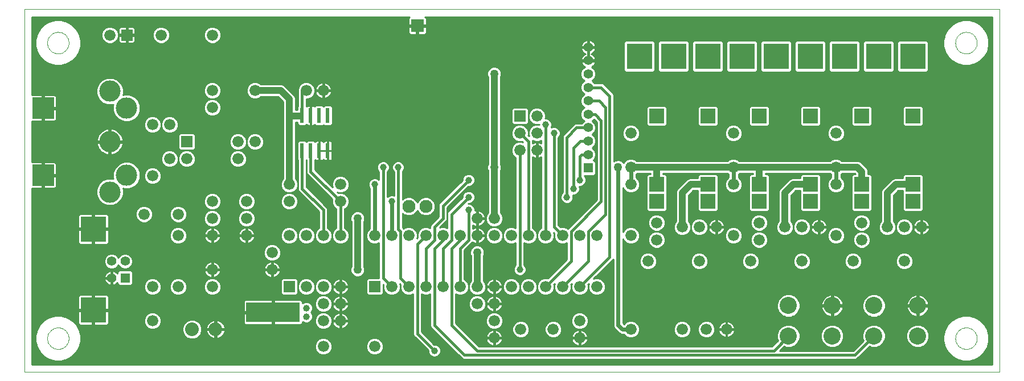
<source format=gtl>
G75*
G70*
%OFA0B0*%
%FSLAX24Y24*%
%IPPOS*%
%LPD*%
%AMOC8*
5,1,8,0,0,1.08239X$1,22.5*
%
%ADD10C,0.0000*%
%ADD11C,0.0560*%
%ADD12R,0.0560X0.0560*%
%ADD13R,0.1500X0.1500*%
%ADD14C,0.0800*%
%ADD15C,0.0660*%
%ADD16R,0.0660X0.0660*%
%ADD17C,0.1250*%
%ADD18R,0.1250X0.1250*%
%ADD19R,0.0860X0.0860*%
%ADD20C,0.1000*%
%ADD21R,0.0240X0.0870*%
%ADD22R,0.3150X0.1181*%
%ADD23C,0.0397*%
%ADD24R,0.0760X0.0760*%
%ADD25C,0.0760*%
%ADD26C,0.0100*%
%ADD27C,0.0160*%
%ADD28C,0.0396*%
%ADD29C,0.0240*%
%ADD30C,0.0400*%
%ADD31C,0.0500*%
D10*
X000232Y000101D02*
X000232Y021361D01*
X057318Y021361D01*
X057318Y000101D01*
X000232Y000101D01*
X001570Y002069D02*
X001572Y002119D01*
X001578Y002169D01*
X001588Y002218D01*
X001602Y002266D01*
X001619Y002313D01*
X001640Y002358D01*
X001665Y002402D01*
X001693Y002443D01*
X001725Y002482D01*
X001759Y002519D01*
X001796Y002553D01*
X001836Y002583D01*
X001878Y002610D01*
X001922Y002634D01*
X001968Y002655D01*
X002015Y002671D01*
X002063Y002684D01*
X002113Y002693D01*
X002162Y002698D01*
X002213Y002699D01*
X002263Y002696D01*
X002312Y002689D01*
X002361Y002678D01*
X002409Y002663D01*
X002455Y002645D01*
X002500Y002623D01*
X002543Y002597D01*
X002584Y002568D01*
X002623Y002536D01*
X002659Y002501D01*
X002691Y002463D01*
X002721Y002423D01*
X002748Y002380D01*
X002771Y002336D01*
X002790Y002290D01*
X002806Y002242D01*
X002818Y002193D01*
X002826Y002144D01*
X002830Y002094D01*
X002830Y002044D01*
X002826Y001994D01*
X002818Y001945D01*
X002806Y001896D01*
X002790Y001848D01*
X002771Y001802D01*
X002748Y001758D01*
X002721Y001715D01*
X002691Y001675D01*
X002659Y001637D01*
X002623Y001602D01*
X002584Y001570D01*
X002543Y001541D01*
X002500Y001515D01*
X002455Y001493D01*
X002409Y001475D01*
X002361Y001460D01*
X002312Y001449D01*
X002263Y001442D01*
X002213Y001439D01*
X002162Y001440D01*
X002113Y001445D01*
X002063Y001454D01*
X002015Y001467D01*
X001968Y001483D01*
X001922Y001504D01*
X001878Y001528D01*
X001836Y001555D01*
X001796Y001585D01*
X001759Y001619D01*
X001725Y001656D01*
X001693Y001695D01*
X001665Y001736D01*
X001640Y001780D01*
X001619Y001825D01*
X001602Y001872D01*
X001588Y001920D01*
X001578Y001969D01*
X001572Y002019D01*
X001570Y002069D01*
X001570Y019392D02*
X001572Y019442D01*
X001578Y019492D01*
X001588Y019541D01*
X001602Y019589D01*
X001619Y019636D01*
X001640Y019681D01*
X001665Y019725D01*
X001693Y019766D01*
X001725Y019805D01*
X001759Y019842D01*
X001796Y019876D01*
X001836Y019906D01*
X001878Y019933D01*
X001922Y019957D01*
X001968Y019978D01*
X002015Y019994D01*
X002063Y020007D01*
X002113Y020016D01*
X002162Y020021D01*
X002213Y020022D01*
X002263Y020019D01*
X002312Y020012D01*
X002361Y020001D01*
X002409Y019986D01*
X002455Y019968D01*
X002500Y019946D01*
X002543Y019920D01*
X002584Y019891D01*
X002623Y019859D01*
X002659Y019824D01*
X002691Y019786D01*
X002721Y019746D01*
X002748Y019703D01*
X002771Y019659D01*
X002790Y019613D01*
X002806Y019565D01*
X002818Y019516D01*
X002826Y019467D01*
X002830Y019417D01*
X002830Y019367D01*
X002826Y019317D01*
X002818Y019268D01*
X002806Y019219D01*
X002790Y019171D01*
X002771Y019125D01*
X002748Y019081D01*
X002721Y019038D01*
X002691Y018998D01*
X002659Y018960D01*
X002623Y018925D01*
X002584Y018893D01*
X002543Y018864D01*
X002500Y018838D01*
X002455Y018816D01*
X002409Y018798D01*
X002361Y018783D01*
X002312Y018772D01*
X002263Y018765D01*
X002213Y018762D01*
X002162Y018763D01*
X002113Y018768D01*
X002063Y018777D01*
X002015Y018790D01*
X001968Y018806D01*
X001922Y018827D01*
X001878Y018851D01*
X001836Y018878D01*
X001796Y018908D01*
X001759Y018942D01*
X001725Y018979D01*
X001693Y019018D01*
X001665Y019059D01*
X001640Y019103D01*
X001619Y019148D01*
X001602Y019195D01*
X001588Y019243D01*
X001578Y019292D01*
X001572Y019342D01*
X001570Y019392D01*
X054720Y019392D02*
X054722Y019442D01*
X054728Y019492D01*
X054738Y019541D01*
X054752Y019589D01*
X054769Y019636D01*
X054790Y019681D01*
X054815Y019725D01*
X054843Y019766D01*
X054875Y019805D01*
X054909Y019842D01*
X054946Y019876D01*
X054986Y019906D01*
X055028Y019933D01*
X055072Y019957D01*
X055118Y019978D01*
X055165Y019994D01*
X055213Y020007D01*
X055263Y020016D01*
X055312Y020021D01*
X055363Y020022D01*
X055413Y020019D01*
X055462Y020012D01*
X055511Y020001D01*
X055559Y019986D01*
X055605Y019968D01*
X055650Y019946D01*
X055693Y019920D01*
X055734Y019891D01*
X055773Y019859D01*
X055809Y019824D01*
X055841Y019786D01*
X055871Y019746D01*
X055898Y019703D01*
X055921Y019659D01*
X055940Y019613D01*
X055956Y019565D01*
X055968Y019516D01*
X055976Y019467D01*
X055980Y019417D01*
X055980Y019367D01*
X055976Y019317D01*
X055968Y019268D01*
X055956Y019219D01*
X055940Y019171D01*
X055921Y019125D01*
X055898Y019081D01*
X055871Y019038D01*
X055841Y018998D01*
X055809Y018960D01*
X055773Y018925D01*
X055734Y018893D01*
X055693Y018864D01*
X055650Y018838D01*
X055605Y018816D01*
X055559Y018798D01*
X055511Y018783D01*
X055462Y018772D01*
X055413Y018765D01*
X055363Y018762D01*
X055312Y018763D01*
X055263Y018768D01*
X055213Y018777D01*
X055165Y018790D01*
X055118Y018806D01*
X055072Y018827D01*
X055028Y018851D01*
X054986Y018878D01*
X054946Y018908D01*
X054909Y018942D01*
X054875Y018979D01*
X054843Y019018D01*
X054815Y019059D01*
X054790Y019103D01*
X054769Y019148D01*
X054752Y019195D01*
X054738Y019243D01*
X054728Y019292D01*
X054722Y019342D01*
X054720Y019392D01*
X054720Y002069D02*
X054722Y002119D01*
X054728Y002169D01*
X054738Y002218D01*
X054752Y002266D01*
X054769Y002313D01*
X054790Y002358D01*
X054815Y002402D01*
X054843Y002443D01*
X054875Y002482D01*
X054909Y002519D01*
X054946Y002553D01*
X054986Y002583D01*
X055028Y002610D01*
X055072Y002634D01*
X055118Y002655D01*
X055165Y002671D01*
X055213Y002684D01*
X055263Y002693D01*
X055312Y002698D01*
X055363Y002699D01*
X055413Y002696D01*
X055462Y002689D01*
X055511Y002678D01*
X055559Y002663D01*
X055605Y002645D01*
X055650Y002623D01*
X055693Y002597D01*
X055734Y002568D01*
X055773Y002536D01*
X055809Y002501D01*
X055841Y002463D01*
X055871Y002423D01*
X055898Y002380D01*
X055921Y002336D01*
X055940Y002290D01*
X055956Y002242D01*
X055968Y002193D01*
X055976Y002144D01*
X055980Y002094D01*
X055980Y002044D01*
X055976Y001994D01*
X055968Y001945D01*
X055956Y001896D01*
X055940Y001848D01*
X055921Y001802D01*
X055898Y001758D01*
X055871Y001715D01*
X055841Y001675D01*
X055809Y001637D01*
X055773Y001602D01*
X055734Y001570D01*
X055693Y001541D01*
X055650Y001515D01*
X055605Y001493D01*
X055559Y001475D01*
X055511Y001460D01*
X055462Y001449D01*
X055413Y001442D01*
X055363Y001439D01*
X055312Y001440D01*
X055263Y001445D01*
X055213Y001454D01*
X055165Y001467D01*
X055118Y001483D01*
X055072Y001504D01*
X055028Y001528D01*
X054986Y001555D01*
X054946Y001585D01*
X054909Y001619D01*
X054875Y001656D01*
X054843Y001695D01*
X054815Y001736D01*
X054790Y001780D01*
X054769Y001825D01*
X054752Y001872D01*
X054738Y001920D01*
X054728Y001969D01*
X054722Y002019D01*
X054720Y002069D01*
D11*
X033232Y012845D03*
X033232Y013632D03*
X033232Y014420D03*
X033232Y015207D03*
X033232Y015994D03*
X033232Y016782D03*
X033232Y017569D03*
X033232Y018357D03*
X033232Y019144D03*
X006126Y006593D03*
X005338Y006593D03*
X005338Y005609D03*
D12*
X006126Y005609D03*
X033232Y012057D03*
D13*
X036232Y018601D03*
X038232Y018601D03*
X040232Y018601D03*
X042232Y018601D03*
X044232Y018601D03*
X046232Y018601D03*
X048232Y018601D03*
X050232Y018601D03*
X052232Y018601D03*
X004271Y008471D03*
X004271Y003731D03*
D14*
X010043Y002601D03*
X011421Y002601D03*
D15*
X007732Y003101D03*
X007732Y005101D03*
X009232Y005101D03*
X011232Y005101D03*
X011232Y006101D03*
X014732Y006101D03*
X014732Y007101D03*
X015732Y008101D03*
X016732Y008101D03*
X017732Y008101D03*
X018732Y008101D03*
X020732Y008101D03*
X021732Y008101D03*
X022732Y008101D03*
X023732Y008101D03*
X024732Y008101D03*
X025732Y008101D03*
X026732Y008101D03*
X027732Y008101D03*
X028732Y008101D03*
X029732Y008101D03*
X030732Y008101D03*
X031732Y008101D03*
X032732Y008101D03*
X033732Y008101D03*
X035732Y008101D03*
X037232Y007851D03*
X038732Y008601D03*
X039732Y008601D03*
X040732Y008601D03*
X041732Y008101D03*
X043232Y007851D03*
X044732Y008601D03*
X045732Y008601D03*
X046732Y008601D03*
X047732Y008101D03*
X049232Y007851D03*
X050732Y008601D03*
X051732Y008601D03*
X052732Y008601D03*
X049232Y008851D03*
X047732Y011101D03*
X047732Y012101D03*
X047732Y014101D03*
X041732Y014101D03*
X041732Y012101D03*
X041732Y011101D03*
X043232Y008851D03*
X042732Y006601D03*
X045732Y006601D03*
X048732Y006601D03*
X051732Y006601D03*
X041322Y002601D03*
X040141Y002601D03*
X038732Y002601D03*
X035732Y002601D03*
X032732Y003101D03*
X031182Y002601D03*
X032732Y002101D03*
X029282Y002601D03*
X027732Y003101D03*
X027732Y004101D03*
X026732Y004101D03*
X026732Y005101D03*
X027732Y005101D03*
X028732Y005101D03*
X029732Y005101D03*
X030732Y005101D03*
X031732Y005101D03*
X032732Y005101D03*
X033732Y005101D03*
X036732Y006601D03*
X039732Y006601D03*
X037232Y008851D03*
X035732Y011101D03*
X035732Y012101D03*
X035732Y014101D03*
X030232Y014101D03*
X029232Y014101D03*
X029232Y013101D03*
X030232Y013101D03*
X030232Y015101D03*
X018732Y011101D03*
X018732Y010101D03*
X015732Y010101D03*
X015732Y011101D03*
X013232Y010101D03*
X011232Y010101D03*
X009232Y009351D03*
X011232Y009101D03*
X013232Y009101D03*
X013232Y008101D03*
X011232Y008101D03*
X009232Y008101D03*
X007232Y009351D03*
X007732Y011601D03*
X008732Y012601D03*
X009732Y012601D03*
X012732Y012601D03*
X012732Y013601D03*
X013732Y013601D03*
X008732Y014601D03*
X007732Y014601D03*
X011232Y015601D03*
X011232Y016601D03*
X013732Y016601D03*
X016732Y016601D03*
X017732Y016601D03*
X011232Y019851D03*
X008232Y019851D03*
X005232Y019851D03*
X026732Y009101D03*
X027732Y009101D03*
X025732Y005101D03*
X024732Y005101D03*
X023732Y005101D03*
X022732Y005101D03*
X021732Y005101D03*
X018732Y005101D03*
X017732Y005101D03*
X016732Y005101D03*
X017732Y004101D03*
X018732Y004101D03*
X018732Y003101D03*
X017732Y003101D03*
X017732Y001601D03*
X020732Y001601D03*
X027732Y002101D03*
D16*
X020732Y005101D03*
X015732Y005101D03*
X009732Y013601D03*
X006232Y019851D03*
X029232Y015101D03*
D17*
X006216Y015569D03*
X005232Y016554D03*
X005232Y013601D03*
X006216Y011632D03*
X005232Y010648D03*
D18*
X001334Y011632D03*
X001334Y015569D03*
D19*
X037232Y015101D03*
X040232Y015101D03*
X043232Y015101D03*
X046232Y015101D03*
X049232Y015101D03*
X052232Y015101D03*
X052232Y011101D03*
X052232Y010101D03*
X049232Y010101D03*
X049232Y011101D03*
X046232Y011101D03*
X046232Y010101D03*
X043232Y010101D03*
X043232Y011101D03*
X040232Y011101D03*
X040232Y010101D03*
X037232Y010101D03*
X037232Y011101D03*
D20*
X044952Y003987D03*
X047511Y003987D03*
X049952Y003987D03*
X052511Y003987D03*
X052511Y002215D03*
X049952Y002215D03*
X047511Y002215D03*
X044952Y002215D03*
D21*
X017982Y013071D03*
X017482Y013071D03*
X016982Y013071D03*
X016482Y013071D03*
X016482Y015131D03*
X016982Y015131D03*
X017482Y015131D03*
X017982Y015131D03*
D22*
X014785Y003601D03*
D23*
X016732Y003851D03*
X016732Y003351D03*
D24*
X023232Y020396D03*
D25*
X022732Y009806D03*
X023732Y009806D03*
D26*
X023232Y010036D02*
X023198Y010117D01*
X023043Y010272D01*
X022841Y010355D01*
X022622Y010355D01*
X022420Y010272D01*
X022357Y010208D01*
X022357Y011830D01*
X022419Y011892D01*
X022475Y012028D01*
X022475Y012174D01*
X022419Y012309D01*
X022315Y012413D01*
X022180Y012469D01*
X022034Y012469D01*
X021898Y012413D01*
X021795Y012309D01*
X021739Y012174D01*
X021739Y012028D01*
X021795Y011892D01*
X021857Y011830D01*
X021857Y010447D01*
X021805Y010469D01*
X021659Y010469D01*
X021523Y010413D01*
X021482Y010371D01*
X021482Y011830D01*
X021544Y011892D01*
X021600Y012028D01*
X021600Y012174D01*
X021544Y012309D01*
X021440Y012413D01*
X021305Y012469D01*
X021159Y012469D01*
X021023Y012413D01*
X020920Y012309D01*
X020864Y012174D01*
X020864Y012028D01*
X020920Y011892D01*
X020982Y011830D01*
X020982Y011371D01*
X020940Y011413D01*
X020805Y011469D01*
X020659Y011469D01*
X020523Y011413D01*
X020420Y011309D01*
X020364Y011174D01*
X020364Y011028D01*
X020420Y010892D01*
X020442Y010870D01*
X020442Y008518D01*
X020308Y008384D01*
X020232Y008200D01*
X020232Y008001D01*
X020308Y007818D01*
X020449Y007677D01*
X020632Y007601D01*
X020831Y007601D01*
X020982Y007663D01*
X020982Y005601D01*
X020331Y005601D01*
X020232Y005501D01*
X020232Y004700D01*
X020331Y004601D01*
X021132Y004601D01*
X021232Y004700D01*
X021232Y005247D01*
X021246Y005234D01*
X021232Y005200D01*
X021232Y005001D01*
X021308Y004818D01*
X021449Y004677D01*
X021632Y004601D01*
X021831Y004601D01*
X022015Y004677D01*
X022156Y004818D01*
X022232Y005001D01*
X022308Y004818D01*
X022449Y004677D01*
X022632Y004601D01*
X022831Y004601D01*
X022982Y004663D01*
X022982Y002301D01*
X023020Y002209D01*
X023090Y002139D01*
X023864Y001365D01*
X023864Y001278D01*
X023920Y001142D01*
X024023Y001039D01*
X024159Y000983D01*
X024305Y000983D01*
X024440Y001039D01*
X024544Y001142D01*
X024600Y001278D01*
X024600Y001424D01*
X024544Y001559D01*
X024440Y001663D01*
X024305Y001719D01*
X024217Y001719D01*
X023482Y002454D01*
X023482Y004663D01*
X023632Y004601D01*
X023831Y004601D01*
X023982Y004663D01*
X023982Y002901D01*
X023982Y002801D01*
X024020Y002709D01*
X025840Y000889D01*
X002815Y000889D01*
X002713Y000830D02*
X003017Y001005D01*
X003264Y001253D01*
X003439Y001556D01*
X003530Y001894D01*
X003530Y002244D01*
X003439Y002582D01*
X003264Y002886D01*
X003017Y003133D01*
X002713Y003308D01*
X002375Y003399D01*
X002025Y003399D01*
X001687Y003308D01*
X001384Y003133D01*
X001136Y002886D01*
X000961Y002582D01*
X000871Y002244D01*
X000871Y001894D01*
X000961Y001556D01*
X001136Y001253D01*
X001384Y001005D01*
X001687Y000830D01*
X002025Y000740D01*
X002375Y000740D01*
X002713Y000830D01*
X002565Y000791D02*
X054985Y000791D01*
X054837Y000830D02*
X055175Y000740D01*
X055525Y000740D01*
X055863Y000830D01*
X056166Y001005D01*
X056414Y001253D01*
X056589Y001556D01*
X056679Y001894D01*
X056679Y002244D01*
X056589Y002582D01*
X056414Y002886D01*
X056166Y003133D01*
X055863Y003308D01*
X055525Y003399D01*
X055175Y003399D01*
X054837Y003308D01*
X054534Y003133D01*
X054286Y002886D01*
X054111Y002582D01*
X054020Y002244D01*
X054020Y001894D01*
X054111Y001556D01*
X054286Y001253D01*
X054534Y001005D01*
X054837Y000830D01*
X054735Y000889D02*
X048980Y000889D01*
X049689Y001599D01*
X049819Y001545D01*
X050086Y001545D01*
X050332Y001647D01*
X050520Y001835D01*
X050622Y002082D01*
X050622Y002348D01*
X050520Y002594D01*
X050332Y002783D01*
X050086Y002885D01*
X049819Y002885D01*
X049573Y002783D01*
X049384Y002594D01*
X049282Y002348D01*
X049282Y002082D01*
X049336Y001952D01*
X048735Y001351D01*
X044442Y001351D01*
X044689Y001599D01*
X044819Y001545D01*
X045086Y001545D01*
X045332Y001647D01*
X045520Y001835D01*
X045622Y002082D01*
X045622Y002348D01*
X045520Y002594D01*
X045332Y002783D01*
X045086Y002885D01*
X044819Y002885D01*
X044573Y002783D01*
X044384Y002594D01*
X044282Y002348D01*
X044282Y002082D01*
X044336Y001952D01*
X043985Y001601D01*
X026835Y001601D01*
X025482Y002954D01*
X025482Y004663D01*
X025632Y004601D01*
X025831Y004601D01*
X026015Y004677D01*
X026156Y004818D01*
X026232Y005001D01*
X026308Y004818D01*
X026449Y004677D01*
X026632Y004601D01*
X026831Y004601D01*
X027015Y004677D01*
X027156Y004818D01*
X027232Y005001D01*
X027232Y005200D01*
X027156Y005384D01*
X027102Y005438D01*
X027102Y006897D01*
X027152Y007017D01*
X027152Y007184D01*
X027088Y007339D01*
X026970Y007457D01*
X026815Y007521D01*
X026648Y007521D01*
X026494Y007457D01*
X026376Y007339D01*
X026312Y007184D01*
X026312Y007017D01*
X026362Y006897D01*
X026362Y005438D01*
X026308Y005384D01*
X026232Y005200D01*
X026232Y005001D01*
X026232Y005200D01*
X026156Y005384D01*
X026015Y005525D01*
X025982Y005538D01*
X025982Y007247D01*
X026444Y007709D01*
X026446Y007715D01*
X026480Y007690D01*
X026548Y007656D01*
X026619Y007633D01*
X026694Y007621D01*
X026703Y007621D01*
X026703Y008072D01*
X026761Y008072D01*
X026761Y008130D01*
X026703Y008130D01*
X026703Y008581D01*
X026694Y008581D01*
X026619Y008569D01*
X026548Y008546D01*
X026482Y008512D01*
X026482Y008689D01*
X026548Y008656D01*
X026619Y008633D01*
X026694Y008621D01*
X026703Y008621D01*
X026703Y009072D01*
X026761Y009072D01*
X026761Y009130D01*
X026703Y009130D01*
X026703Y009581D01*
X026694Y009581D01*
X026619Y009569D01*
X026600Y009563D01*
X026600Y009674D01*
X026544Y009809D01*
X026440Y009913D01*
X026305Y009969D01*
X026203Y009969D01*
X026217Y009983D01*
X026305Y009983D01*
X026440Y010039D01*
X026544Y010142D01*
X026600Y010278D01*
X026600Y010424D01*
X026544Y010559D01*
X026440Y010663D01*
X026305Y010719D01*
X026159Y010719D01*
X026023Y010663D01*
X025920Y010559D01*
X025864Y010424D01*
X025864Y010336D01*
X025020Y009492D01*
X024982Y009401D01*
X024982Y009301D01*
X024982Y008538D01*
X024831Y008601D01*
X024632Y008601D01*
X024552Y008567D01*
X024873Y008889D01*
X024944Y008959D01*
X024982Y009051D01*
X024982Y009747D01*
X026217Y010983D01*
X026305Y010983D01*
X026440Y011039D01*
X026544Y011142D01*
X026600Y011278D01*
X026600Y011424D01*
X026544Y011559D01*
X026440Y011663D01*
X026305Y011719D01*
X026159Y011719D01*
X026023Y011663D01*
X025920Y011559D01*
X025864Y011424D01*
X025864Y011336D01*
X024520Y009992D01*
X024482Y009901D01*
X024482Y009801D01*
X024482Y009204D01*
X024020Y008742D01*
X023982Y008651D01*
X023982Y008551D01*
X023982Y008538D01*
X023831Y008601D01*
X023632Y008601D01*
X023449Y008525D01*
X023308Y008384D01*
X023232Y008200D01*
X023232Y008001D01*
X023246Y007968D01*
X023198Y007921D01*
X023232Y008001D01*
X023232Y008200D01*
X023156Y008384D01*
X023015Y008525D01*
X022831Y008601D01*
X022632Y008601D01*
X022449Y008525D01*
X022430Y008506D01*
X022357Y008579D01*
X022357Y009403D01*
X022420Y009339D01*
X022622Y009256D01*
X022841Y009256D01*
X023043Y009339D01*
X023198Y009494D01*
X023232Y009575D01*
X023266Y009494D01*
X023420Y009339D01*
X023622Y009256D01*
X023841Y009256D01*
X024043Y009339D01*
X024198Y009494D01*
X024282Y009696D01*
X024282Y009915D01*
X024198Y010117D01*
X024043Y010272D01*
X023841Y010355D01*
X023622Y010355D01*
X023420Y010272D01*
X023266Y010117D01*
X023232Y010036D01*
X023224Y010054D02*
X023239Y010054D01*
X023301Y010152D02*
X023163Y010152D01*
X023064Y010251D02*
X023399Y010251D01*
X023607Y010349D02*
X022856Y010349D01*
X022607Y010349D02*
X022357Y010349D01*
X022357Y010251D02*
X022399Y010251D01*
X022357Y010448D02*
X024975Y010448D01*
X024877Y010349D02*
X023856Y010349D01*
X024064Y010251D02*
X024778Y010251D01*
X024680Y010152D02*
X024163Y010152D01*
X024224Y010054D02*
X024581Y010054D01*
X024504Y009955D02*
X024265Y009955D01*
X024282Y009857D02*
X024482Y009857D01*
X024482Y009758D02*
X024282Y009758D01*
X024267Y009659D02*
X024482Y009659D01*
X024482Y009561D02*
X024226Y009561D01*
X024166Y009462D02*
X024482Y009462D01*
X024482Y009364D02*
X024068Y009364D01*
X023865Y009265D02*
X024482Y009265D01*
X024444Y009167D02*
X022357Y009167D01*
X022357Y009265D02*
X022599Y009265D01*
X022396Y009364D02*
X022357Y009364D01*
X022357Y009068D02*
X024346Y009068D01*
X024247Y008970D02*
X022357Y008970D01*
X022357Y008871D02*
X024149Y008871D01*
X024050Y008773D02*
X022357Y008773D01*
X022357Y008674D02*
X023992Y008674D01*
X023982Y008576D02*
X023892Y008576D01*
X023571Y008576D02*
X022892Y008576D01*
X023063Y008477D02*
X023401Y008477D01*
X023306Y008378D02*
X023158Y008378D01*
X023199Y008280D02*
X023265Y008280D01*
X023232Y008181D02*
X023232Y008181D01*
X023232Y008083D02*
X023232Y008083D01*
X023225Y007984D02*
X023239Y007984D01*
X022571Y008576D02*
X022361Y008576D01*
X020442Y008576D02*
X020102Y008576D01*
X020102Y008674D02*
X020442Y008674D01*
X020442Y008773D02*
X020102Y008773D01*
X020102Y008871D02*
X020442Y008871D01*
X020442Y008970D02*
X020132Y008970D01*
X020152Y009017D02*
X020102Y008897D01*
X020102Y006305D01*
X020152Y006184D01*
X020152Y006017D01*
X020088Y005863D01*
X019970Y005745D01*
X019815Y005681D01*
X019648Y005681D01*
X019494Y005745D01*
X019376Y005863D01*
X019312Y006017D01*
X019312Y006184D01*
X019362Y006305D01*
X019362Y008897D01*
X019312Y009017D01*
X019312Y009184D01*
X019376Y009339D01*
X019494Y009457D01*
X019648Y009521D01*
X019815Y009521D01*
X019970Y009457D01*
X020088Y009339D01*
X020152Y009184D01*
X020152Y009017D01*
X020152Y009068D02*
X020442Y009068D01*
X020442Y009167D02*
X020152Y009167D01*
X020118Y009265D02*
X020442Y009265D01*
X020442Y009364D02*
X020063Y009364D01*
X019956Y009462D02*
X020442Y009462D01*
X020442Y009561D02*
X018982Y009561D01*
X018982Y009659D02*
X020442Y009659D01*
X020442Y009758D02*
X019096Y009758D01*
X019156Y009818D02*
X019232Y010001D01*
X019232Y010200D01*
X019156Y010384D01*
X019015Y010525D01*
X018831Y010601D01*
X019015Y010677D01*
X019156Y010818D01*
X019232Y011001D01*
X019232Y011200D01*
X019156Y011384D01*
X019015Y011525D01*
X018831Y011601D01*
X018632Y011601D01*
X018449Y011525D01*
X018308Y011384D01*
X018232Y011200D01*
X018232Y011001D01*
X018265Y010921D01*
X017232Y011954D01*
X017232Y012525D01*
X017246Y012540D01*
X017270Y012516D01*
X017304Y012496D01*
X017342Y012486D01*
X017472Y012486D01*
X017472Y013061D01*
X017492Y013061D01*
X017492Y013081D01*
X017472Y013081D01*
X017472Y013656D01*
X017342Y013656D01*
X017304Y013646D01*
X017270Y013626D01*
X017246Y013602D01*
X017172Y013676D01*
X016791Y013676D01*
X016732Y013616D01*
X016672Y013676D01*
X016291Y013676D01*
X016192Y013576D01*
X016192Y012565D01*
X016232Y012525D01*
X016232Y010901D01*
X016232Y010801D01*
X016270Y010709D01*
X017482Y009497D01*
X017482Y008538D01*
X017449Y008525D01*
X017308Y008384D01*
X017232Y008200D01*
X017232Y008001D01*
X017308Y007818D01*
X017449Y007677D01*
X017632Y007601D01*
X017831Y007601D01*
X018015Y007677D01*
X018156Y007818D01*
X018232Y008001D01*
X018308Y007818D01*
X018449Y007677D01*
X018632Y007601D01*
X018831Y007601D01*
X019015Y007677D01*
X019156Y007818D01*
X019232Y008001D01*
X019232Y008200D01*
X019156Y008384D01*
X019015Y008525D01*
X018982Y008538D01*
X018982Y009663D01*
X019015Y009677D01*
X019156Y009818D01*
X019172Y009857D02*
X020442Y009857D01*
X020442Y009955D02*
X019213Y009955D01*
X019232Y010054D02*
X020442Y010054D01*
X020442Y010152D02*
X019232Y010152D01*
X019211Y010251D02*
X020442Y010251D01*
X020442Y010349D02*
X019170Y010349D01*
X019092Y010448D02*
X020442Y010448D01*
X020442Y010546D02*
X018963Y010546D01*
X018938Y010645D02*
X020442Y010645D01*
X020442Y010743D02*
X019082Y010743D01*
X019166Y010842D02*
X020442Y010842D01*
X020400Y010941D02*
X019207Y010941D01*
X019232Y011039D02*
X020364Y011039D01*
X020364Y011138D02*
X019232Y011138D01*
X019217Y011236D02*
X020389Y011236D01*
X020445Y011335D02*
X019176Y011335D01*
X019106Y011433D02*
X020573Y011433D01*
X020891Y011433D02*
X020982Y011433D01*
X020982Y011532D02*
X018998Y011532D01*
X018466Y011532D02*
X017654Y011532D01*
X017556Y011630D02*
X020982Y011630D01*
X020982Y011729D02*
X017457Y011729D01*
X017359Y011827D02*
X020982Y011827D01*
X020906Y011926D02*
X017260Y011926D01*
X017232Y012025D02*
X020865Y012025D01*
X020864Y012123D02*
X017232Y012123D01*
X017232Y012222D02*
X020883Y012222D01*
X020931Y012320D02*
X017232Y012320D01*
X017232Y012419D02*
X021037Y012419D01*
X021426Y012419D02*
X021912Y012419D01*
X021806Y012320D02*
X021533Y012320D01*
X021580Y012222D02*
X021758Y012222D01*
X021739Y012123D02*
X021600Y012123D01*
X021599Y012025D02*
X021740Y012025D01*
X021781Y011926D02*
X021558Y011926D01*
X021482Y011827D02*
X021857Y011827D01*
X021857Y011729D02*
X021482Y011729D01*
X021482Y011630D02*
X021857Y011630D01*
X021857Y011532D02*
X021482Y011532D01*
X021482Y011433D02*
X021857Y011433D01*
X021857Y011335D02*
X021482Y011335D01*
X021482Y011236D02*
X021857Y011236D01*
X021857Y011138D02*
X021482Y011138D01*
X021482Y011039D02*
X021857Y011039D01*
X021857Y010941D02*
X021482Y010941D01*
X021482Y010842D02*
X021857Y010842D01*
X021857Y010743D02*
X021482Y010743D01*
X021482Y010645D02*
X021857Y010645D01*
X021857Y010546D02*
X021482Y010546D01*
X021482Y010448D02*
X021608Y010448D01*
X021856Y010448D02*
X021857Y010448D01*
X022357Y010546D02*
X025074Y010546D01*
X025172Y010645D02*
X022357Y010645D01*
X022357Y010743D02*
X025271Y010743D01*
X025370Y010842D02*
X022357Y010842D01*
X022357Y010941D02*
X025468Y010941D01*
X025567Y011039D02*
X022357Y011039D01*
X022357Y011138D02*
X025665Y011138D01*
X025764Y011236D02*
X022357Y011236D01*
X022357Y011335D02*
X025862Y011335D01*
X025868Y011433D02*
X022357Y011433D01*
X022357Y011532D02*
X025908Y011532D01*
X025991Y011630D02*
X022357Y011630D01*
X022357Y011729D02*
X027362Y011729D01*
X027362Y011827D02*
X022357Y011827D01*
X022433Y011926D02*
X027350Y011926D01*
X027362Y011897D02*
X027362Y009438D01*
X027308Y009384D01*
X027232Y009200D01*
X027232Y009001D01*
X027308Y008818D01*
X027449Y008677D01*
X027632Y008601D01*
X027831Y008601D01*
X028015Y008677D01*
X028156Y008818D01*
X028232Y009001D01*
X028232Y009200D01*
X028156Y009384D01*
X028102Y009438D01*
X028102Y011897D01*
X028152Y012017D01*
X028152Y012184D01*
X028102Y012305D01*
X028102Y017365D01*
X028152Y017486D01*
X028152Y017653D01*
X028088Y017807D01*
X027970Y017925D01*
X027815Y017989D01*
X027648Y017989D01*
X027494Y017925D01*
X027376Y017807D01*
X027312Y017653D01*
X027312Y017486D01*
X027362Y017365D01*
X027362Y012305D01*
X027312Y012184D01*
X027312Y012017D01*
X027362Y011897D01*
X027312Y012025D02*
X022474Y012025D01*
X022475Y012123D02*
X027312Y012123D01*
X027327Y012222D02*
X022455Y012222D01*
X022408Y012320D02*
X027362Y012320D01*
X027362Y012419D02*
X022301Y012419D01*
X025978Y010743D02*
X027362Y010743D01*
X027362Y010645D02*
X026458Y010645D01*
X026549Y010546D02*
X027362Y010546D01*
X027362Y010448D02*
X026590Y010448D01*
X026600Y010349D02*
X027362Y010349D01*
X027362Y010251D02*
X026589Y010251D01*
X026548Y010152D02*
X027362Y010152D01*
X027362Y010054D02*
X026455Y010054D01*
X026338Y009955D02*
X027362Y009955D01*
X027362Y009857D02*
X026497Y009857D01*
X026565Y009758D02*
X027362Y009758D01*
X027362Y009659D02*
X026600Y009659D01*
X026703Y009561D02*
X026761Y009561D01*
X026761Y009581D02*
X026761Y009130D01*
X027212Y009130D01*
X027212Y009139D01*
X027200Y009213D01*
X027177Y009285D01*
X027142Y009352D01*
X027098Y009413D01*
X027044Y009467D01*
X026983Y009511D01*
X026916Y009546D01*
X026844Y009569D01*
X026770Y009581D01*
X026761Y009581D01*
X026869Y009561D02*
X027362Y009561D01*
X027362Y009462D02*
X027049Y009462D01*
X027134Y009364D02*
X027300Y009364D01*
X027259Y009265D02*
X027183Y009265D01*
X027207Y009167D02*
X027232Y009167D01*
X027212Y009072D02*
X026761Y009072D01*
X026761Y008621D01*
X026770Y008621D01*
X026844Y008633D01*
X026916Y008656D01*
X026983Y008690D01*
X027044Y008735D01*
X027098Y008788D01*
X027142Y008849D01*
X027177Y008916D01*
X027200Y008988D01*
X027212Y009063D01*
X027212Y009072D01*
X027212Y009068D02*
X027232Y009068D01*
X027245Y008970D02*
X027194Y008970D01*
X027153Y008871D02*
X027286Y008871D01*
X027353Y008773D02*
X027082Y008773D01*
X026952Y008674D02*
X027455Y008674D01*
X027449Y008525D02*
X027308Y008384D01*
X027232Y008200D01*
X027232Y008001D01*
X027308Y007818D01*
X027449Y007677D01*
X027632Y007601D01*
X027831Y007601D01*
X028015Y007677D01*
X028156Y007818D01*
X028232Y008001D01*
X028308Y007818D01*
X028449Y007677D01*
X028632Y007601D01*
X028831Y007601D01*
X028982Y007663D01*
X028982Y006371D01*
X028920Y006309D01*
X027102Y006309D01*
X027102Y006408D02*
X028982Y006408D01*
X028982Y006506D02*
X027102Y006506D01*
X027102Y006605D02*
X028982Y006605D01*
X028982Y006703D02*
X027102Y006703D01*
X027102Y006802D02*
X028982Y006802D01*
X028982Y006900D02*
X027103Y006900D01*
X027144Y006999D02*
X028982Y006999D01*
X028982Y007097D02*
X027152Y007097D01*
X027147Y007196D02*
X028982Y007196D01*
X028982Y007294D02*
X027106Y007294D01*
X027034Y007393D02*
X028982Y007393D01*
X028982Y007492D02*
X026886Y007492D01*
X026844Y007633D02*
X026916Y007656D01*
X026983Y007690D01*
X027044Y007735D01*
X027098Y007788D01*
X027142Y007849D01*
X027177Y007916D01*
X027200Y007988D01*
X027212Y008063D01*
X027212Y008072D01*
X026761Y008072D01*
X026761Y007621D01*
X026770Y007621D01*
X026844Y007633D01*
X026761Y007689D02*
X026703Y007689D01*
X026703Y007787D02*
X026761Y007787D01*
X026761Y007886D02*
X026703Y007886D01*
X026703Y007984D02*
X026761Y007984D01*
X026761Y008083D02*
X027232Y008083D01*
X027212Y008130D02*
X027212Y008139D01*
X027200Y008213D01*
X027177Y008285D01*
X027142Y008352D01*
X027098Y008413D01*
X027044Y008467D01*
X026983Y008511D01*
X026916Y008546D01*
X026844Y008569D01*
X026770Y008581D01*
X026761Y008581D01*
X026761Y008130D01*
X027212Y008130D01*
X027205Y008181D02*
X027232Y008181D01*
X027265Y008280D02*
X027178Y008280D01*
X027123Y008378D02*
X027306Y008378D01*
X027401Y008477D02*
X027031Y008477D01*
X026803Y008576D02*
X027571Y008576D01*
X027632Y008601D02*
X027449Y008525D01*
X027632Y008601D02*
X027831Y008601D01*
X028015Y008525D01*
X028156Y008384D01*
X028232Y008200D01*
X028232Y008001D01*
X028232Y008200D01*
X028308Y008384D01*
X028449Y008525D01*
X028632Y008601D01*
X028831Y008601D01*
X028982Y008538D01*
X028982Y012663D01*
X028949Y012677D01*
X028808Y012818D01*
X028732Y013001D01*
X028732Y013200D01*
X028808Y013384D01*
X028949Y013525D01*
X029132Y013601D01*
X029331Y013601D01*
X029365Y013615D01*
X029412Y013567D01*
X029331Y013601D01*
X029132Y013601D01*
X028949Y013677D01*
X028808Y013818D01*
X028732Y014001D01*
X028732Y014200D01*
X028808Y014384D01*
X028949Y014525D01*
X029132Y014601D01*
X029331Y014601D01*
X029515Y014525D01*
X029656Y014384D01*
X029732Y014200D01*
X029732Y014001D01*
X029765Y013921D01*
X029718Y013968D01*
X029732Y014001D01*
X029732Y014200D01*
X029808Y014384D01*
X029949Y014525D01*
X030132Y014601D01*
X030331Y014601D01*
X030364Y014614D01*
X030364Y014587D01*
X030331Y014601D01*
X030132Y014601D01*
X029949Y014677D01*
X029808Y014818D01*
X029732Y015001D01*
X029732Y015200D01*
X029808Y015384D01*
X029949Y015525D01*
X030132Y015601D01*
X030331Y015601D01*
X030515Y015525D01*
X030656Y015384D01*
X030732Y015200D01*
X030732Y015001D01*
X030718Y014969D01*
X030805Y014969D01*
X030940Y014913D01*
X031044Y014809D01*
X031100Y014674D01*
X031100Y014528D01*
X031058Y014427D01*
X031159Y014469D01*
X031305Y014469D01*
X031440Y014413D01*
X031544Y014309D01*
X031600Y014174D01*
X031600Y014028D01*
X031544Y013892D01*
X031482Y013830D01*
X031482Y008704D01*
X031599Y008587D01*
X031632Y008601D01*
X031831Y008601D01*
X032015Y008525D01*
X032034Y008506D01*
X032090Y008563D01*
X033732Y010204D01*
X033732Y014747D01*
X033570Y014909D01*
X033487Y014826D01*
X033457Y014813D01*
X033487Y014801D01*
X033613Y014675D01*
X033682Y014509D01*
X033682Y014330D01*
X033613Y014165D01*
X033487Y014038D01*
X033457Y014026D01*
X033487Y014014D01*
X033613Y013887D01*
X033682Y013722D01*
X033682Y013543D01*
X033613Y013377D01*
X033487Y013251D01*
X033457Y013239D01*
X033487Y013226D01*
X033613Y013100D01*
X033682Y012934D01*
X033682Y012755D01*
X033613Y012590D01*
X033531Y012507D01*
X033582Y012507D01*
X033682Y012408D01*
X033682Y011707D01*
X033582Y011607D01*
X032996Y011607D01*
X033044Y011559D01*
X033100Y011424D01*
X033100Y011278D01*
X033044Y011142D01*
X032940Y011039D01*
X032805Y010983D01*
X032701Y010983D01*
X032725Y010924D01*
X032725Y010778D01*
X032669Y010642D01*
X032565Y010539D01*
X032430Y010483D01*
X032326Y010483D01*
X032350Y010424D01*
X032350Y010278D01*
X032294Y010142D01*
X032190Y010039D01*
X032055Y009983D01*
X031909Y009983D01*
X031773Y010039D01*
X031670Y010142D01*
X031614Y010278D01*
X031614Y010424D01*
X031670Y010559D01*
X031732Y010621D01*
X031732Y013801D01*
X031732Y013901D01*
X031770Y013992D01*
X032339Y014561D01*
X032409Y014632D01*
X032501Y014670D01*
X032848Y014670D01*
X032850Y014675D01*
X032977Y014801D01*
X033006Y014813D01*
X032977Y014826D01*
X032850Y014952D01*
X032782Y015118D01*
X032782Y015297D01*
X032850Y015462D01*
X032977Y015589D01*
X033006Y015601D01*
X032977Y015613D01*
X032850Y015740D01*
X032782Y015905D01*
X032782Y016084D01*
X032850Y016249D01*
X032977Y016376D01*
X033006Y016388D01*
X032977Y016400D01*
X032850Y016527D01*
X032782Y016692D01*
X032782Y016871D01*
X032850Y017037D01*
X032977Y017163D01*
X033006Y017176D01*
X032977Y017188D01*
X032850Y017314D01*
X032782Y017480D01*
X032782Y017659D01*
X032850Y017824D01*
X032977Y017951D01*
X033035Y017975D01*
X033006Y017989D01*
X032952Y018029D01*
X032904Y018077D01*
X032864Y018131D01*
X032833Y018192D01*
X032812Y018256D01*
X032803Y018318D01*
X033193Y018318D01*
X033193Y018395D01*
X032803Y018395D01*
X032812Y018457D01*
X032833Y018522D01*
X032864Y018582D01*
X032904Y018637D01*
X032952Y018685D01*
X033006Y018724D01*
X033057Y018750D01*
X033006Y018776D01*
X032952Y018816D01*
X032904Y018864D01*
X032864Y018919D01*
X032833Y018979D01*
X032812Y019043D01*
X032803Y019105D01*
X033193Y019105D01*
X033270Y019105D01*
X033270Y018715D01*
X033270Y018396D01*
X033193Y018396D01*
X033193Y018715D01*
X033193Y019105D01*
X033193Y019183D01*
X033193Y019573D01*
X033131Y019563D01*
X033067Y019543D01*
X033006Y019512D01*
X032952Y019472D01*
X032904Y019424D01*
X032864Y019369D01*
X032833Y019309D01*
X032812Y019245D01*
X032803Y019183D01*
X033193Y019183D01*
X033270Y019183D01*
X033270Y019573D01*
X033332Y019563D01*
X033397Y019543D01*
X033457Y019512D01*
X033512Y019472D01*
X033560Y019424D01*
X033600Y019369D01*
X033630Y019309D01*
X033651Y019245D01*
X033661Y019183D01*
X033271Y019183D01*
X033271Y019105D01*
X033661Y019105D01*
X033651Y019043D01*
X033630Y018979D01*
X033600Y018919D01*
X033560Y018864D01*
X033512Y018816D01*
X033457Y018776D01*
X033406Y018750D01*
X033457Y018724D01*
X033512Y018685D01*
X033560Y018637D01*
X033600Y018582D01*
X033630Y018522D01*
X033651Y018457D01*
X033661Y018395D01*
X033271Y018395D01*
X033271Y018318D01*
X033661Y018318D01*
X033651Y018256D01*
X033630Y018192D01*
X033600Y018131D01*
X033560Y018077D01*
X033512Y018029D01*
X033457Y017989D01*
X033429Y017975D01*
X033487Y017951D01*
X033613Y017824D01*
X033682Y017659D01*
X033682Y017480D01*
X033613Y017314D01*
X033487Y017188D01*
X033457Y017176D01*
X033487Y017163D01*
X033613Y017037D01*
X033615Y017032D01*
X034032Y017032D01*
X034123Y016994D01*
X034194Y016923D01*
X034694Y016423D01*
X034732Y016332D01*
X034732Y016232D01*
X034732Y012445D01*
X034744Y012457D01*
X034898Y012521D01*
X035065Y012521D01*
X035220Y012457D01*
X035303Y012373D01*
X035308Y012384D01*
X035449Y012525D01*
X035632Y012601D01*
X035831Y012601D01*
X036015Y012525D01*
X036069Y012471D01*
X037158Y012471D01*
X037305Y012471D01*
X041395Y012471D01*
X041449Y012525D01*
X041632Y012601D01*
X041831Y012601D01*
X042015Y012525D01*
X042069Y012471D01*
X043158Y012471D01*
X043305Y012471D01*
X047395Y012471D01*
X047449Y012525D01*
X047632Y012601D01*
X047831Y012601D01*
X048015Y012525D01*
X048069Y012471D01*
X048908Y012471D01*
X049055Y012471D01*
X049191Y012414D01*
X049441Y012164D01*
X049545Y012060D01*
X049602Y011924D01*
X049602Y011701D01*
X049732Y011701D01*
X049832Y011601D01*
X049832Y010601D01*
X049832Y009600D01*
X049732Y009501D01*
X048731Y009501D01*
X048632Y009600D01*
X048632Y010601D01*
X048632Y011601D01*
X048731Y011701D01*
X048859Y011701D01*
X048829Y011731D01*
X048069Y011731D01*
X048022Y011684D01*
X048022Y011518D01*
X048156Y011384D01*
X048232Y011200D01*
X048232Y011001D01*
X048156Y010818D01*
X048015Y010677D01*
X047831Y010601D01*
X047632Y010601D01*
X047449Y010677D01*
X047308Y010818D01*
X047232Y011001D01*
X047232Y011200D01*
X047308Y011384D01*
X047442Y011518D01*
X047442Y011684D01*
X047395Y011731D01*
X043602Y011731D01*
X043602Y011701D01*
X043732Y011701D01*
X043832Y011601D01*
X043832Y010600D01*
X043832Y009600D01*
X043732Y009501D01*
X042731Y009501D01*
X042632Y009600D01*
X042632Y010600D01*
X042632Y011601D01*
X042731Y011701D01*
X042862Y011701D01*
X042862Y011731D01*
X042069Y011731D01*
X042022Y011684D01*
X042022Y011518D01*
X042156Y011384D01*
X042232Y011200D01*
X042232Y011001D01*
X042156Y010818D01*
X042015Y010677D01*
X041831Y010601D01*
X041632Y010601D01*
X041449Y010677D01*
X041308Y010818D01*
X041232Y011001D01*
X041232Y011200D01*
X041308Y011384D01*
X041442Y011518D01*
X041442Y011684D01*
X041395Y011731D01*
X037602Y011731D01*
X037602Y011701D01*
X037732Y011701D01*
X037832Y011601D01*
X037832Y010600D01*
X037832Y009600D01*
X037732Y009501D01*
X036731Y009501D01*
X036632Y009600D01*
X036632Y010600D01*
X036632Y011601D01*
X036731Y011701D01*
X036862Y011701D01*
X036862Y011731D01*
X036069Y011731D01*
X036022Y011684D01*
X036022Y011518D01*
X036156Y011384D01*
X036232Y011200D01*
X036232Y011001D01*
X036156Y010818D01*
X036015Y010677D01*
X035831Y010601D01*
X035632Y010601D01*
X035449Y010677D01*
X035308Y010818D01*
X035272Y010905D01*
X035272Y008297D01*
X035308Y008384D01*
X035449Y008525D01*
X035632Y008601D01*
X035831Y008601D01*
X036015Y008525D01*
X036156Y008384D01*
X036232Y008200D01*
X036232Y008001D01*
X036156Y007818D01*
X036015Y007677D01*
X035831Y007601D01*
X035632Y007601D01*
X035449Y007677D01*
X035308Y007818D01*
X035272Y007905D01*
X035272Y002971D01*
X035333Y002909D01*
X035449Y003025D01*
X035632Y003101D01*
X035831Y003101D01*
X036015Y003025D01*
X036156Y002884D01*
X036232Y002700D01*
X036232Y002501D01*
X036156Y002318D01*
X036015Y002177D01*
X035831Y002101D01*
X035632Y002101D01*
X035449Y002177D01*
X035315Y002311D01*
X035289Y002311D01*
X035174Y002311D01*
X035068Y002355D01*
X034818Y002605D01*
X034818Y002605D01*
X034736Y002686D01*
X034692Y002793D01*
X034692Y006707D01*
X033552Y005567D01*
X033632Y005601D01*
X033831Y005601D01*
X034015Y005525D01*
X034156Y005384D01*
X034232Y005200D01*
X034232Y005001D01*
X034156Y004818D01*
X034015Y004677D01*
X033831Y004601D01*
X033632Y004601D01*
X033449Y004677D01*
X033308Y004818D01*
X033232Y005001D01*
X033232Y005200D01*
X033265Y005281D01*
X033218Y005234D01*
X033232Y005200D01*
X033232Y005001D01*
X033156Y004818D01*
X033015Y004677D01*
X032831Y004601D01*
X032632Y004601D01*
X032449Y004677D01*
X032308Y004818D01*
X032232Y005001D01*
X032232Y005200D01*
X032265Y005281D01*
X032218Y005234D01*
X032232Y005200D01*
X032232Y005001D01*
X032156Y004818D01*
X032015Y004677D01*
X031831Y004601D01*
X031632Y004601D01*
X031449Y004677D01*
X031308Y004818D01*
X031232Y005001D01*
X031232Y005200D01*
X031265Y005281D01*
X031218Y005233D01*
X031232Y005200D01*
X031232Y005001D01*
X031156Y004818D01*
X031015Y004677D01*
X030831Y004601D01*
X030632Y004601D01*
X030449Y004677D01*
X030308Y004818D01*
X030232Y005001D01*
X030232Y005200D01*
X030308Y005384D01*
X030449Y005525D01*
X030632Y005601D01*
X030831Y005601D01*
X030864Y005587D01*
X031982Y006704D01*
X031982Y007663D01*
X031831Y007601D01*
X031632Y007601D01*
X031449Y007677D01*
X031308Y007818D01*
X031232Y008001D01*
X031232Y008200D01*
X031246Y008233D01*
X031198Y008281D01*
X031232Y008200D01*
X031232Y008001D01*
X031156Y007818D01*
X031015Y007677D01*
X030831Y007601D01*
X030632Y007601D01*
X030449Y007677D01*
X030308Y007818D01*
X030232Y008001D01*
X030232Y008200D01*
X030308Y008384D01*
X030449Y008525D01*
X030482Y008538D01*
X030482Y012689D01*
X030416Y012656D01*
X030344Y012633D01*
X030270Y012621D01*
X030270Y013062D01*
X030193Y013062D01*
X030193Y012621D01*
X030119Y012633D01*
X030048Y012656D01*
X029982Y012689D01*
X029982Y008538D01*
X030015Y008525D01*
X030156Y008384D01*
X030232Y008200D01*
X030232Y008001D01*
X030156Y007818D01*
X030015Y007677D01*
X029831Y007601D01*
X029632Y007601D01*
X029482Y007663D01*
X029482Y006371D01*
X029544Y006309D01*
X031587Y006309D01*
X031685Y006408D02*
X029482Y006408D01*
X029482Y006506D02*
X031784Y006506D01*
X031882Y006605D02*
X029482Y006605D01*
X029482Y006703D02*
X031981Y006703D01*
X031982Y006802D02*
X029482Y006802D01*
X029482Y006900D02*
X031982Y006900D01*
X031982Y006999D02*
X029482Y006999D01*
X029482Y007097D02*
X031982Y007097D01*
X031982Y007196D02*
X029482Y007196D01*
X029482Y007294D02*
X031982Y007294D01*
X031982Y007393D02*
X029482Y007393D01*
X029482Y007492D02*
X031982Y007492D01*
X031982Y007590D02*
X029482Y007590D01*
X028982Y007590D02*
X026325Y007590D01*
X026423Y007689D02*
X026483Y007689D01*
X026578Y007492D02*
X026226Y007492D01*
X026128Y007393D02*
X026430Y007393D01*
X026357Y007294D02*
X026029Y007294D01*
X025982Y007196D02*
X026317Y007196D01*
X026312Y007097D02*
X025982Y007097D01*
X025982Y006999D02*
X026319Y006999D01*
X026360Y006900D02*
X025982Y006900D01*
X025982Y006802D02*
X026362Y006802D01*
X026362Y006703D02*
X025982Y006703D01*
X025982Y006605D02*
X026362Y006605D01*
X026362Y006506D02*
X025982Y006506D01*
X025982Y006408D02*
X026362Y006408D01*
X026362Y006309D02*
X025982Y006309D01*
X025982Y006210D02*
X026362Y006210D01*
X026362Y006112D02*
X025982Y006112D01*
X025982Y006013D02*
X026362Y006013D01*
X026362Y005915D02*
X025982Y005915D01*
X025982Y005816D02*
X026362Y005816D01*
X026362Y005718D02*
X025982Y005718D01*
X025982Y005619D02*
X026362Y005619D01*
X026362Y005521D02*
X026019Y005521D01*
X026118Y005422D02*
X026346Y005422D01*
X026283Y005324D02*
X026181Y005324D01*
X026222Y005225D02*
X026242Y005225D01*
X026232Y005126D02*
X026232Y005126D01*
X026232Y005028D02*
X026232Y005028D01*
X026202Y004929D02*
X026262Y004929D01*
X026302Y004831D02*
X026161Y004831D01*
X026070Y004732D02*
X026393Y004732D01*
X026553Y004634D02*
X025911Y004634D01*
X025553Y004634D02*
X025482Y004634D01*
X025482Y004535D02*
X026474Y004535D01*
X026449Y004525D02*
X026308Y004384D01*
X026232Y004200D01*
X026232Y004001D01*
X026308Y003818D01*
X026449Y003677D01*
X026632Y003601D01*
X026831Y003601D01*
X027015Y003677D01*
X027156Y003818D01*
X027232Y004001D01*
X027232Y004200D01*
X027156Y004384D01*
X027015Y004525D01*
X026831Y004601D01*
X026632Y004601D01*
X026449Y004525D01*
X026361Y004437D02*
X025482Y004437D01*
X025482Y004338D02*
X026289Y004338D01*
X026248Y004240D02*
X025482Y004240D01*
X025482Y004141D02*
X026232Y004141D01*
X026232Y004043D02*
X025482Y004043D01*
X025482Y003944D02*
X026256Y003944D01*
X026296Y003845D02*
X025482Y003845D01*
X025482Y003747D02*
X026379Y003747D01*
X026517Y003648D02*
X025482Y003648D01*
X025482Y003550D02*
X027509Y003550D01*
X027449Y003525D02*
X027308Y003384D01*
X027232Y003200D01*
X027232Y003001D01*
X027308Y002818D01*
X027449Y002677D01*
X027632Y002601D01*
X027831Y002601D01*
X028015Y002677D01*
X028156Y002818D01*
X028232Y003001D01*
X028232Y003200D01*
X028156Y003384D01*
X028015Y003525D01*
X027831Y003601D01*
X027632Y003601D01*
X027449Y003525D01*
X027375Y003451D02*
X025482Y003451D01*
X025482Y003353D02*
X027295Y003353D01*
X027254Y003254D02*
X025482Y003254D01*
X025482Y003156D02*
X027232Y003156D01*
X027232Y003057D02*
X025482Y003057D01*
X025482Y002959D02*
X027249Y002959D01*
X027290Y002860D02*
X025576Y002860D01*
X025675Y002761D02*
X027364Y002761D01*
X027482Y002663D02*
X025773Y002663D01*
X025872Y002564D02*
X027605Y002564D01*
X027619Y002569D02*
X027548Y002546D01*
X027480Y002511D01*
X027419Y002467D01*
X027366Y002413D01*
X027321Y002352D01*
X027287Y002285D01*
X027264Y002213D01*
X027252Y002139D01*
X027252Y002130D01*
X027703Y002130D01*
X027703Y002581D01*
X027694Y002581D01*
X027619Y002569D01*
X027703Y002564D02*
X027761Y002564D01*
X027761Y002581D02*
X027761Y002130D01*
X027703Y002130D01*
X027703Y002072D01*
X027252Y002072D01*
X027252Y002063D01*
X027264Y001988D01*
X027287Y001916D01*
X027321Y001849D01*
X027366Y001788D01*
X027419Y001735D01*
X027480Y001690D01*
X027548Y001656D01*
X027619Y001633D01*
X027694Y001621D01*
X027703Y001621D01*
X027703Y002072D01*
X027761Y002072D01*
X027761Y002130D01*
X028212Y002130D01*
X028212Y002139D01*
X028200Y002213D01*
X028177Y002285D01*
X028142Y002352D01*
X028098Y002413D01*
X028044Y002467D01*
X027983Y002511D01*
X027916Y002546D01*
X027844Y002569D01*
X027770Y002581D01*
X027761Y002581D01*
X027858Y002564D02*
X028782Y002564D01*
X028782Y002501D02*
X028858Y002318D01*
X028999Y002177D01*
X029182Y002101D01*
X029381Y002101D01*
X029565Y002177D01*
X029706Y002318D01*
X029782Y002501D01*
X029782Y002700D01*
X029706Y002884D01*
X029565Y003025D01*
X029381Y003101D01*
X029182Y003101D01*
X028999Y003025D01*
X028858Y002884D01*
X028782Y002700D01*
X028782Y002501D01*
X028796Y002466D02*
X028046Y002466D01*
X028131Y002367D02*
X028837Y002367D01*
X028907Y002269D02*
X028182Y002269D01*
X028207Y002170D02*
X029015Y002170D01*
X029549Y002170D02*
X030915Y002170D01*
X030899Y002177D02*
X031082Y002101D01*
X031281Y002101D01*
X031465Y002177D01*
X031606Y002318D01*
X031682Y002501D01*
X031682Y002700D01*
X031606Y002884D01*
X031465Y003025D01*
X031281Y003101D01*
X031082Y003101D01*
X030899Y003025D01*
X030758Y002884D01*
X030682Y002700D01*
X030682Y002501D01*
X030758Y002318D01*
X030899Y002177D01*
X030807Y002269D02*
X029657Y002269D01*
X029726Y002367D02*
X030737Y002367D01*
X030696Y002466D02*
X029767Y002466D01*
X029782Y002564D02*
X030682Y002564D01*
X030682Y002663D02*
X029782Y002663D01*
X029756Y002761D02*
X030707Y002761D01*
X030748Y002860D02*
X029716Y002860D01*
X029631Y002959D02*
X030832Y002959D01*
X030977Y003057D02*
X029487Y003057D01*
X029077Y003057D02*
X028232Y003057D01*
X028232Y003156D02*
X032232Y003156D01*
X032232Y003200D02*
X032232Y003001D01*
X032308Y002818D01*
X032449Y002677D01*
X032632Y002601D01*
X032831Y002601D01*
X033015Y002677D01*
X033156Y002818D01*
X033232Y003001D01*
X033232Y003200D01*
X033156Y003384D01*
X033015Y003525D01*
X032831Y003601D01*
X032632Y003601D01*
X032449Y003525D01*
X032308Y003384D01*
X032232Y003200D01*
X032254Y003254D02*
X028209Y003254D01*
X028169Y003353D02*
X032295Y003353D01*
X032375Y003451D02*
X028088Y003451D01*
X027954Y003550D02*
X032509Y003550D01*
X032954Y003550D02*
X034692Y003550D01*
X034692Y003648D02*
X027893Y003648D01*
X027916Y003656D02*
X027844Y003633D01*
X027770Y003621D01*
X027761Y003621D01*
X027761Y004072D01*
X027761Y004130D01*
X027703Y004130D01*
X027703Y004581D01*
X027694Y004581D01*
X027619Y004569D01*
X027548Y004546D01*
X027480Y004511D01*
X027419Y004467D01*
X027366Y004413D01*
X027321Y004352D01*
X027287Y004285D01*
X027264Y004213D01*
X027252Y004139D01*
X027252Y004130D01*
X027703Y004130D01*
X027703Y004072D01*
X027252Y004072D01*
X027252Y004063D01*
X027264Y003988D01*
X027287Y003916D01*
X027321Y003849D01*
X027366Y003788D01*
X027419Y003735D01*
X027480Y003690D01*
X027548Y003656D01*
X027619Y003633D01*
X027694Y003621D01*
X027703Y003621D01*
X027703Y004072D01*
X027761Y004072D01*
X028212Y004072D01*
X028212Y004063D01*
X028200Y003988D01*
X028177Y003916D01*
X028142Y003849D01*
X028098Y003788D01*
X028044Y003735D01*
X027983Y003690D01*
X027916Y003656D01*
X027761Y003648D02*
X027703Y003648D01*
X027703Y003747D02*
X027761Y003747D01*
X027761Y003845D02*
X027703Y003845D01*
X027703Y003944D02*
X027761Y003944D01*
X027761Y004043D02*
X027703Y004043D01*
X027703Y004141D02*
X027761Y004141D01*
X027761Y004130D02*
X027761Y004581D01*
X027770Y004581D01*
X027844Y004569D01*
X027916Y004546D01*
X027983Y004511D01*
X028044Y004467D01*
X028098Y004413D01*
X028142Y004352D01*
X028177Y004285D01*
X028200Y004213D01*
X028212Y004139D01*
X028212Y004130D01*
X027761Y004130D01*
X027761Y004240D02*
X027703Y004240D01*
X027703Y004338D02*
X027761Y004338D01*
X027761Y004437D02*
X027703Y004437D01*
X027703Y004535D02*
X027761Y004535D01*
X027761Y004621D02*
X027770Y004621D01*
X027844Y004633D01*
X027916Y004656D01*
X027983Y004690D01*
X028044Y004735D01*
X028098Y004788D01*
X028142Y004849D01*
X028177Y004916D01*
X028200Y004988D01*
X028212Y005063D01*
X028212Y005072D01*
X027761Y005072D01*
X027761Y005130D01*
X027703Y005130D01*
X027703Y005581D01*
X027694Y005581D01*
X027619Y005569D01*
X027548Y005546D01*
X027480Y005511D01*
X027419Y005467D01*
X027366Y005413D01*
X027321Y005352D01*
X027287Y005285D01*
X027264Y005213D01*
X027252Y005139D01*
X027252Y005130D01*
X027703Y005130D01*
X027703Y005072D01*
X027252Y005072D01*
X027252Y005063D01*
X027264Y004988D01*
X027287Y004916D01*
X027321Y004849D01*
X027366Y004788D01*
X027419Y004735D01*
X027480Y004690D01*
X027548Y004656D01*
X027619Y004633D01*
X027694Y004621D01*
X027703Y004621D01*
X027703Y005072D01*
X027761Y005072D01*
X027761Y004621D01*
X027761Y004634D02*
X027703Y004634D01*
X027616Y004634D02*
X026911Y004634D01*
X026989Y004535D02*
X027527Y004535D01*
X027389Y004437D02*
X027103Y004437D01*
X027175Y004338D02*
X027314Y004338D01*
X027272Y004240D02*
X027215Y004240D01*
X027232Y004141D02*
X027252Y004141D01*
X027255Y004043D02*
X027232Y004043D01*
X027208Y003944D02*
X027278Y003944D01*
X027324Y003845D02*
X027167Y003845D01*
X027085Y003747D02*
X027407Y003747D01*
X027571Y003648D02*
X026946Y003648D01*
X028057Y003747D02*
X034692Y003747D01*
X034692Y003845D02*
X028140Y003845D01*
X028186Y003944D02*
X034692Y003944D01*
X034692Y004043D02*
X028209Y004043D01*
X028211Y004141D02*
X034692Y004141D01*
X034692Y004240D02*
X028191Y004240D01*
X028150Y004338D02*
X034692Y004338D01*
X034692Y004437D02*
X028075Y004437D01*
X027936Y004535D02*
X034692Y004535D01*
X034692Y004634D02*
X033911Y004634D01*
X034070Y004732D02*
X034692Y004732D01*
X034692Y004831D02*
X034161Y004831D01*
X034202Y004929D02*
X034692Y004929D01*
X034692Y005028D02*
X034232Y005028D01*
X034232Y005126D02*
X034692Y005126D01*
X034692Y005225D02*
X034222Y005225D01*
X034181Y005324D02*
X034692Y005324D01*
X034692Y005422D02*
X034118Y005422D01*
X034019Y005521D02*
X034692Y005521D01*
X034692Y005619D02*
X033604Y005619D01*
X033702Y005718D02*
X034692Y005718D01*
X034692Y005816D02*
X033801Y005816D01*
X033899Y005915D02*
X034692Y005915D01*
X034692Y006013D02*
X033998Y006013D01*
X034096Y006112D02*
X034692Y006112D01*
X034692Y006210D02*
X034195Y006210D01*
X034294Y006309D02*
X034692Y006309D01*
X034692Y006408D02*
X034392Y006408D01*
X034491Y006506D02*
X034692Y006506D01*
X034692Y006605D02*
X034589Y006605D01*
X034688Y006703D02*
X034692Y006703D01*
X035272Y006703D02*
X036233Y006703D01*
X036232Y006700D02*
X036232Y006501D01*
X036308Y006318D01*
X036449Y006177D01*
X036632Y006101D01*
X036831Y006101D01*
X037015Y006177D01*
X037156Y006318D01*
X037232Y006501D01*
X037232Y006700D01*
X037156Y006884D01*
X037015Y007025D01*
X036831Y007101D01*
X036632Y007101D01*
X036449Y007025D01*
X036308Y006884D01*
X036232Y006700D01*
X036232Y006605D02*
X035272Y006605D01*
X035272Y006506D02*
X036232Y006506D01*
X036271Y006408D02*
X035272Y006408D01*
X035272Y006309D02*
X036316Y006309D01*
X036415Y006210D02*
X035272Y006210D01*
X035272Y006112D02*
X036605Y006112D01*
X036858Y006112D02*
X039605Y006112D01*
X039632Y006101D02*
X039449Y006177D01*
X039308Y006318D01*
X039232Y006501D01*
X039232Y006700D01*
X039308Y006884D01*
X039449Y007025D01*
X039632Y007101D01*
X039831Y007101D01*
X040015Y007025D01*
X040156Y006884D01*
X040232Y006700D01*
X040232Y006501D01*
X040156Y006318D01*
X040015Y006177D01*
X039831Y006101D01*
X039632Y006101D01*
X039858Y006112D02*
X042605Y006112D01*
X042632Y006101D02*
X042831Y006101D01*
X043015Y006177D01*
X043156Y006318D01*
X043232Y006501D01*
X043232Y006700D01*
X043156Y006884D01*
X043015Y007025D01*
X042831Y007101D01*
X042632Y007101D01*
X042449Y007025D01*
X042308Y006884D01*
X042232Y006700D01*
X042232Y006501D01*
X042308Y006318D01*
X042449Y006177D01*
X042632Y006101D01*
X042858Y006112D02*
X045605Y006112D01*
X045632Y006101D02*
X045831Y006101D01*
X046015Y006177D01*
X046156Y006318D01*
X046232Y006501D01*
X046232Y006700D01*
X046156Y006884D01*
X046015Y007025D01*
X045831Y007101D01*
X045632Y007101D01*
X045449Y007025D01*
X045308Y006884D01*
X045232Y006700D01*
X045232Y006501D01*
X045308Y006318D01*
X045449Y006177D01*
X045632Y006101D01*
X045858Y006112D02*
X048605Y006112D01*
X048632Y006101D02*
X048831Y006101D01*
X049015Y006177D01*
X049156Y006318D01*
X049232Y006501D01*
X049232Y006700D01*
X049156Y006884D01*
X049015Y007025D01*
X048831Y007101D01*
X048632Y007101D01*
X048449Y007025D01*
X048308Y006884D01*
X048232Y006700D01*
X048232Y006501D01*
X048308Y006318D01*
X048449Y006177D01*
X048632Y006101D01*
X048858Y006112D02*
X051605Y006112D01*
X051632Y006101D02*
X051831Y006101D01*
X052015Y006177D01*
X052156Y006318D01*
X052232Y006501D01*
X052232Y006700D01*
X052156Y006884D01*
X052015Y007025D01*
X051831Y007101D01*
X051632Y007101D01*
X051449Y007025D01*
X051308Y006884D01*
X051232Y006700D01*
X051232Y006501D01*
X051308Y006318D01*
X051449Y006177D01*
X051632Y006101D01*
X051858Y006112D02*
X056868Y006112D01*
X056868Y006210D02*
X052049Y006210D01*
X052147Y006309D02*
X056868Y006309D01*
X056868Y006408D02*
X052193Y006408D01*
X052232Y006506D02*
X056868Y006506D01*
X056868Y006605D02*
X052232Y006605D01*
X052231Y006703D02*
X056868Y006703D01*
X056868Y006802D02*
X052190Y006802D01*
X052139Y006900D02*
X056868Y006900D01*
X056868Y006999D02*
X052041Y006999D01*
X051839Y007097D02*
X056868Y007097D01*
X056868Y007196D02*
X035272Y007196D01*
X035272Y007294D02*
X056868Y007294D01*
X056868Y007393D02*
X049433Y007393D01*
X049515Y007427D02*
X049656Y007568D01*
X049732Y007751D01*
X049732Y007950D01*
X049656Y008134D01*
X049515Y008275D01*
X049331Y008351D01*
X049515Y008427D01*
X049656Y008568D01*
X049732Y008751D01*
X049732Y008950D01*
X049656Y009134D01*
X049515Y009275D01*
X049331Y009351D01*
X049132Y009351D01*
X048949Y009275D01*
X048808Y009134D01*
X048732Y008950D01*
X048732Y008751D01*
X048808Y008568D01*
X048949Y008427D01*
X049132Y008351D01*
X049331Y008351D01*
X049132Y008351D01*
X048949Y008275D01*
X048808Y008134D01*
X048732Y007950D01*
X048732Y007751D01*
X048808Y007568D01*
X048949Y007427D01*
X049132Y007351D01*
X049331Y007351D01*
X049515Y007427D01*
X049580Y007492D02*
X056868Y007492D01*
X056868Y007590D02*
X049665Y007590D01*
X049706Y007689D02*
X056868Y007689D01*
X056868Y007787D02*
X049732Y007787D01*
X049732Y007886D02*
X056868Y007886D01*
X056868Y007984D02*
X049718Y007984D01*
X049677Y008083D02*
X056868Y008083D01*
X056868Y008181D02*
X052966Y008181D01*
X052983Y008190D02*
X053044Y008235D01*
X053098Y008288D01*
X053142Y008349D01*
X053177Y008416D01*
X053200Y008488D01*
X053212Y008563D01*
X053212Y008572D01*
X052761Y008572D01*
X052761Y008630D01*
X052703Y008630D01*
X052703Y009081D01*
X052694Y009081D01*
X052619Y009069D01*
X052548Y009046D01*
X052480Y009011D01*
X052419Y008967D01*
X052366Y008913D01*
X052321Y008852D01*
X052287Y008785D01*
X052264Y008713D01*
X052252Y008639D01*
X052252Y008630D01*
X052703Y008630D01*
X052703Y008572D01*
X052252Y008572D01*
X052252Y008563D01*
X052264Y008488D01*
X052287Y008416D01*
X052321Y008349D01*
X052366Y008288D01*
X052419Y008235D01*
X052480Y008190D01*
X052548Y008156D01*
X052619Y008133D01*
X052694Y008121D01*
X052703Y008121D01*
X052703Y008572D01*
X052761Y008572D01*
X052761Y008121D01*
X052770Y008121D01*
X052844Y008133D01*
X052916Y008156D01*
X052983Y008190D01*
X053090Y008280D02*
X056868Y008280D01*
X056868Y008378D02*
X053157Y008378D01*
X053196Y008477D02*
X056868Y008477D01*
X056868Y008576D02*
X052761Y008576D01*
X052761Y008630D02*
X053212Y008630D01*
X053212Y008639D01*
X053200Y008713D01*
X053177Y008785D01*
X053142Y008852D01*
X053098Y008913D01*
X053044Y008967D01*
X052983Y009011D01*
X052916Y009046D01*
X052844Y009069D01*
X052770Y009081D01*
X052761Y009081D01*
X052761Y008630D01*
X052761Y008674D02*
X052703Y008674D01*
X052703Y008576D02*
X052232Y008576D01*
X052232Y008501D02*
X052156Y008318D01*
X052015Y008177D01*
X051831Y008101D01*
X051632Y008101D01*
X051449Y008177D01*
X051308Y008318D01*
X051232Y008501D01*
X051232Y008700D01*
X051308Y008884D01*
X051449Y009025D01*
X051632Y009101D01*
X051831Y009101D01*
X052015Y009025D01*
X052156Y008884D01*
X052232Y008700D01*
X052232Y008501D01*
X052222Y008477D02*
X052267Y008477D01*
X052306Y008378D02*
X052181Y008378D01*
X052118Y008280D02*
X052374Y008280D01*
X052498Y008181D02*
X052019Y008181D01*
X051444Y008181D02*
X051019Y008181D01*
X051015Y008177D02*
X051156Y008318D01*
X051232Y008501D01*
X051232Y008700D01*
X051156Y008884D01*
X051102Y008938D01*
X051102Y010448D01*
X051632Y010448D01*
X051632Y010546D02*
X051201Y010546D01*
X051299Y010645D02*
X051632Y010645D01*
X051632Y010600D02*
X051632Y009600D01*
X051731Y009501D01*
X052732Y009501D01*
X052832Y009600D01*
X052832Y010600D01*
X052832Y011601D01*
X052732Y011701D01*
X051731Y011701D01*
X051632Y011601D01*
X051632Y011471D01*
X051158Y011471D01*
X051022Y011414D01*
X050918Y011310D01*
X050418Y010810D01*
X050362Y010674D01*
X050362Y010527D01*
X050362Y008938D01*
X050308Y008884D01*
X050232Y008700D01*
X050232Y008501D01*
X050308Y008318D01*
X050449Y008177D01*
X050632Y008101D01*
X050831Y008101D01*
X051015Y008177D01*
X051118Y008280D02*
X051346Y008280D01*
X051283Y008378D02*
X051181Y008378D01*
X051222Y008477D02*
X051242Y008477D01*
X051232Y008576D02*
X051232Y008576D01*
X051232Y008674D02*
X051232Y008674D01*
X051202Y008773D02*
X051262Y008773D01*
X051303Y008871D02*
X051161Y008871D01*
X051102Y008970D02*
X051394Y008970D01*
X051554Y009068D02*
X051102Y009068D01*
X051102Y009167D02*
X056868Y009167D01*
X056868Y009265D02*
X051102Y009265D01*
X051102Y009364D02*
X056868Y009364D01*
X056868Y009462D02*
X051102Y009462D01*
X051102Y009561D02*
X051671Y009561D01*
X051632Y009659D02*
X051102Y009659D01*
X051102Y009758D02*
X051632Y009758D01*
X051632Y009857D02*
X051102Y009857D01*
X051102Y009955D02*
X051632Y009955D01*
X051632Y010054D02*
X051102Y010054D01*
X051102Y010152D02*
X051632Y010152D01*
X051632Y010251D02*
X051102Y010251D01*
X051102Y010349D02*
X051632Y010349D01*
X051632Y010600D02*
X051632Y010731D01*
X051385Y010731D01*
X051102Y010448D01*
X050362Y010448D02*
X049832Y010448D01*
X049832Y010546D02*
X050362Y010546D01*
X050362Y010645D02*
X049832Y010645D01*
X049832Y010743D02*
X050390Y010743D01*
X050450Y010842D02*
X049832Y010842D01*
X049832Y010941D02*
X050548Y010941D01*
X050647Y011039D02*
X049832Y011039D01*
X049832Y011138D02*
X050745Y011138D01*
X050844Y011236D02*
X049832Y011236D01*
X049832Y011335D02*
X050943Y011335D01*
X051068Y011433D02*
X049832Y011433D01*
X049832Y011532D02*
X051632Y011532D01*
X051661Y011630D02*
X049803Y011630D01*
X049602Y011729D02*
X056868Y011729D01*
X056868Y011827D02*
X049602Y011827D01*
X049601Y011926D02*
X056868Y011926D01*
X056868Y012025D02*
X049560Y012025D01*
X049483Y012123D02*
X056868Y012123D01*
X056868Y012222D02*
X049384Y012222D01*
X049286Y012320D02*
X056868Y012320D01*
X056868Y012419D02*
X049181Y012419D01*
X048022Y012517D02*
X056868Y012517D01*
X056868Y012616D02*
X034732Y012616D01*
X034732Y012714D02*
X056868Y012714D01*
X056868Y012813D02*
X034732Y012813D01*
X034732Y012911D02*
X056868Y012911D01*
X056868Y013010D02*
X034732Y013010D01*
X034732Y013109D02*
X056868Y013109D01*
X056868Y013207D02*
X034732Y013207D01*
X034732Y013306D02*
X056868Y013306D01*
X056868Y013404D02*
X034732Y013404D01*
X034732Y013503D02*
X056868Y013503D01*
X056868Y013601D02*
X047832Y013601D01*
X047831Y013601D02*
X048015Y013677D01*
X048156Y013818D01*
X048232Y014001D01*
X048232Y014200D01*
X048156Y014384D01*
X048015Y014525D01*
X047831Y014601D01*
X047632Y014601D01*
X047449Y014525D01*
X047308Y014384D01*
X047232Y014200D01*
X047232Y014001D01*
X047308Y013818D01*
X047449Y013677D01*
X047632Y013601D01*
X047831Y013601D01*
X047631Y013601D02*
X041832Y013601D01*
X041831Y013601D02*
X042015Y013677D01*
X042156Y013818D01*
X042232Y014001D01*
X042232Y014200D01*
X042156Y014384D01*
X042015Y014525D01*
X041831Y014601D01*
X041632Y014601D01*
X041449Y014525D01*
X041308Y014384D01*
X041232Y014200D01*
X041232Y014001D01*
X041308Y013818D01*
X041449Y013677D01*
X041632Y013601D01*
X041831Y013601D01*
X041631Y013601D02*
X035832Y013601D01*
X035831Y013601D02*
X036015Y013677D01*
X036156Y013818D01*
X036232Y014001D01*
X036232Y014200D01*
X036156Y014384D01*
X036015Y014525D01*
X035831Y014601D01*
X035632Y014601D01*
X035449Y014525D01*
X035308Y014384D01*
X035232Y014200D01*
X035232Y014001D01*
X035308Y013818D01*
X035449Y013677D01*
X035632Y013601D01*
X035831Y013601D01*
X035631Y013601D02*
X034732Y013601D01*
X034732Y013700D02*
X035426Y013700D01*
X035327Y013798D02*
X034732Y013798D01*
X034732Y013897D02*
X035275Y013897D01*
X035234Y013995D02*
X034732Y013995D01*
X034732Y014094D02*
X035232Y014094D01*
X035232Y014192D02*
X034732Y014192D01*
X034732Y014291D02*
X035269Y014291D01*
X035314Y014390D02*
X034732Y014390D01*
X034732Y014488D02*
X035412Y014488D01*
X035598Y014587D02*
X034732Y014587D01*
X034732Y014685D02*
X036632Y014685D01*
X036632Y014600D02*
X036731Y014501D01*
X037732Y014501D01*
X037832Y014600D01*
X037832Y015601D01*
X037732Y015701D01*
X036731Y015701D01*
X036632Y015601D01*
X036632Y014600D01*
X036646Y014587D02*
X035865Y014587D01*
X036052Y014488D02*
X041412Y014488D01*
X041314Y014390D02*
X036150Y014390D01*
X036194Y014291D02*
X041269Y014291D01*
X041232Y014192D02*
X036232Y014192D01*
X036232Y014094D02*
X041232Y014094D01*
X041234Y013995D02*
X036229Y013995D01*
X036189Y013897D02*
X041275Y013897D01*
X041327Y013798D02*
X036136Y013798D01*
X036038Y013700D02*
X041426Y013700D01*
X042038Y013700D02*
X047426Y013700D01*
X047327Y013798D02*
X042136Y013798D01*
X042189Y013897D02*
X047275Y013897D01*
X047234Y013995D02*
X042229Y013995D01*
X042232Y014094D02*
X047232Y014094D01*
X047232Y014192D02*
X042232Y014192D01*
X042194Y014291D02*
X047269Y014291D01*
X047314Y014390D02*
X042150Y014390D01*
X042052Y014488D02*
X047412Y014488D01*
X047598Y014587D02*
X046818Y014587D01*
X046832Y014600D02*
X046832Y015601D01*
X046732Y015701D01*
X045731Y015701D01*
X045632Y015601D01*
X045632Y014600D01*
X045731Y014501D01*
X046732Y014501D01*
X046832Y014600D01*
X046832Y014685D02*
X048632Y014685D01*
X048632Y014600D02*
X048731Y014501D01*
X049732Y014501D01*
X049832Y014600D01*
X049832Y015601D01*
X049732Y015701D01*
X048731Y015701D01*
X048632Y015601D01*
X048632Y014600D01*
X048646Y014587D02*
X047865Y014587D01*
X048052Y014488D02*
X056868Y014488D01*
X056868Y014390D02*
X048150Y014390D01*
X048194Y014291D02*
X056868Y014291D01*
X056868Y014192D02*
X048232Y014192D01*
X048232Y014094D02*
X056868Y014094D01*
X056868Y013995D02*
X048229Y013995D01*
X048189Y013897D02*
X056868Y013897D01*
X056868Y013798D02*
X048136Y013798D01*
X048038Y013700D02*
X056868Y013700D01*
X056868Y014587D02*
X052818Y014587D01*
X052832Y014600D02*
X052732Y014501D01*
X051731Y014501D01*
X051632Y014600D01*
X051632Y015601D01*
X051731Y015701D01*
X052732Y015701D01*
X052832Y015601D01*
X052832Y014600D01*
X052832Y014685D02*
X056868Y014685D01*
X056868Y014784D02*
X052832Y014784D01*
X052832Y014882D02*
X056868Y014882D01*
X056868Y014981D02*
X052832Y014981D01*
X052832Y015079D02*
X056868Y015079D01*
X056868Y015178D02*
X052832Y015178D01*
X052832Y015276D02*
X056868Y015276D01*
X056868Y015375D02*
X052832Y015375D01*
X052832Y015474D02*
X056868Y015474D01*
X056868Y015572D02*
X052832Y015572D01*
X052762Y015671D02*
X056868Y015671D01*
X056868Y015769D02*
X034732Y015769D01*
X034732Y015671D02*
X036701Y015671D01*
X036632Y015572D02*
X034732Y015572D01*
X034732Y015474D02*
X036632Y015474D01*
X036632Y015375D02*
X034732Y015375D01*
X034732Y015276D02*
X036632Y015276D01*
X036632Y015178D02*
X034732Y015178D01*
X034732Y015079D02*
X036632Y015079D01*
X036632Y014981D02*
X034732Y014981D01*
X034732Y014882D02*
X036632Y014882D01*
X036632Y014784D02*
X034732Y014784D01*
X033732Y014685D02*
X033603Y014685D01*
X033650Y014587D02*
X033732Y014587D01*
X033732Y014488D02*
X033682Y014488D01*
X033682Y014390D02*
X033732Y014390D01*
X033732Y014291D02*
X033666Y014291D01*
X033625Y014192D02*
X033732Y014192D01*
X033732Y014094D02*
X033542Y014094D01*
X033505Y013995D02*
X033732Y013995D01*
X033732Y013897D02*
X033604Y013897D01*
X033650Y013798D02*
X033732Y013798D01*
X033732Y013700D02*
X033682Y013700D01*
X033682Y013601D02*
X033732Y013601D01*
X033732Y013503D02*
X033665Y013503D01*
X033624Y013404D02*
X033732Y013404D01*
X033732Y013306D02*
X033541Y013306D01*
X033506Y013207D02*
X033732Y013207D01*
X033732Y013109D02*
X033605Y013109D01*
X033650Y013010D02*
X033732Y013010D01*
X033732Y012911D02*
X033682Y012911D01*
X033682Y012813D02*
X033732Y012813D01*
X033732Y012714D02*
X033665Y012714D01*
X033624Y012616D02*
X033732Y012616D01*
X033732Y012517D02*
X033541Y012517D01*
X033671Y012419D02*
X033732Y012419D01*
X033732Y012320D02*
X033682Y012320D01*
X033682Y012222D02*
X033732Y012222D01*
X033732Y012123D02*
X033682Y012123D01*
X033682Y012025D02*
X033732Y012025D01*
X033732Y011926D02*
X033682Y011926D01*
X033682Y011827D02*
X033732Y011827D01*
X033732Y011729D02*
X033682Y011729D01*
X033732Y011630D02*
X033605Y011630D01*
X033732Y011532D02*
X033055Y011532D01*
X033096Y011433D02*
X033732Y011433D01*
X033732Y011335D02*
X033100Y011335D01*
X033083Y011236D02*
X033732Y011236D01*
X033732Y011138D02*
X033039Y011138D01*
X032941Y011039D02*
X033732Y011039D01*
X033732Y010941D02*
X032718Y010941D01*
X032725Y010842D02*
X033732Y010842D01*
X033732Y010743D02*
X032711Y010743D01*
X032670Y010645D02*
X033732Y010645D01*
X033732Y010546D02*
X032573Y010546D01*
X032340Y010448D02*
X033732Y010448D01*
X033732Y010349D02*
X032350Y010349D01*
X032339Y010251D02*
X033732Y010251D01*
X033680Y010152D02*
X032298Y010152D01*
X032205Y010054D02*
X033581Y010054D01*
X033483Y009955D02*
X031482Y009955D01*
X031482Y009857D02*
X033384Y009857D01*
X033286Y009758D02*
X031482Y009758D01*
X031482Y009659D02*
X033187Y009659D01*
X033088Y009561D02*
X031482Y009561D01*
X031482Y009462D02*
X032990Y009462D01*
X032891Y009364D02*
X031482Y009364D01*
X031482Y009265D02*
X032793Y009265D01*
X032694Y009167D02*
X031482Y009167D01*
X031482Y009068D02*
X032596Y009068D01*
X032497Y008970D02*
X031482Y008970D01*
X031482Y008871D02*
X032399Y008871D01*
X032300Y008773D02*
X031482Y008773D01*
X031512Y008674D02*
X032202Y008674D01*
X032103Y008576D02*
X031892Y008576D01*
X031199Y008280D02*
X031199Y008280D01*
X031232Y008181D02*
X031232Y008181D01*
X031232Y008083D02*
X031232Y008083D01*
X031225Y007984D02*
X031239Y007984D01*
X031280Y007886D02*
X031184Y007886D01*
X031125Y007787D02*
X031338Y007787D01*
X031437Y007689D02*
X031027Y007689D01*
X030437Y007689D02*
X030027Y007689D01*
X030125Y007787D02*
X030338Y007787D01*
X030280Y007886D02*
X030184Y007886D01*
X030225Y007984D02*
X030239Y007984D01*
X030232Y008083D02*
X030232Y008083D01*
X030232Y008181D02*
X030232Y008181D01*
X030199Y008280D02*
X030265Y008280D01*
X030306Y008378D02*
X030158Y008378D01*
X030063Y008477D02*
X030401Y008477D01*
X030482Y008576D02*
X029982Y008576D01*
X029982Y008674D02*
X030482Y008674D01*
X030482Y008773D02*
X029982Y008773D01*
X029982Y008871D02*
X030482Y008871D01*
X030482Y008970D02*
X029982Y008970D01*
X029982Y009068D02*
X030482Y009068D01*
X030482Y009167D02*
X029982Y009167D01*
X029982Y009265D02*
X030482Y009265D01*
X030482Y009364D02*
X029982Y009364D01*
X029982Y009462D02*
X030482Y009462D01*
X030482Y009561D02*
X029982Y009561D01*
X029982Y009659D02*
X030482Y009659D01*
X030482Y009758D02*
X029982Y009758D01*
X029982Y009857D02*
X030482Y009857D01*
X030482Y009955D02*
X029982Y009955D01*
X029982Y010054D02*
X030482Y010054D01*
X030482Y010152D02*
X029982Y010152D01*
X029982Y010251D02*
X030482Y010251D01*
X030482Y010349D02*
X029982Y010349D01*
X029982Y010448D02*
X030482Y010448D01*
X030482Y010546D02*
X029982Y010546D01*
X029982Y010645D02*
X030482Y010645D01*
X030482Y010743D02*
X029982Y010743D01*
X029982Y010842D02*
X030482Y010842D01*
X030482Y010941D02*
X029982Y010941D01*
X029982Y011039D02*
X030482Y011039D01*
X030482Y011138D02*
X029982Y011138D01*
X029982Y011236D02*
X030482Y011236D01*
X030482Y011335D02*
X029982Y011335D01*
X029982Y011433D02*
X030482Y011433D01*
X030482Y011532D02*
X029982Y011532D01*
X029982Y011630D02*
X030482Y011630D01*
X030482Y011729D02*
X029982Y011729D01*
X029982Y011827D02*
X030482Y011827D01*
X030482Y011926D02*
X029982Y011926D01*
X029982Y012025D02*
X030482Y012025D01*
X030482Y012123D02*
X029982Y012123D01*
X029982Y012222D02*
X030482Y012222D01*
X030482Y012320D02*
X029982Y012320D01*
X029982Y012419D02*
X030482Y012419D01*
X030482Y012517D02*
X029982Y012517D01*
X029982Y012616D02*
X030482Y012616D01*
X030270Y012714D02*
X030193Y012714D01*
X030193Y012813D02*
X030270Y012813D01*
X030270Y012911D02*
X030193Y012911D01*
X030193Y013010D02*
X030270Y013010D01*
X030270Y013140D02*
X030193Y013140D01*
X030193Y013581D01*
X030119Y013569D01*
X030048Y013546D01*
X029982Y013512D01*
X029982Y013651D01*
X029975Y013666D01*
X030132Y013601D01*
X030331Y013601D01*
X030482Y013663D01*
X030482Y013512D01*
X030416Y013546D01*
X030344Y013569D01*
X030270Y013581D01*
X030270Y013140D01*
X030270Y013207D02*
X030193Y013207D01*
X030193Y013306D02*
X030270Y013306D01*
X030270Y013404D02*
X030193Y013404D01*
X030193Y013503D02*
X030270Y013503D01*
X030332Y013601D02*
X030482Y013601D01*
X030131Y013601D02*
X029982Y013601D01*
X029378Y013601D02*
X029332Y013601D01*
X029131Y013601D02*
X028102Y013601D01*
X028102Y013503D02*
X028927Y013503D01*
X028828Y013404D02*
X028102Y013404D01*
X028102Y013306D02*
X028775Y013306D01*
X028735Y013207D02*
X028102Y013207D01*
X028102Y013109D02*
X028732Y013109D01*
X028732Y013010D02*
X028102Y013010D01*
X028102Y012911D02*
X028769Y012911D01*
X028813Y012813D02*
X028102Y012813D01*
X028102Y012714D02*
X028911Y012714D01*
X028982Y012616D02*
X028102Y012616D01*
X028102Y012517D02*
X028982Y012517D01*
X028982Y012419D02*
X028102Y012419D01*
X028102Y012320D02*
X028982Y012320D01*
X028982Y012222D02*
X028136Y012222D01*
X028152Y012123D02*
X028982Y012123D01*
X028982Y012025D02*
X028152Y012025D01*
X028114Y011926D02*
X028982Y011926D01*
X028982Y011827D02*
X028102Y011827D01*
X028102Y011729D02*
X028982Y011729D01*
X028982Y011630D02*
X028102Y011630D01*
X028102Y011532D02*
X028982Y011532D01*
X028982Y011433D02*
X028102Y011433D01*
X028102Y011335D02*
X028982Y011335D01*
X028982Y011236D02*
X028102Y011236D01*
X028102Y011138D02*
X028982Y011138D01*
X028982Y011039D02*
X028102Y011039D01*
X028102Y010941D02*
X028982Y010941D01*
X028982Y010842D02*
X028102Y010842D01*
X028102Y010743D02*
X028982Y010743D01*
X028982Y010645D02*
X028102Y010645D01*
X028102Y010546D02*
X028982Y010546D01*
X028982Y010448D02*
X028102Y010448D01*
X028102Y010349D02*
X028982Y010349D01*
X028982Y010251D02*
X028102Y010251D01*
X028102Y010152D02*
X028982Y010152D01*
X028982Y010054D02*
X028102Y010054D01*
X028102Y009955D02*
X028982Y009955D01*
X028982Y009857D02*
X028102Y009857D01*
X028102Y009758D02*
X028982Y009758D01*
X028982Y009659D02*
X028102Y009659D01*
X028102Y009561D02*
X028982Y009561D01*
X028982Y009462D02*
X028102Y009462D01*
X028164Y009364D02*
X028982Y009364D01*
X028982Y009265D02*
X028205Y009265D01*
X028232Y009167D02*
X028982Y009167D01*
X028982Y009068D02*
X028232Y009068D01*
X028219Y008970D02*
X028982Y008970D01*
X028982Y008871D02*
X028178Y008871D01*
X028111Y008773D02*
X028982Y008773D01*
X028982Y008674D02*
X028008Y008674D01*
X027892Y008576D02*
X028571Y008576D01*
X028401Y008477D02*
X028063Y008477D01*
X028158Y008378D02*
X028306Y008378D01*
X028265Y008280D02*
X028199Y008280D01*
X028232Y008181D02*
X028232Y008181D01*
X028232Y008083D02*
X028232Y008083D01*
X028225Y007984D02*
X028239Y007984D01*
X028280Y007886D02*
X028184Y007886D01*
X028125Y007787D02*
X028338Y007787D01*
X028437Y007689D02*
X028027Y007689D01*
X027437Y007689D02*
X026980Y007689D01*
X027097Y007787D02*
X027338Y007787D01*
X027280Y007886D02*
X027161Y007886D01*
X027199Y007984D02*
X027239Y007984D01*
X026761Y008181D02*
X026703Y008181D01*
X026703Y008280D02*
X026761Y008280D01*
X026761Y008378D02*
X026703Y008378D01*
X026703Y008477D02*
X026761Y008477D01*
X026761Y008576D02*
X026703Y008576D01*
X026661Y008576D02*
X026482Y008576D01*
X026482Y008674D02*
X026512Y008674D01*
X026703Y008674D02*
X026761Y008674D01*
X026761Y008773D02*
X026703Y008773D01*
X026703Y008871D02*
X026761Y008871D01*
X026761Y008970D02*
X026703Y008970D01*
X026703Y009068D02*
X026761Y009068D01*
X026761Y009167D02*
X026703Y009167D01*
X026703Y009265D02*
X026761Y009265D01*
X026761Y009364D02*
X026703Y009364D01*
X026703Y009462D02*
X026761Y009462D01*
X025581Y010054D02*
X025288Y010054D01*
X025387Y010152D02*
X025680Y010152D01*
X025778Y010251D02*
X025485Y010251D01*
X025584Y010349D02*
X025864Y010349D01*
X025874Y010448D02*
X025682Y010448D01*
X025781Y010546D02*
X025914Y010546D01*
X025879Y010645D02*
X026005Y010645D01*
X026077Y010842D02*
X027362Y010842D01*
X027362Y010941D02*
X026175Y010941D01*
X026441Y011039D02*
X027362Y011039D01*
X027362Y011138D02*
X026539Y011138D01*
X026583Y011236D02*
X027362Y011236D01*
X027362Y011335D02*
X026600Y011335D01*
X026596Y011433D02*
X027362Y011433D01*
X027362Y011532D02*
X026555Y011532D01*
X026473Y011630D02*
X027362Y011630D01*
X027362Y012517D02*
X018195Y012517D01*
X018194Y012516D02*
X018222Y012544D01*
X018242Y012578D01*
X018252Y012616D01*
X018252Y013061D01*
X017992Y013061D01*
X017992Y013081D01*
X017972Y013081D01*
X017972Y013656D01*
X017842Y013656D01*
X017804Y013646D01*
X017770Y013626D01*
X017742Y013598D01*
X017732Y013581D01*
X017722Y013598D01*
X017694Y013626D01*
X017660Y013646D01*
X017622Y013656D01*
X017492Y013656D01*
X017492Y013081D01*
X017752Y013081D01*
X017972Y013081D01*
X017972Y013061D01*
X017992Y013061D01*
X017992Y012486D01*
X018122Y012486D01*
X018160Y012496D01*
X018194Y012516D01*
X018252Y012616D02*
X027362Y012616D01*
X027362Y012714D02*
X018252Y012714D01*
X018252Y012813D02*
X027362Y012813D01*
X027362Y012911D02*
X018252Y012911D01*
X018252Y013010D02*
X027362Y013010D01*
X027362Y013109D02*
X018252Y013109D01*
X018252Y013081D02*
X018252Y013526D01*
X018242Y013564D01*
X018222Y013598D01*
X018194Y013626D01*
X018160Y013646D01*
X018122Y013656D01*
X017992Y013656D01*
X017992Y013081D01*
X018252Y013081D01*
X018252Y013207D02*
X027362Y013207D01*
X027362Y013306D02*
X018252Y013306D01*
X018252Y013404D02*
X027362Y013404D01*
X027362Y013503D02*
X018252Y013503D01*
X018218Y013601D02*
X027362Y013601D01*
X027362Y013700D02*
X016102Y013700D01*
X016102Y013798D02*
X027362Y013798D01*
X027362Y013897D02*
X016102Y013897D01*
X016102Y013995D02*
X027362Y013995D01*
X027362Y014094D02*
X016102Y014094D01*
X016102Y014192D02*
X027362Y014192D01*
X027362Y014291D02*
X016102Y014291D01*
X016102Y014390D02*
X027362Y014390D01*
X027362Y014488D02*
X016102Y014488D01*
X016102Y014587D02*
X016231Y014587D01*
X016192Y014625D02*
X016291Y014526D01*
X016672Y014526D01*
X016746Y014600D01*
X016770Y014576D01*
X016804Y014556D01*
X016842Y014546D01*
X016972Y014546D01*
X016972Y015121D01*
X016992Y015121D01*
X016992Y014546D01*
X017122Y014546D01*
X017160Y014556D01*
X017194Y014576D01*
X017218Y014600D01*
X017291Y014526D01*
X017672Y014526D01*
X017732Y014585D01*
X017791Y014526D01*
X018172Y014526D01*
X018272Y014625D01*
X018272Y015636D01*
X018172Y015736D01*
X017791Y015736D01*
X017732Y015676D01*
X017672Y015736D01*
X017291Y015736D01*
X017218Y015662D01*
X017194Y015686D01*
X017160Y015706D01*
X017122Y015716D01*
X016992Y015716D01*
X016992Y015141D01*
X016972Y015141D01*
X016972Y015716D01*
X016842Y015716D01*
X016804Y015706D01*
X016770Y015686D01*
X016746Y015662D01*
X016732Y015676D01*
X016732Y016101D01*
X016831Y016101D01*
X017015Y016177D01*
X017156Y016318D01*
X017232Y016501D01*
X017232Y016700D01*
X017156Y016884D01*
X017015Y017025D01*
X016831Y017101D01*
X016632Y017101D01*
X016449Y017025D01*
X016308Y016884D01*
X016232Y016700D01*
X016232Y016651D01*
X016232Y015676D01*
X016192Y015636D01*
X016192Y015471D01*
X016102Y015471D01*
X016102Y016027D01*
X016102Y016174D01*
X016045Y016310D01*
X015545Y016810D01*
X015441Y016914D01*
X015305Y016971D01*
X014069Y016971D01*
X014015Y017025D01*
X013831Y017101D01*
X013632Y017101D01*
X013449Y017025D01*
X013308Y016884D01*
X013232Y016700D01*
X013232Y016501D01*
X013308Y016318D01*
X013449Y016177D01*
X013632Y016101D01*
X013831Y016101D01*
X014015Y016177D01*
X014069Y016231D01*
X015079Y016231D01*
X015362Y015948D01*
X015362Y015027D01*
X015362Y011438D01*
X015308Y011384D01*
X015232Y011200D01*
X015232Y011001D01*
X015308Y010818D01*
X015449Y010677D01*
X015632Y010601D01*
X015831Y010601D01*
X016015Y010677D01*
X016156Y010818D01*
X016232Y011001D01*
X016232Y011200D01*
X016156Y011384D01*
X016102Y011438D01*
X016102Y014731D01*
X016192Y014731D01*
X016192Y014625D01*
X016192Y014685D02*
X016102Y014685D01*
X016733Y014587D02*
X016759Y014587D01*
X016972Y014587D02*
X016992Y014587D01*
X016992Y014685D02*
X016972Y014685D01*
X016972Y014784D02*
X016992Y014784D01*
X016992Y014882D02*
X016972Y014882D01*
X016972Y014981D02*
X016992Y014981D01*
X016992Y015079D02*
X016972Y015079D01*
X016972Y015178D02*
X016992Y015178D01*
X016992Y015276D02*
X016972Y015276D01*
X016972Y015375D02*
X016992Y015375D01*
X016992Y015474D02*
X016972Y015474D01*
X016972Y015572D02*
X016992Y015572D01*
X016992Y015671D02*
X016972Y015671D01*
X016755Y015671D02*
X016737Y015671D01*
X016732Y015769D02*
X027362Y015769D01*
X027362Y015671D02*
X018237Y015671D01*
X018272Y015572D02*
X027362Y015572D01*
X027362Y015474D02*
X018272Y015474D01*
X018272Y015375D02*
X027362Y015375D01*
X027362Y015276D02*
X018272Y015276D01*
X018272Y015178D02*
X027362Y015178D01*
X027362Y015079D02*
X018272Y015079D01*
X018272Y014981D02*
X027362Y014981D01*
X027362Y014882D02*
X018272Y014882D01*
X018272Y014784D02*
X027362Y014784D01*
X027362Y014685D02*
X018272Y014685D01*
X018233Y014587D02*
X027362Y014587D01*
X028102Y014587D02*
X029098Y014587D01*
X028912Y014488D02*
X028102Y014488D01*
X028102Y014390D02*
X028814Y014390D01*
X028769Y014291D02*
X028102Y014291D01*
X028102Y014192D02*
X028732Y014192D01*
X028732Y014094D02*
X028102Y014094D01*
X028102Y013995D02*
X028734Y013995D01*
X028775Y013897D02*
X028102Y013897D01*
X028102Y013798D02*
X028827Y013798D01*
X028926Y013700D02*
X028102Y013700D01*
X029729Y013995D02*
X029734Y013995D01*
X029732Y014094D02*
X029732Y014094D01*
X029732Y014192D02*
X029732Y014192D01*
X029769Y014291D02*
X029694Y014291D01*
X029650Y014390D02*
X029814Y014390D01*
X029912Y014488D02*
X029552Y014488D01*
X029632Y014601D02*
X029732Y014700D01*
X029732Y015501D01*
X029632Y015601D01*
X028831Y015601D01*
X028732Y015501D01*
X028732Y014700D01*
X028831Y014601D01*
X029632Y014601D01*
X029717Y014685D02*
X029940Y014685D01*
X029842Y014784D02*
X029732Y014784D01*
X029732Y014882D02*
X029781Y014882D01*
X029740Y014981D02*
X029732Y014981D01*
X029732Y015079D02*
X029732Y015079D01*
X029732Y015178D02*
X029732Y015178D01*
X029732Y015276D02*
X029763Y015276D01*
X029732Y015375D02*
X029804Y015375D01*
X029732Y015474D02*
X029897Y015474D01*
X030063Y015572D02*
X029661Y015572D01*
X030400Y015572D02*
X032960Y015572D01*
X032919Y015671D02*
X028102Y015671D01*
X028102Y015769D02*
X032838Y015769D01*
X032797Y015868D02*
X028102Y015868D01*
X028102Y015966D02*
X032782Y015966D01*
X032782Y016065D02*
X028102Y016065D01*
X028102Y016163D02*
X032815Y016163D01*
X032863Y016262D02*
X028102Y016262D01*
X028102Y016360D02*
X032961Y016360D01*
X032918Y016459D02*
X028102Y016459D01*
X028102Y016558D02*
X032838Y016558D01*
X032797Y016656D02*
X028102Y016656D01*
X028102Y016755D02*
X032782Y016755D01*
X032782Y016853D02*
X028102Y016853D01*
X028102Y016952D02*
X032815Y016952D01*
X032864Y017050D02*
X028102Y017050D01*
X028102Y017149D02*
X032962Y017149D01*
X032917Y017247D02*
X028102Y017247D01*
X028102Y017346D02*
X032837Y017346D01*
X032796Y017444D02*
X028135Y017444D01*
X028152Y017543D02*
X032782Y017543D01*
X032782Y017641D02*
X028152Y017641D01*
X028116Y017740D02*
X032815Y017740D01*
X032865Y017839D02*
X028056Y017839D01*
X027941Y017937D02*
X032963Y017937D01*
X032945Y018036D02*
X000682Y018036D01*
X000682Y018134D02*
X001758Y018134D01*
X001687Y018153D02*
X002025Y018063D01*
X002375Y018063D01*
X002713Y018153D01*
X003017Y018328D01*
X003264Y018576D01*
X003439Y018879D01*
X003530Y019217D01*
X003530Y019567D01*
X003439Y019905D01*
X003264Y020208D01*
X003017Y020456D01*
X002713Y020631D01*
X002375Y020722D01*
X002025Y020722D01*
X001687Y020631D01*
X001384Y020456D01*
X001136Y020208D01*
X000961Y019905D01*
X000871Y019567D01*
X000871Y019217D01*
X000961Y018879D01*
X001136Y018576D01*
X001384Y018328D01*
X001687Y018153D01*
X001549Y018233D02*
X000682Y018233D01*
X000682Y018331D02*
X001381Y018331D01*
X001282Y018430D02*
X000682Y018430D01*
X000682Y018528D02*
X001184Y018528D01*
X001107Y018627D02*
X000682Y018627D01*
X000682Y018725D02*
X001050Y018725D01*
X000993Y018824D02*
X000682Y018824D01*
X000682Y018923D02*
X000950Y018923D01*
X000923Y019021D02*
X000682Y019021D01*
X000682Y019120D02*
X000897Y019120D01*
X000871Y019218D02*
X000682Y019218D01*
X000682Y019317D02*
X000871Y019317D01*
X000871Y019415D02*
X000682Y019415D01*
X000682Y019514D02*
X000871Y019514D01*
X000883Y019612D02*
X000682Y019612D01*
X000682Y019711D02*
X000909Y019711D01*
X000936Y019809D02*
X000682Y019809D01*
X000682Y019908D02*
X000963Y019908D01*
X001020Y020007D02*
X000682Y020007D01*
X000682Y020105D02*
X001077Y020105D01*
X001134Y020204D02*
X000682Y020204D01*
X000682Y020302D02*
X001230Y020302D01*
X001329Y020401D02*
X000682Y020401D01*
X000682Y020499D02*
X001459Y020499D01*
X001630Y020598D02*
X000682Y020598D01*
X000682Y020696D02*
X001931Y020696D01*
X002470Y020696D02*
X022702Y020696D01*
X022702Y020598D02*
X002771Y020598D01*
X002942Y020499D02*
X022702Y020499D01*
X022702Y020444D02*
X023183Y020444D01*
X023183Y020348D01*
X022702Y020348D01*
X022702Y019996D01*
X022712Y019958D01*
X022732Y019924D01*
X022760Y019896D01*
X022794Y019876D01*
X022832Y019866D01*
X023183Y019866D01*
X023183Y020347D01*
X023280Y020347D01*
X023280Y019866D01*
X023632Y019866D01*
X023670Y019876D01*
X023704Y019896D01*
X023732Y019924D01*
X023752Y019958D01*
X023762Y019996D01*
X023762Y020348D01*
X023280Y020348D01*
X023280Y020444D01*
X023762Y020444D01*
X023762Y020796D01*
X023752Y020834D01*
X023732Y020868D01*
X023704Y020896D01*
X023679Y020911D01*
X056868Y020911D01*
X056868Y000551D01*
X000682Y000551D01*
X000682Y010859D01*
X000689Y010857D01*
X001284Y010857D01*
X001284Y011582D01*
X001384Y011582D01*
X001384Y010857D01*
X001979Y010857D01*
X002017Y010868D01*
X002051Y010887D01*
X002079Y010915D01*
X002099Y010949D01*
X002109Y010988D01*
X002109Y011582D01*
X001384Y011582D01*
X001384Y011682D01*
X002109Y011682D01*
X002109Y012277D01*
X002099Y012315D01*
X002079Y012349D01*
X002051Y012377D01*
X002017Y012397D01*
X001979Y012407D01*
X001384Y012407D01*
X001384Y011682D01*
X001284Y011682D01*
X001284Y012407D01*
X000689Y012407D01*
X000682Y012405D01*
X000682Y014796D01*
X000689Y014794D01*
X001284Y014794D01*
X001284Y015519D01*
X001384Y015519D01*
X001384Y014794D01*
X001979Y014794D01*
X002017Y014805D01*
X002051Y014824D01*
X002079Y014852D01*
X002099Y014886D01*
X002109Y014925D01*
X002109Y015519D01*
X001384Y015519D01*
X001384Y015619D01*
X002109Y015619D01*
X002109Y016214D01*
X002099Y016252D01*
X002079Y016286D01*
X002051Y016314D01*
X002017Y016334D01*
X001979Y016344D01*
X001384Y016344D01*
X001384Y015619D01*
X001284Y015619D01*
X001284Y016344D01*
X000689Y016344D01*
X000682Y016342D01*
X000682Y020911D01*
X022785Y020911D01*
X022760Y020896D01*
X022732Y020868D01*
X022712Y020834D01*
X022702Y020796D01*
X022702Y020444D01*
X022702Y020302D02*
X011449Y020302D01*
X011515Y020275D02*
X011331Y020351D01*
X011132Y020351D01*
X010949Y020275D01*
X010808Y020134D01*
X010732Y019950D01*
X010732Y019751D01*
X010808Y019568D01*
X010949Y019427D01*
X011132Y019351D01*
X011331Y019351D01*
X011515Y019427D01*
X011656Y019568D01*
X011732Y019751D01*
X011732Y019950D01*
X011656Y020134D01*
X011515Y020275D01*
X011586Y020204D02*
X022702Y020204D01*
X022702Y020105D02*
X011668Y020105D01*
X011708Y020007D02*
X022702Y020007D01*
X022748Y019908D02*
X011732Y019908D01*
X011732Y019809D02*
X054085Y019809D01*
X054111Y019905D02*
X054020Y019567D01*
X054020Y019217D01*
X054111Y018879D01*
X054286Y018576D01*
X054534Y018328D01*
X054837Y018153D01*
X055175Y018063D01*
X055525Y018063D01*
X055863Y018153D01*
X056166Y018328D01*
X056414Y018576D01*
X056589Y018879D01*
X056679Y019217D01*
X056679Y019567D01*
X056589Y019905D01*
X056414Y020208D01*
X056166Y020456D01*
X055863Y020631D01*
X055525Y020722D01*
X055175Y020722D01*
X054837Y020631D01*
X054534Y020456D01*
X054286Y020208D01*
X054111Y019905D01*
X054113Y019908D02*
X023716Y019908D01*
X023762Y020007D02*
X054169Y020007D01*
X054226Y020105D02*
X023762Y020105D01*
X023762Y020204D02*
X054283Y020204D01*
X054380Y020302D02*
X023762Y020302D01*
X023762Y020499D02*
X054609Y020499D01*
X054478Y020401D02*
X023280Y020401D01*
X023183Y020401D02*
X003072Y020401D01*
X003170Y020302D02*
X005015Y020302D01*
X004949Y020275D02*
X004808Y020134D01*
X004732Y019950D01*
X004732Y019751D01*
X004808Y019568D01*
X004949Y019427D01*
X005132Y019351D01*
X005331Y019351D01*
X005515Y019427D01*
X005656Y019568D01*
X005732Y019751D01*
X005732Y019950D01*
X005656Y020134D01*
X005515Y020275D01*
X005331Y020351D01*
X005132Y020351D01*
X004949Y020275D01*
X004878Y020204D02*
X003267Y020204D01*
X003324Y020105D02*
X004796Y020105D01*
X004755Y020007D02*
X003381Y020007D01*
X003438Y019908D02*
X004732Y019908D01*
X004732Y019809D02*
X003465Y019809D01*
X003491Y019711D02*
X004749Y019711D01*
X004789Y019612D02*
X003518Y019612D01*
X003530Y019514D02*
X004862Y019514D01*
X004977Y019415D02*
X003530Y019415D01*
X003530Y019317D02*
X032837Y019317D01*
X032808Y019218D02*
X003530Y019218D01*
X003504Y019120D02*
X033193Y019120D01*
X033271Y019120D02*
X035312Y019120D01*
X035312Y019218D02*
X033655Y019218D01*
X033626Y019317D02*
X035312Y019317D01*
X035312Y019415D02*
X033566Y019415D01*
X033453Y019514D02*
X035404Y019514D01*
X035411Y019521D02*
X035312Y019421D01*
X035312Y017780D01*
X035411Y017681D01*
X037052Y017681D01*
X037152Y017780D01*
X037152Y019421D01*
X037052Y019521D01*
X035411Y019521D01*
X035312Y019021D02*
X033644Y019021D01*
X033601Y018923D02*
X035312Y018923D01*
X035312Y018824D02*
X033520Y018824D01*
X033455Y018725D02*
X035312Y018725D01*
X035312Y018627D02*
X033567Y018627D01*
X033627Y018528D02*
X035312Y018528D01*
X035312Y018430D02*
X033656Y018430D01*
X033644Y018233D02*
X035312Y018233D01*
X035312Y018331D02*
X033271Y018331D01*
X033193Y018331D02*
X003020Y018331D01*
X003118Y018430D02*
X032808Y018430D01*
X032837Y018528D02*
X003217Y018528D01*
X003294Y018627D02*
X032897Y018627D01*
X033009Y018725D02*
X003351Y018725D01*
X003407Y018824D02*
X032944Y018824D01*
X032862Y018923D02*
X003451Y018923D01*
X003477Y019021D02*
X032820Y019021D01*
X033193Y019021D02*
X033270Y019021D01*
X033270Y018923D02*
X033193Y018923D01*
X033193Y018824D02*
X033270Y018824D01*
X033270Y018725D02*
X033193Y018725D01*
X033193Y018627D02*
X033270Y018627D01*
X033270Y018528D02*
X033193Y018528D01*
X033193Y018430D02*
X033270Y018430D01*
X033601Y018134D02*
X035312Y018134D01*
X035312Y018036D02*
X033519Y018036D01*
X033500Y017937D02*
X035312Y017937D01*
X035312Y017839D02*
X033599Y017839D01*
X033648Y017740D02*
X035352Y017740D01*
X033682Y017641D02*
X056868Y017641D01*
X056868Y017543D02*
X033682Y017543D01*
X033667Y017444D02*
X056868Y017444D01*
X056868Y017346D02*
X033626Y017346D01*
X033546Y017247D02*
X056868Y017247D01*
X056868Y017149D02*
X033501Y017149D01*
X033600Y017050D02*
X056868Y017050D01*
X056868Y016952D02*
X034165Y016952D01*
X034264Y016853D02*
X056868Y016853D01*
X056868Y016755D02*
X034363Y016755D01*
X034461Y016656D02*
X056868Y016656D01*
X056868Y016558D02*
X034560Y016558D01*
X034658Y016459D02*
X056868Y016459D01*
X056868Y016360D02*
X034720Y016360D01*
X034732Y016262D02*
X056868Y016262D01*
X056868Y016163D02*
X034732Y016163D01*
X034732Y016065D02*
X056868Y016065D01*
X056868Y015966D02*
X034732Y015966D01*
X034732Y015868D02*
X056868Y015868D01*
X056868Y017740D02*
X053111Y017740D01*
X053152Y017780D02*
X053152Y019421D01*
X053052Y019521D01*
X051411Y019521D01*
X051312Y019421D01*
X051312Y017780D01*
X051411Y017681D01*
X053052Y017681D01*
X053152Y017780D01*
X053152Y017839D02*
X056868Y017839D01*
X056868Y017937D02*
X053152Y017937D01*
X053152Y018036D02*
X056868Y018036D01*
X056868Y018134D02*
X055792Y018134D01*
X056001Y018233D02*
X056868Y018233D01*
X056868Y018331D02*
X056169Y018331D01*
X056268Y018430D02*
X056868Y018430D01*
X056868Y018528D02*
X056366Y018528D01*
X056443Y018627D02*
X056868Y018627D01*
X056868Y018725D02*
X056500Y018725D01*
X056557Y018824D02*
X056868Y018824D01*
X056868Y018923D02*
X056600Y018923D01*
X056627Y019021D02*
X056868Y019021D01*
X056868Y019120D02*
X056653Y019120D01*
X056679Y019218D02*
X056868Y019218D01*
X056868Y019317D02*
X056679Y019317D01*
X056679Y019415D02*
X056868Y019415D01*
X056868Y019514D02*
X056679Y019514D01*
X056667Y019612D02*
X056868Y019612D01*
X056868Y019711D02*
X056641Y019711D01*
X056615Y019809D02*
X056868Y019809D01*
X056868Y019908D02*
X056587Y019908D01*
X056530Y020007D02*
X056868Y020007D01*
X056868Y020105D02*
X056474Y020105D01*
X056417Y020204D02*
X056868Y020204D01*
X056868Y020302D02*
X056320Y020302D01*
X056222Y020401D02*
X056868Y020401D01*
X056868Y020499D02*
X056091Y020499D01*
X055921Y020598D02*
X056868Y020598D01*
X056868Y020696D02*
X055619Y020696D01*
X055081Y020696D02*
X023762Y020696D01*
X023762Y020598D02*
X054779Y020598D01*
X054059Y019711D02*
X011715Y019711D01*
X011674Y019612D02*
X054033Y019612D01*
X054020Y019514D02*
X053059Y019514D01*
X053152Y019415D02*
X054020Y019415D01*
X054020Y019317D02*
X053152Y019317D01*
X053152Y019218D02*
X054020Y019218D01*
X054046Y019120D02*
X053152Y019120D01*
X053152Y019021D02*
X054073Y019021D01*
X054099Y018923D02*
X053152Y018923D01*
X053152Y018824D02*
X054143Y018824D01*
X054200Y018725D02*
X053152Y018725D01*
X053152Y018627D02*
X054256Y018627D01*
X054333Y018528D02*
X053152Y018528D01*
X053152Y018430D02*
X054432Y018430D01*
X054530Y018331D02*
X053152Y018331D01*
X053152Y018233D02*
X054699Y018233D01*
X054908Y018134D02*
X053152Y018134D01*
X051312Y018134D02*
X051152Y018134D01*
X051152Y018036D02*
X051312Y018036D01*
X051312Y017937D02*
X051152Y017937D01*
X051152Y017839D02*
X051312Y017839D01*
X051352Y017740D02*
X051111Y017740D01*
X051152Y017780D02*
X051152Y019421D01*
X051052Y019521D01*
X049411Y019521D01*
X049312Y019421D01*
X049312Y017780D01*
X049411Y017681D01*
X051052Y017681D01*
X051152Y017780D01*
X051152Y018233D02*
X051312Y018233D01*
X051312Y018331D02*
X051152Y018331D01*
X051152Y018430D02*
X051312Y018430D01*
X051312Y018528D02*
X051152Y018528D01*
X051152Y018627D02*
X051312Y018627D01*
X051312Y018725D02*
X051152Y018725D01*
X051152Y018824D02*
X051312Y018824D01*
X051312Y018923D02*
X051152Y018923D01*
X051152Y019021D02*
X051312Y019021D01*
X051312Y019120D02*
X051152Y019120D01*
X051152Y019218D02*
X051312Y019218D01*
X051312Y019317D02*
X051152Y019317D01*
X051152Y019415D02*
X051312Y019415D01*
X051404Y019514D02*
X051059Y019514D01*
X049404Y019514D02*
X049059Y019514D01*
X049052Y019521D02*
X047411Y019521D01*
X047312Y019421D01*
X047312Y017780D01*
X047411Y017681D01*
X049052Y017681D01*
X049152Y017780D01*
X049152Y019421D01*
X049052Y019521D01*
X049152Y019415D02*
X049312Y019415D01*
X049312Y019317D02*
X049152Y019317D01*
X049152Y019218D02*
X049312Y019218D01*
X049312Y019120D02*
X049152Y019120D01*
X049152Y019021D02*
X049312Y019021D01*
X049312Y018923D02*
X049152Y018923D01*
X049152Y018824D02*
X049312Y018824D01*
X049312Y018725D02*
X049152Y018725D01*
X049152Y018627D02*
X049312Y018627D01*
X049312Y018528D02*
X049152Y018528D01*
X049152Y018430D02*
X049312Y018430D01*
X049312Y018331D02*
X049152Y018331D01*
X049152Y018233D02*
X049312Y018233D01*
X049312Y018134D02*
X049152Y018134D01*
X049152Y018036D02*
X049312Y018036D01*
X049312Y017937D02*
X049152Y017937D01*
X049152Y017839D02*
X049312Y017839D01*
X049352Y017740D02*
X049111Y017740D01*
X047352Y017740D02*
X047111Y017740D01*
X047152Y017780D02*
X047152Y019421D01*
X047052Y019521D01*
X045411Y019521D01*
X045312Y019421D01*
X045312Y017780D01*
X045411Y017681D01*
X047052Y017681D01*
X047152Y017780D01*
X047152Y017839D02*
X047312Y017839D01*
X047312Y017937D02*
X047152Y017937D01*
X047152Y018036D02*
X047312Y018036D01*
X047312Y018134D02*
X047152Y018134D01*
X047152Y018233D02*
X047312Y018233D01*
X047312Y018331D02*
X047152Y018331D01*
X047152Y018430D02*
X047312Y018430D01*
X047312Y018528D02*
X047152Y018528D01*
X047152Y018627D02*
X047312Y018627D01*
X047312Y018725D02*
X047152Y018725D01*
X047152Y018824D02*
X047312Y018824D01*
X047312Y018923D02*
X047152Y018923D01*
X047152Y019021D02*
X047312Y019021D01*
X047312Y019120D02*
X047152Y019120D01*
X047152Y019218D02*
X047312Y019218D01*
X047312Y019317D02*
X047152Y019317D01*
X047152Y019415D02*
X047312Y019415D01*
X047404Y019514D02*
X047059Y019514D01*
X045404Y019514D02*
X045059Y019514D01*
X045052Y019521D02*
X043411Y019521D01*
X043312Y019421D01*
X043312Y017780D01*
X043411Y017681D01*
X045052Y017681D01*
X045152Y017780D01*
X045152Y019421D01*
X045052Y019521D01*
X045152Y019415D02*
X045312Y019415D01*
X045312Y019317D02*
X045152Y019317D01*
X045152Y019218D02*
X045312Y019218D01*
X045312Y019120D02*
X045152Y019120D01*
X045152Y019021D02*
X045312Y019021D01*
X045312Y018923D02*
X045152Y018923D01*
X045152Y018824D02*
X045312Y018824D01*
X045312Y018725D02*
X045152Y018725D01*
X045152Y018627D02*
X045312Y018627D01*
X045312Y018528D02*
X045152Y018528D01*
X045152Y018430D02*
X045312Y018430D01*
X045312Y018331D02*
X045152Y018331D01*
X045152Y018233D02*
X045312Y018233D01*
X045312Y018134D02*
X045152Y018134D01*
X045152Y018036D02*
X045312Y018036D01*
X045312Y017937D02*
X045152Y017937D01*
X045152Y017839D02*
X045312Y017839D01*
X045352Y017740D02*
X045111Y017740D01*
X043352Y017740D02*
X043111Y017740D01*
X043152Y017780D02*
X043152Y019421D01*
X043052Y019521D01*
X041411Y019521D01*
X041312Y019421D01*
X041312Y017780D01*
X041411Y017681D01*
X043052Y017681D01*
X043152Y017780D01*
X043152Y017839D02*
X043312Y017839D01*
X043312Y017937D02*
X043152Y017937D01*
X043152Y018036D02*
X043312Y018036D01*
X043312Y018134D02*
X043152Y018134D01*
X043152Y018233D02*
X043312Y018233D01*
X043312Y018331D02*
X043152Y018331D01*
X043152Y018430D02*
X043312Y018430D01*
X043312Y018528D02*
X043152Y018528D01*
X043152Y018627D02*
X043312Y018627D01*
X043312Y018725D02*
X043152Y018725D01*
X043152Y018824D02*
X043312Y018824D01*
X043312Y018923D02*
X043152Y018923D01*
X043152Y019021D02*
X043312Y019021D01*
X043312Y019120D02*
X043152Y019120D01*
X043152Y019218D02*
X043312Y019218D01*
X043312Y019317D02*
X043152Y019317D01*
X043152Y019415D02*
X043312Y019415D01*
X043404Y019514D02*
X043059Y019514D01*
X041404Y019514D02*
X041059Y019514D01*
X041052Y019521D02*
X039411Y019521D01*
X039312Y019421D01*
X039312Y017780D01*
X039411Y017681D01*
X041052Y017681D01*
X041152Y017780D01*
X041152Y019421D01*
X041052Y019521D01*
X041152Y019415D02*
X041312Y019415D01*
X041312Y019317D02*
X041152Y019317D01*
X041152Y019218D02*
X041312Y019218D01*
X041312Y019120D02*
X041152Y019120D01*
X041152Y019021D02*
X041312Y019021D01*
X041312Y018923D02*
X041152Y018923D01*
X041152Y018824D02*
X041312Y018824D01*
X041312Y018725D02*
X041152Y018725D01*
X041152Y018627D02*
X041312Y018627D01*
X041312Y018528D02*
X041152Y018528D01*
X041152Y018430D02*
X041312Y018430D01*
X041312Y018331D02*
X041152Y018331D01*
X041152Y018233D02*
X041312Y018233D01*
X041312Y018134D02*
X041152Y018134D01*
X041152Y018036D02*
X041312Y018036D01*
X041312Y017937D02*
X041152Y017937D01*
X041152Y017839D02*
X041312Y017839D01*
X041352Y017740D02*
X041111Y017740D01*
X039352Y017740D02*
X039111Y017740D01*
X039152Y017780D02*
X039152Y019421D01*
X039052Y019521D01*
X037411Y019521D01*
X037312Y019421D01*
X037312Y017780D01*
X037411Y017681D01*
X039052Y017681D01*
X039152Y017780D01*
X039152Y017839D02*
X039312Y017839D01*
X039312Y017937D02*
X039152Y017937D01*
X039152Y018036D02*
X039312Y018036D01*
X039312Y018134D02*
X039152Y018134D01*
X039152Y018233D02*
X039312Y018233D01*
X039312Y018331D02*
X039152Y018331D01*
X039152Y018430D02*
X039312Y018430D01*
X039312Y018528D02*
X039152Y018528D01*
X039152Y018627D02*
X039312Y018627D01*
X039312Y018725D02*
X039152Y018725D01*
X039152Y018824D02*
X039312Y018824D01*
X039312Y018923D02*
X039152Y018923D01*
X039152Y019021D02*
X039312Y019021D01*
X039312Y019120D02*
X039152Y019120D01*
X039152Y019218D02*
X039312Y019218D01*
X039312Y019317D02*
X039152Y019317D01*
X039152Y019415D02*
X039312Y019415D01*
X039404Y019514D02*
X039059Y019514D01*
X037404Y019514D02*
X037059Y019514D01*
X037152Y019415D02*
X037312Y019415D01*
X037312Y019317D02*
X037152Y019317D01*
X037152Y019218D02*
X037312Y019218D01*
X037312Y019120D02*
X037152Y019120D01*
X037152Y019021D02*
X037312Y019021D01*
X037312Y018923D02*
X037152Y018923D01*
X037152Y018824D02*
X037312Y018824D01*
X037312Y018725D02*
X037152Y018725D01*
X037152Y018627D02*
X037312Y018627D01*
X037312Y018528D02*
X037152Y018528D01*
X037152Y018430D02*
X037312Y018430D01*
X037312Y018331D02*
X037152Y018331D01*
X037152Y018233D02*
X037312Y018233D01*
X037312Y018134D02*
X037152Y018134D01*
X037152Y018036D02*
X037312Y018036D01*
X037312Y017937D02*
X037152Y017937D01*
X037152Y017839D02*
X037312Y017839D01*
X037352Y017740D02*
X037111Y017740D01*
X033270Y019218D02*
X033193Y019218D01*
X033193Y019317D02*
X033270Y019317D01*
X033270Y019415D02*
X033193Y019415D01*
X033193Y019514D02*
X033270Y019514D01*
X033010Y019514D02*
X011602Y019514D01*
X011487Y019415D02*
X032897Y019415D01*
X032820Y018233D02*
X002851Y018233D01*
X002643Y018134D02*
X032863Y018134D01*
X027522Y017937D02*
X000682Y017937D01*
X000682Y017839D02*
X027407Y017839D01*
X027348Y017740D02*
X000682Y017740D01*
X000682Y017641D02*
X027312Y017641D01*
X027312Y017543D02*
X000682Y017543D01*
X000682Y017444D02*
X027329Y017444D01*
X027362Y017346D02*
X005396Y017346D01*
X005390Y017349D02*
X005074Y017349D01*
X004781Y017227D01*
X004558Y017004D01*
X004437Y016712D01*
X004437Y016395D01*
X004558Y016103D01*
X004781Y015880D01*
X005074Y015759D01*
X005390Y015759D01*
X005443Y015781D01*
X005421Y015727D01*
X005421Y015411D01*
X005542Y015119D01*
X005766Y014895D01*
X006058Y014774D01*
X006374Y014774D01*
X006666Y014895D01*
X006890Y015119D01*
X007011Y015411D01*
X007011Y015727D01*
X006890Y016020D01*
X006666Y016243D01*
X006374Y016364D01*
X006058Y016364D01*
X006005Y016342D01*
X006027Y016395D01*
X006027Y016712D01*
X005906Y017004D01*
X005682Y017227D01*
X005390Y017349D01*
X005634Y017247D02*
X027362Y017247D01*
X027362Y017149D02*
X005761Y017149D01*
X005859Y017050D02*
X011010Y017050D01*
X010949Y017025D02*
X010808Y016884D01*
X010732Y016700D01*
X010732Y016501D01*
X010808Y016318D01*
X010949Y016177D01*
X011132Y016101D01*
X011331Y016101D01*
X011515Y016177D01*
X011656Y016318D01*
X011732Y016501D01*
X011732Y016700D01*
X011656Y016884D01*
X011515Y017025D01*
X011331Y017101D01*
X011132Y017101D01*
X010949Y017025D01*
X010876Y016952D02*
X005927Y016952D01*
X005968Y016853D02*
X010795Y016853D01*
X010754Y016755D02*
X006009Y016755D01*
X006027Y016656D02*
X010732Y016656D01*
X010732Y016558D02*
X006027Y016558D01*
X006027Y016459D02*
X010749Y016459D01*
X010790Y016360D02*
X006383Y016360D01*
X006621Y016262D02*
X010864Y016262D01*
X010981Y016163D02*
X006746Y016163D01*
X006845Y016065D02*
X011046Y016065D01*
X011132Y016101D02*
X010949Y016025D01*
X010808Y015884D01*
X010732Y015700D01*
X010732Y015501D01*
X010808Y015318D01*
X010949Y015177D01*
X011132Y015101D01*
X011331Y015101D01*
X011515Y015177D01*
X011656Y015318D01*
X011732Y015501D01*
X011732Y015700D01*
X011656Y015884D01*
X011515Y016025D01*
X011331Y016101D01*
X011132Y016101D01*
X010890Y015966D02*
X006912Y015966D01*
X006953Y015868D02*
X010801Y015868D01*
X010760Y015769D02*
X006994Y015769D01*
X007011Y015671D02*
X010732Y015671D01*
X010732Y015572D02*
X007011Y015572D01*
X007011Y015474D02*
X010743Y015474D01*
X010784Y015375D02*
X006996Y015375D01*
X006955Y015276D02*
X010849Y015276D01*
X010948Y015178D02*
X006914Y015178D01*
X006850Y015079D02*
X007581Y015079D01*
X007632Y015101D02*
X007449Y015025D01*
X007308Y014884D01*
X007232Y014700D01*
X007232Y014501D01*
X007308Y014318D01*
X007449Y014177D01*
X007632Y014101D01*
X007831Y014101D01*
X008015Y014177D01*
X008156Y014318D01*
X008232Y014501D01*
X008308Y014318D01*
X008449Y014177D01*
X008632Y014101D01*
X008831Y014101D01*
X009015Y014177D01*
X009156Y014318D01*
X009232Y014501D01*
X009232Y014700D01*
X009156Y014884D01*
X009015Y015025D01*
X008831Y015101D01*
X008632Y015101D01*
X008449Y015025D01*
X008308Y014884D01*
X008232Y014700D01*
X008232Y014501D01*
X008232Y014700D01*
X008156Y014884D01*
X008015Y015025D01*
X007831Y015101D01*
X007632Y015101D01*
X007883Y015079D02*
X008581Y015079D01*
X008405Y014981D02*
X008059Y014981D01*
X008156Y014882D02*
X008307Y014882D01*
X008266Y014784D02*
X008197Y014784D01*
X008232Y014685D02*
X008232Y014685D01*
X008232Y014587D02*
X008232Y014587D01*
X008226Y014488D02*
X008237Y014488D01*
X008278Y014390D02*
X008185Y014390D01*
X008129Y014291D02*
X008334Y014291D01*
X008433Y014192D02*
X008031Y014192D01*
X007433Y014192D02*
X005734Y014192D01*
X005744Y014185D02*
X005663Y014247D01*
X005575Y014297D01*
X005481Y014336D01*
X005383Y014362D01*
X005283Y014376D01*
X005282Y014376D01*
X005282Y013651D01*
X005182Y013651D01*
X005182Y014376D01*
X005181Y014376D01*
X005080Y014362D01*
X004982Y014336D01*
X004888Y014297D01*
X004800Y014247D01*
X004720Y014185D01*
X004648Y014113D01*
X004586Y014032D01*
X004535Y013944D01*
X004496Y013850D01*
X004470Y013752D01*
X004457Y013652D01*
X004457Y013651D01*
X005182Y013651D01*
X005182Y013551D01*
X004457Y013551D01*
X004457Y013550D01*
X004470Y013449D01*
X004496Y013351D01*
X004535Y013257D01*
X004586Y013169D01*
X004648Y013089D01*
X004720Y013017D01*
X004800Y012955D01*
X004888Y012904D01*
X004982Y012865D01*
X005080Y012839D01*
X005181Y012826D01*
X005182Y012826D01*
X005182Y013551D01*
X005282Y013551D01*
X005282Y013651D01*
X006007Y013651D01*
X006007Y013652D01*
X005994Y013752D01*
X005967Y013850D01*
X005928Y013944D01*
X005878Y014032D01*
X005816Y014113D01*
X005744Y014185D01*
X005830Y014094D02*
X009325Y014094D01*
X009331Y014101D02*
X009232Y014001D01*
X009232Y013200D01*
X009331Y013101D01*
X010132Y013101D01*
X010232Y013200D01*
X010232Y014001D01*
X010132Y014101D01*
X009331Y014101D01*
X009232Y013995D02*
X005899Y013995D01*
X005948Y013897D02*
X009232Y013897D01*
X009232Y013798D02*
X005981Y013798D01*
X006000Y013700D02*
X009232Y013700D01*
X009232Y013601D02*
X005282Y013601D01*
X005282Y013551D02*
X006007Y013551D01*
X006007Y013550D01*
X005994Y013449D01*
X005967Y013351D01*
X005928Y013257D01*
X005878Y013169D01*
X005816Y013089D01*
X005744Y013017D01*
X005663Y012955D01*
X005575Y012904D01*
X005481Y012865D01*
X005383Y012839D01*
X005283Y012826D01*
X005282Y012826D01*
X005282Y013551D01*
X005282Y013503D02*
X005182Y013503D01*
X005182Y013601D02*
X000682Y013601D01*
X000682Y013503D02*
X004463Y013503D01*
X004482Y013404D02*
X000682Y013404D01*
X000682Y013306D02*
X004515Y013306D01*
X004564Y013207D02*
X000682Y013207D01*
X000682Y013109D02*
X004633Y013109D01*
X004729Y013010D02*
X000682Y013010D01*
X000682Y012911D02*
X004876Y012911D01*
X005182Y012911D02*
X005282Y012911D01*
X005282Y013010D02*
X005182Y013010D01*
X005182Y013109D02*
X005282Y013109D01*
X005282Y013207D02*
X005182Y013207D01*
X005182Y013306D02*
X005282Y013306D01*
X005282Y013404D02*
X005182Y013404D01*
X005182Y013700D02*
X005282Y013700D01*
X005282Y013798D02*
X005182Y013798D01*
X005182Y013897D02*
X005282Y013897D01*
X005282Y013995D02*
X005182Y013995D01*
X005182Y014094D02*
X005282Y014094D01*
X005282Y014192D02*
X005182Y014192D01*
X005182Y014291D02*
X005282Y014291D01*
X005586Y014291D02*
X007334Y014291D01*
X007278Y014390D02*
X000682Y014390D01*
X000682Y014488D02*
X007237Y014488D01*
X007232Y014587D02*
X000682Y014587D01*
X000682Y014685D02*
X007232Y014685D01*
X007266Y014784D02*
X006397Y014784D01*
X006635Y014882D02*
X007307Y014882D01*
X007405Y014981D02*
X006752Y014981D01*
X006035Y014784D02*
X000682Y014784D01*
X001284Y014882D02*
X001384Y014882D01*
X001384Y014981D02*
X001284Y014981D01*
X001284Y015079D02*
X001384Y015079D01*
X001384Y015178D02*
X001284Y015178D01*
X001284Y015276D02*
X001384Y015276D01*
X001384Y015375D02*
X001284Y015375D01*
X001284Y015474D02*
X001384Y015474D01*
X001384Y015572D02*
X005421Y015572D01*
X005421Y015474D02*
X002109Y015474D01*
X002109Y015375D02*
X005436Y015375D01*
X005477Y015276D02*
X002109Y015276D01*
X002109Y015178D02*
X005518Y015178D01*
X005582Y015079D02*
X002109Y015079D01*
X002109Y014981D02*
X005680Y014981D01*
X005797Y014882D02*
X002097Y014882D01*
X002109Y015671D02*
X005421Y015671D01*
X005416Y015769D02*
X005438Y015769D01*
X005048Y015769D02*
X002109Y015769D01*
X002109Y015868D02*
X004810Y015868D01*
X004695Y015966D02*
X002109Y015966D01*
X002109Y016065D02*
X004596Y016065D01*
X004533Y016163D02*
X002109Y016163D01*
X002093Y016262D02*
X004492Y016262D01*
X004451Y016360D02*
X000682Y016360D01*
X000682Y016459D02*
X004437Y016459D01*
X004437Y016558D02*
X000682Y016558D01*
X000682Y016656D02*
X004437Y016656D01*
X004455Y016755D02*
X000682Y016755D01*
X000682Y016853D02*
X004495Y016853D01*
X004536Y016952D02*
X000682Y016952D01*
X000682Y017050D02*
X004604Y017050D01*
X004703Y017149D02*
X000682Y017149D01*
X000682Y017247D02*
X004829Y017247D01*
X005067Y017346D02*
X000682Y017346D01*
X001284Y016262D02*
X001384Y016262D01*
X001384Y016163D02*
X001284Y016163D01*
X001284Y016065D02*
X001384Y016065D01*
X001384Y015966D02*
X001284Y015966D01*
X001284Y015868D02*
X001384Y015868D01*
X001384Y015769D02*
X001284Y015769D01*
X001284Y015671D02*
X001384Y015671D01*
X000682Y014291D02*
X004877Y014291D01*
X004730Y014192D02*
X000682Y014192D01*
X000682Y014094D02*
X004633Y014094D01*
X004565Y013995D02*
X000682Y013995D01*
X000682Y013897D02*
X004516Y013897D01*
X004482Y013798D02*
X000682Y013798D01*
X000682Y013700D02*
X004463Y013700D01*
X005588Y012911D02*
X008335Y012911D01*
X008308Y012884D02*
X008449Y013025D01*
X008632Y013101D01*
X008831Y013101D01*
X009015Y013025D01*
X009156Y012884D01*
X009232Y012700D01*
X009232Y012501D01*
X009308Y012318D01*
X009449Y012177D01*
X009632Y012101D01*
X009831Y012101D01*
X010015Y012177D01*
X010156Y012318D01*
X010232Y012501D01*
X010232Y012700D01*
X010156Y012884D01*
X010015Y013025D01*
X009831Y013101D01*
X009632Y013101D01*
X009449Y013025D01*
X009308Y012884D01*
X009232Y012700D01*
X009232Y012501D01*
X009156Y012318D01*
X009015Y012177D01*
X008831Y012101D01*
X008632Y012101D01*
X008449Y012177D01*
X008308Y012318D01*
X008232Y012501D01*
X008232Y012700D01*
X008308Y012884D01*
X008278Y012813D02*
X000682Y012813D01*
X000682Y012714D02*
X008238Y012714D01*
X008232Y012616D02*
X000682Y012616D01*
X000682Y012517D02*
X008232Y012517D01*
X008266Y012419D02*
X006395Y012419D01*
X006374Y012427D02*
X006058Y012427D01*
X005766Y012306D01*
X005542Y012083D01*
X005421Y011790D01*
X005421Y011474D01*
X005443Y011421D01*
X005390Y011443D01*
X005074Y011443D01*
X004781Y011322D01*
X004558Y011098D01*
X004437Y010806D01*
X004437Y010490D01*
X004558Y010198D01*
X004781Y009974D01*
X005074Y009853D01*
X005390Y009853D01*
X005682Y009974D01*
X005906Y010198D01*
X006027Y010490D01*
X006027Y010806D01*
X006005Y010859D01*
X006058Y010837D01*
X006374Y010837D01*
X006666Y010958D01*
X006890Y011182D01*
X007011Y011474D01*
X007011Y011790D01*
X006890Y012083D01*
X006666Y012306D01*
X006374Y012427D01*
X006633Y012320D02*
X008307Y012320D01*
X008404Y012222D02*
X006751Y012222D01*
X006850Y012123D02*
X008579Y012123D01*
X008885Y012123D02*
X009579Y012123D01*
X009404Y012222D02*
X009060Y012222D01*
X009157Y012320D02*
X009307Y012320D01*
X009266Y012419D02*
X009198Y012419D01*
X009232Y012517D02*
X009232Y012517D01*
X009232Y012616D02*
X009232Y012616D01*
X009226Y012714D02*
X009238Y012714D01*
X009278Y012813D02*
X009185Y012813D01*
X009128Y012911D02*
X009335Y012911D01*
X009434Y013010D02*
X009030Y013010D01*
X009232Y013207D02*
X005899Y013207D01*
X005948Y013306D02*
X009232Y013306D01*
X009232Y013404D02*
X005981Y013404D01*
X006001Y013503D02*
X009232Y013503D01*
X009324Y013109D02*
X005831Y013109D01*
X005735Y013010D02*
X008434Y013010D01*
X010030Y013010D02*
X012434Y013010D01*
X012449Y013025D02*
X012308Y012884D01*
X012232Y012700D01*
X012232Y012501D01*
X012308Y012318D01*
X012449Y012177D01*
X012632Y012101D01*
X012831Y012101D01*
X013015Y012177D01*
X013156Y012318D01*
X013232Y012501D01*
X013232Y012700D01*
X013156Y012884D01*
X013015Y013025D01*
X012831Y013101D01*
X013015Y013177D01*
X013156Y013318D01*
X013232Y013501D01*
X013308Y013318D01*
X013449Y013177D01*
X013632Y013101D01*
X013831Y013101D01*
X014015Y013177D01*
X014156Y013318D01*
X014232Y013501D01*
X014232Y013700D01*
X015362Y013700D01*
X015362Y013798D02*
X014191Y013798D01*
X014156Y013884D02*
X014015Y014025D01*
X013831Y014101D01*
X013632Y014101D01*
X013449Y014025D01*
X013308Y013884D01*
X013232Y013700D01*
X013232Y013700D01*
X013232Y013501D01*
X013232Y013700D01*
X013156Y013884D01*
X013015Y014025D01*
X012831Y014101D01*
X012632Y014101D01*
X012449Y014025D01*
X012308Y013884D01*
X012232Y013700D01*
X010232Y013700D01*
X010232Y013798D02*
X012272Y013798D01*
X012232Y013700D02*
X012232Y013501D01*
X012308Y013318D01*
X012449Y013177D01*
X012632Y013101D01*
X012831Y013101D01*
X012632Y013101D01*
X012449Y013025D01*
X012335Y012911D02*
X010128Y012911D01*
X010185Y012813D02*
X012278Y012813D01*
X012238Y012714D02*
X010226Y012714D01*
X010232Y012616D02*
X012232Y012616D01*
X012232Y012517D02*
X010232Y012517D01*
X010198Y012419D02*
X012266Y012419D01*
X012307Y012320D02*
X010157Y012320D01*
X010060Y012222D02*
X012404Y012222D01*
X012579Y012123D02*
X009885Y012123D01*
X008232Y011700D02*
X008232Y011501D01*
X008156Y011318D01*
X008015Y011177D01*
X007831Y011101D01*
X007632Y011101D01*
X007449Y011177D01*
X007308Y011318D01*
X007232Y011501D01*
X007232Y011700D01*
X007308Y011884D01*
X007449Y012025D01*
X007632Y012101D01*
X007831Y012101D01*
X008015Y012025D01*
X008156Y011884D01*
X008232Y011700D01*
X008220Y011729D02*
X015362Y011729D01*
X015362Y011827D02*
X008179Y011827D01*
X008114Y011926D02*
X015362Y011926D01*
X015362Y012025D02*
X008015Y012025D01*
X008232Y011630D02*
X015362Y011630D01*
X015362Y011532D02*
X008232Y011532D01*
X008204Y011433D02*
X015357Y011433D01*
X015288Y011335D02*
X008163Y011335D01*
X008074Y011236D02*
X015247Y011236D01*
X015232Y011138D02*
X007920Y011138D01*
X007543Y011138D02*
X006846Y011138D01*
X006912Y011236D02*
X007389Y011236D01*
X007301Y011335D02*
X006953Y011335D01*
X006994Y011433D02*
X007260Y011433D01*
X007232Y011532D02*
X007011Y011532D01*
X007011Y011630D02*
X007232Y011630D01*
X007244Y011729D02*
X007011Y011729D01*
X006996Y011827D02*
X007285Y011827D01*
X007350Y011926D02*
X006955Y011926D01*
X006914Y012025D02*
X007448Y012025D01*
X006037Y012419D02*
X000682Y012419D01*
X001284Y012320D02*
X001384Y012320D01*
X001384Y012222D02*
X001284Y012222D01*
X001284Y012123D02*
X001384Y012123D01*
X001384Y012025D02*
X001284Y012025D01*
X001284Y011926D02*
X001384Y011926D01*
X001384Y011827D02*
X001284Y011827D01*
X001284Y011729D02*
X001384Y011729D01*
X001384Y011630D02*
X005421Y011630D01*
X005421Y011532D02*
X002109Y011532D01*
X002109Y011433D02*
X005050Y011433D01*
X004812Y011335D02*
X002109Y011335D01*
X002109Y011236D02*
X004696Y011236D01*
X004597Y011138D02*
X002109Y011138D01*
X002109Y011039D02*
X004533Y011039D01*
X004492Y010941D02*
X002094Y010941D01*
X001384Y010941D02*
X001284Y010941D01*
X001284Y011039D02*
X001384Y011039D01*
X001384Y011138D02*
X001284Y011138D01*
X001284Y011236D02*
X001384Y011236D01*
X001384Y011335D02*
X001284Y011335D01*
X001284Y011433D02*
X001384Y011433D01*
X001384Y011532D02*
X001284Y011532D01*
X002109Y011729D02*
X005421Y011729D01*
X005436Y011827D02*
X002109Y011827D01*
X002109Y011926D02*
X005477Y011926D01*
X005518Y012025D02*
X002109Y012025D01*
X002109Y012123D02*
X005583Y012123D01*
X005681Y012222D02*
X002109Y012222D01*
X002096Y012320D02*
X005799Y012320D01*
X005438Y011433D02*
X005413Y011433D01*
X006747Y011039D02*
X015232Y011039D01*
X015257Y010941D02*
X006624Y010941D01*
X006386Y010842D02*
X015298Y010842D01*
X015382Y010743D02*
X006027Y010743D01*
X006027Y010645D02*
X015526Y010645D01*
X015501Y010546D02*
X013463Y010546D01*
X013515Y010525D02*
X013331Y010601D01*
X013132Y010601D01*
X012949Y010525D01*
X012808Y010384D01*
X012732Y010200D01*
X012732Y010001D01*
X012808Y009818D01*
X012949Y009677D01*
X013132Y009601D01*
X013331Y009601D01*
X013515Y009677D01*
X013656Y009818D01*
X013732Y010001D01*
X013732Y010200D01*
X013656Y010384D01*
X013515Y010525D01*
X013592Y010448D02*
X015372Y010448D01*
X015308Y010384D02*
X015232Y010200D01*
X015232Y010001D01*
X015308Y009818D01*
X015449Y009677D01*
X015632Y009601D01*
X015831Y009601D01*
X016015Y009677D01*
X016156Y009818D01*
X016232Y010001D01*
X016232Y010200D01*
X016156Y010384D01*
X016015Y010525D01*
X015831Y010601D01*
X015632Y010601D01*
X015449Y010525D01*
X015308Y010384D01*
X015294Y010349D02*
X013670Y010349D01*
X013711Y010251D02*
X015253Y010251D01*
X015232Y010152D02*
X013732Y010152D01*
X013732Y010054D02*
X015232Y010054D01*
X015251Y009955D02*
X013713Y009955D01*
X013672Y009857D02*
X015292Y009857D01*
X015367Y009758D02*
X013596Y009758D01*
X013473Y009659D02*
X015491Y009659D01*
X015973Y009659D02*
X017320Y009659D01*
X017418Y009561D02*
X013427Y009561D01*
X013515Y009525D02*
X013331Y009601D01*
X013132Y009601D01*
X012949Y009525D01*
X012808Y009384D01*
X012732Y009200D01*
X012732Y009001D01*
X012808Y008818D01*
X012949Y008677D01*
X013132Y008601D01*
X013331Y008601D01*
X013515Y008677D01*
X013656Y008818D01*
X013732Y009001D01*
X013732Y009200D01*
X013656Y009384D01*
X013515Y009525D01*
X013577Y009462D02*
X017482Y009462D01*
X017482Y009364D02*
X013664Y009364D01*
X013705Y009265D02*
X017482Y009265D01*
X017482Y009167D02*
X013732Y009167D01*
X013732Y009068D02*
X017482Y009068D01*
X017482Y008970D02*
X013719Y008970D01*
X013678Y008871D02*
X017482Y008871D01*
X017482Y008773D02*
X013611Y008773D01*
X013508Y008674D02*
X017482Y008674D01*
X017482Y008576D02*
X016892Y008576D01*
X016831Y008601D02*
X017015Y008525D01*
X017156Y008384D01*
X017232Y008200D01*
X017232Y008001D01*
X017156Y007818D01*
X017015Y007677D01*
X016831Y007601D01*
X016632Y007601D01*
X016449Y007677D01*
X016308Y007818D01*
X016232Y008001D01*
X016232Y008200D01*
X016308Y008384D01*
X016449Y008525D01*
X016632Y008601D01*
X016831Y008601D01*
X016571Y008576D02*
X015892Y008576D01*
X015831Y008601D02*
X016015Y008525D01*
X016156Y008384D01*
X016232Y008200D01*
X016232Y008001D01*
X016156Y007818D01*
X016015Y007677D01*
X015831Y007601D01*
X015632Y007601D01*
X015449Y007677D01*
X015308Y007818D01*
X015232Y008001D01*
X015232Y008200D01*
X015308Y008384D01*
X015449Y008525D01*
X015632Y008601D01*
X015831Y008601D01*
X015571Y008576D02*
X013303Y008576D01*
X013270Y008581D02*
X013261Y008581D01*
X013261Y008130D01*
X013203Y008130D01*
X013203Y008581D01*
X013194Y008581D01*
X013119Y008569D01*
X013048Y008546D01*
X012980Y008511D01*
X012919Y008467D01*
X012866Y008413D01*
X012821Y008352D01*
X012787Y008285D01*
X012764Y008213D01*
X012752Y008139D01*
X012752Y008130D01*
X013203Y008130D01*
X013203Y008072D01*
X012752Y008072D01*
X012752Y008063D01*
X012764Y007988D01*
X012787Y007916D01*
X012821Y007849D01*
X012866Y007788D01*
X012919Y007735D01*
X012980Y007690D01*
X013048Y007656D01*
X013119Y007633D01*
X013194Y007621D01*
X013203Y007621D01*
X013203Y008072D01*
X013261Y008072D01*
X013261Y008130D01*
X013712Y008130D01*
X013712Y008139D01*
X013700Y008213D01*
X013677Y008285D01*
X013642Y008352D01*
X013598Y008413D01*
X013544Y008467D01*
X013483Y008511D01*
X013416Y008546D01*
X013344Y008569D01*
X013270Y008581D01*
X013261Y008576D02*
X013203Y008576D01*
X013161Y008576D02*
X011303Y008576D01*
X011270Y008581D02*
X011261Y008581D01*
X011261Y008130D01*
X011203Y008130D01*
X011203Y008581D01*
X011194Y008581D01*
X011119Y008569D01*
X011048Y008546D01*
X010980Y008511D01*
X010919Y008467D01*
X010866Y008413D01*
X010821Y008352D01*
X010787Y008285D01*
X010764Y008213D01*
X010752Y008139D01*
X010752Y008130D01*
X011203Y008130D01*
X011203Y008072D01*
X010752Y008072D01*
X010752Y008063D01*
X010764Y007988D01*
X010787Y007916D01*
X010821Y007849D01*
X010866Y007788D01*
X010919Y007735D01*
X010980Y007690D01*
X011048Y007656D01*
X011119Y007633D01*
X011194Y007621D01*
X011203Y007621D01*
X011203Y008072D01*
X011261Y008072D01*
X011261Y008130D01*
X011712Y008130D01*
X011712Y008139D01*
X011700Y008213D01*
X011677Y008285D01*
X011642Y008352D01*
X011598Y008413D01*
X011544Y008467D01*
X011483Y008511D01*
X011416Y008546D01*
X011344Y008569D01*
X011270Y008581D01*
X011261Y008576D02*
X011203Y008576D01*
X011161Y008576D02*
X009392Y008576D01*
X009331Y008601D02*
X009515Y008525D01*
X009656Y008384D01*
X009732Y008200D01*
X009732Y008001D01*
X009656Y007818D01*
X009515Y007677D01*
X009331Y007601D01*
X009132Y007601D01*
X008949Y007677D01*
X008808Y007818D01*
X008732Y008001D01*
X008732Y008200D01*
X008808Y008384D01*
X008949Y008525D01*
X009132Y008601D01*
X009331Y008601D01*
X009331Y008851D02*
X009132Y008851D01*
X008949Y008927D01*
X008808Y009068D01*
X007656Y009068D01*
X007732Y009251D01*
X007732Y009450D01*
X007656Y009634D01*
X007515Y009775D01*
X007331Y009851D01*
X007132Y009851D01*
X006949Y009775D01*
X006808Y009634D01*
X006732Y009450D01*
X006732Y009251D01*
X006808Y009068D01*
X005171Y009068D01*
X005171Y008970D02*
X006906Y008970D01*
X006949Y008927D02*
X007132Y008851D01*
X007331Y008851D01*
X007515Y008927D01*
X007656Y009068D01*
X007697Y009167D02*
X008767Y009167D01*
X008732Y009251D02*
X008808Y009068D01*
X008906Y008970D02*
X007558Y008970D01*
X007380Y008871D02*
X009083Y008871D01*
X009331Y008851D02*
X009515Y008927D01*
X009656Y009068D01*
X010732Y009068D01*
X010732Y009001D02*
X010732Y009200D01*
X010808Y009384D01*
X010949Y009525D01*
X011132Y009601D01*
X011331Y009601D01*
X011515Y009677D01*
X011656Y009818D01*
X011732Y010001D01*
X011732Y010200D01*
X011656Y010384D01*
X011515Y010525D01*
X011331Y010601D01*
X011132Y010601D01*
X010949Y010525D01*
X010808Y010384D01*
X010732Y010200D01*
X010732Y010001D01*
X010808Y009818D01*
X010949Y009677D01*
X011132Y009601D01*
X011331Y009601D01*
X011515Y009525D01*
X011656Y009384D01*
X011732Y009200D01*
X011732Y009001D01*
X011656Y008818D01*
X011515Y008677D01*
X011331Y008601D01*
X011132Y008601D01*
X010949Y008677D01*
X010808Y008818D01*
X010732Y009001D01*
X010745Y008970D02*
X009558Y008970D01*
X009656Y009068D02*
X009732Y009251D01*
X009732Y009450D01*
X009656Y009634D01*
X009515Y009775D01*
X009331Y009851D01*
X009132Y009851D01*
X008949Y009775D01*
X008808Y009634D01*
X008732Y009450D01*
X008732Y009251D01*
X008732Y009265D02*
X007732Y009265D01*
X007732Y009364D02*
X008732Y009364D01*
X008737Y009462D02*
X007727Y009462D01*
X007686Y009561D02*
X008778Y009561D01*
X008833Y009659D02*
X007630Y009659D01*
X007532Y009758D02*
X008932Y009758D01*
X009532Y009758D02*
X010867Y009758D01*
X010792Y009857D02*
X005398Y009857D01*
X005636Y009955D02*
X010751Y009955D01*
X010732Y010054D02*
X005762Y010054D01*
X005860Y010152D02*
X010732Y010152D01*
X010753Y010251D02*
X005928Y010251D01*
X005969Y010349D02*
X010794Y010349D01*
X010872Y010448D02*
X006009Y010448D01*
X006027Y010546D02*
X011001Y010546D01*
X011463Y010546D02*
X013001Y010546D01*
X012872Y010448D02*
X011592Y010448D01*
X011670Y010349D02*
X012794Y010349D01*
X012753Y010251D02*
X011711Y010251D01*
X011732Y010152D02*
X012732Y010152D01*
X012732Y010054D02*
X011732Y010054D01*
X011713Y009955D02*
X012751Y009955D01*
X012792Y009857D02*
X011672Y009857D01*
X011596Y009758D02*
X012867Y009758D01*
X012991Y009659D02*
X011473Y009659D01*
X011427Y009561D02*
X013036Y009561D01*
X012886Y009462D02*
X011577Y009462D01*
X011664Y009364D02*
X012800Y009364D01*
X012759Y009265D02*
X011705Y009265D01*
X011732Y009167D02*
X012732Y009167D01*
X012732Y009068D02*
X011732Y009068D01*
X011719Y008970D02*
X012745Y008970D01*
X012786Y008871D02*
X011678Y008871D01*
X011611Y008773D02*
X012853Y008773D01*
X012955Y008674D02*
X011508Y008674D01*
X011531Y008477D02*
X012933Y008477D01*
X012840Y008378D02*
X011623Y008378D01*
X011678Y008280D02*
X012785Y008280D01*
X012759Y008181D02*
X011705Y008181D01*
X011712Y008072D02*
X011261Y008072D01*
X011261Y007621D01*
X011270Y007621D01*
X011344Y007633D01*
X011416Y007656D01*
X011483Y007690D01*
X011544Y007735D01*
X011598Y007788D01*
X011642Y007849D01*
X011677Y007916D01*
X011700Y007988D01*
X011712Y008063D01*
X011712Y008072D01*
X011699Y007984D02*
X012765Y007984D01*
X012803Y007886D02*
X011661Y007886D01*
X011597Y007787D02*
X012867Y007787D01*
X012983Y007689D02*
X011480Y007689D01*
X011261Y007689D02*
X011203Y007689D01*
X011203Y007787D02*
X011261Y007787D01*
X011261Y007886D02*
X011203Y007886D01*
X011203Y007984D02*
X011261Y007984D01*
X011261Y008083D02*
X013203Y008083D01*
X013261Y008083D02*
X015232Y008083D01*
X015232Y008181D02*
X013705Y008181D01*
X013678Y008280D02*
X015265Y008280D01*
X015306Y008378D02*
X013623Y008378D01*
X013531Y008477D02*
X015401Y008477D01*
X016063Y008477D02*
X016401Y008477D01*
X016306Y008378D02*
X016158Y008378D01*
X016199Y008280D02*
X016265Y008280D01*
X016232Y008181D02*
X016232Y008181D01*
X016232Y008083D02*
X016232Y008083D01*
X016225Y007984D02*
X016239Y007984D01*
X016280Y007886D02*
X016184Y007886D01*
X016125Y007787D02*
X016338Y007787D01*
X016437Y007689D02*
X016027Y007689D01*
X015437Y007689D02*
X013480Y007689D01*
X013483Y007690D02*
X013544Y007735D01*
X013598Y007788D01*
X013642Y007849D01*
X013677Y007916D01*
X013700Y007988D01*
X013712Y008063D01*
X013712Y008072D01*
X013261Y008072D01*
X013261Y007621D01*
X013270Y007621D01*
X013344Y007633D01*
X013416Y007656D01*
X013483Y007690D01*
X013597Y007787D02*
X015338Y007787D01*
X015280Y007886D02*
X013661Y007886D01*
X013699Y007984D02*
X015239Y007984D01*
X015015Y007525D02*
X014831Y007601D01*
X014632Y007601D01*
X014449Y007525D01*
X014308Y007384D01*
X014232Y007200D01*
X014232Y007001D01*
X014308Y006818D01*
X014449Y006677D01*
X014632Y006601D01*
X014831Y006601D01*
X015015Y006677D01*
X015156Y006818D01*
X015232Y007001D01*
X015232Y007200D01*
X015156Y007384D01*
X015015Y007525D01*
X015048Y007492D02*
X019362Y007492D01*
X019362Y007590D02*
X014857Y007590D01*
X014607Y007590D02*
X005095Y007590D01*
X005079Y007581D02*
X005113Y007601D01*
X005141Y007629D01*
X005161Y007663D01*
X005171Y007701D01*
X005171Y008421D01*
X004321Y008421D01*
X004321Y007571D01*
X005041Y007571D01*
X005079Y007581D01*
X005168Y007689D02*
X008937Y007689D01*
X008838Y007787D02*
X005171Y007787D01*
X005171Y007886D02*
X008780Y007886D01*
X008739Y007984D02*
X005171Y007984D01*
X005171Y008083D02*
X008732Y008083D01*
X008732Y008181D02*
X005171Y008181D01*
X005171Y008280D02*
X008765Y008280D01*
X008806Y008378D02*
X005171Y008378D01*
X005171Y008521D02*
X005171Y009241D01*
X005161Y009279D01*
X005141Y009313D01*
X005113Y009341D01*
X005079Y009361D01*
X005041Y009371D01*
X004321Y009371D01*
X004321Y008521D01*
X004221Y008521D01*
X004221Y009371D01*
X003501Y009371D01*
X003463Y009361D01*
X003429Y009341D01*
X003401Y009313D01*
X003381Y009279D01*
X003371Y009241D01*
X003371Y008521D01*
X004221Y008521D01*
X004221Y008421D01*
X003371Y008421D01*
X003371Y007701D01*
X003381Y007663D01*
X003401Y007629D01*
X003429Y007601D01*
X003463Y007581D01*
X003501Y007571D01*
X004221Y007571D01*
X004221Y008421D01*
X004321Y008421D01*
X004321Y008521D01*
X005171Y008521D01*
X005171Y008576D02*
X009071Y008576D01*
X008901Y008477D02*
X004321Y008477D01*
X004321Y008576D02*
X004221Y008576D01*
X004221Y008674D02*
X004321Y008674D01*
X004321Y008773D02*
X004221Y008773D01*
X004221Y008871D02*
X004321Y008871D01*
X004321Y008970D02*
X004221Y008970D01*
X004221Y009068D02*
X004321Y009068D01*
X004321Y009167D02*
X004221Y009167D01*
X004221Y009265D02*
X004321Y009265D01*
X004321Y009364D02*
X004221Y009364D01*
X003475Y009364D02*
X000682Y009364D01*
X000682Y009462D02*
X006737Y009462D01*
X006732Y009364D02*
X005067Y009364D01*
X005165Y009265D02*
X006732Y009265D01*
X006767Y009167D02*
X005171Y009167D01*
X005171Y008871D02*
X007083Y008871D01*
X006949Y008927D02*
X006808Y009068D01*
X006778Y009561D02*
X000682Y009561D01*
X000682Y009659D02*
X006833Y009659D01*
X006932Y009758D02*
X000682Y009758D01*
X000682Y009857D02*
X005065Y009857D01*
X004827Y009955D02*
X000682Y009955D01*
X000682Y010054D02*
X004702Y010054D01*
X004603Y010152D02*
X000682Y010152D01*
X000682Y010251D02*
X004536Y010251D01*
X004495Y010349D02*
X000682Y010349D01*
X000682Y010448D02*
X004454Y010448D01*
X004437Y010546D02*
X000682Y010546D01*
X000682Y010645D02*
X004437Y010645D01*
X004437Y010743D02*
X000682Y010743D01*
X000682Y010842D02*
X004452Y010842D01*
X006012Y010842D02*
X006046Y010842D01*
X009630Y009659D02*
X010991Y009659D01*
X011036Y009561D02*
X009686Y009561D01*
X009727Y009462D02*
X010886Y009462D01*
X010800Y009364D02*
X009732Y009364D01*
X009732Y009265D02*
X010759Y009265D01*
X010732Y009167D02*
X009697Y009167D01*
X009380Y008871D02*
X010786Y008871D01*
X010853Y008773D02*
X005171Y008773D01*
X005171Y008674D02*
X010955Y008674D01*
X010933Y008477D02*
X009563Y008477D01*
X009658Y008378D02*
X010840Y008378D01*
X010785Y008280D02*
X009699Y008280D01*
X009732Y008181D02*
X010759Y008181D01*
X010765Y007984D02*
X009725Y007984D01*
X009732Y008083D02*
X011203Y008083D01*
X011203Y008181D02*
X011261Y008181D01*
X011261Y008280D02*
X011203Y008280D01*
X011203Y008378D02*
X011261Y008378D01*
X011261Y008477D02*
X011203Y008477D01*
X010803Y007886D02*
X009684Y007886D01*
X009625Y007787D02*
X010867Y007787D01*
X010983Y007689D02*
X009527Y007689D01*
X010866Y006413D02*
X010919Y006467D01*
X010980Y006511D01*
X011048Y006546D01*
X011119Y006569D01*
X011194Y006581D01*
X011203Y006581D01*
X011203Y006130D01*
X011261Y006130D01*
X011261Y006581D01*
X011270Y006581D01*
X011344Y006569D01*
X011416Y006546D01*
X011483Y006511D01*
X011544Y006467D01*
X011598Y006413D01*
X011642Y006352D01*
X011677Y006285D01*
X011700Y006213D01*
X011712Y006139D01*
X011712Y006130D01*
X011261Y006130D01*
X011261Y006072D01*
X011712Y006072D01*
X011712Y006063D01*
X011700Y005988D01*
X011677Y005916D01*
X011642Y005849D01*
X011598Y005788D01*
X011544Y005735D01*
X011483Y005690D01*
X011416Y005656D01*
X011344Y005633D01*
X011270Y005621D01*
X011261Y005621D01*
X011261Y006072D01*
X011203Y006072D01*
X010752Y006072D01*
X010752Y006063D01*
X010764Y005988D01*
X010787Y005916D01*
X010821Y005849D01*
X010866Y005788D01*
X010919Y005735D01*
X010980Y005690D01*
X011048Y005656D01*
X011119Y005633D01*
X011194Y005621D01*
X011203Y005621D01*
X011203Y006072D01*
X011203Y006130D01*
X010752Y006130D01*
X010752Y006139D01*
X010764Y006213D01*
X010787Y006285D01*
X010821Y006352D01*
X010866Y006413D01*
X010861Y006408D02*
X006536Y006408D01*
X006507Y006338D02*
X006575Y006503D01*
X006575Y006682D01*
X006507Y006848D01*
X006380Y006974D01*
X006215Y007043D01*
X006036Y007043D01*
X005871Y006974D01*
X005744Y006848D01*
X005732Y006818D01*
X005720Y006848D01*
X005593Y006974D01*
X005428Y007043D01*
X005249Y007043D01*
X005083Y006974D01*
X004957Y006848D01*
X004888Y006682D01*
X004888Y006503D01*
X004957Y006338D01*
X005083Y006211D01*
X005249Y006143D01*
X005428Y006143D01*
X005593Y006211D01*
X005720Y006338D01*
X005732Y006368D01*
X005744Y006338D01*
X005871Y006211D01*
X006036Y006143D01*
X006215Y006143D01*
X006380Y006211D01*
X006507Y006338D01*
X006478Y006309D02*
X010799Y006309D01*
X010763Y006210D02*
X006378Y006210D01*
X006476Y006059D02*
X005775Y006059D01*
X005676Y005959D01*
X005676Y005876D01*
X005666Y005889D01*
X005618Y005937D01*
X005563Y005976D01*
X005503Y006007D01*
X005439Y006028D01*
X005377Y006038D01*
X005377Y005647D01*
X005299Y005647D01*
X005299Y005570D01*
X004909Y005570D01*
X004919Y005508D01*
X004940Y005444D01*
X004970Y005383D01*
X005010Y005329D01*
X005058Y005281D01*
X005113Y005241D01*
X005173Y005210D01*
X005237Y005189D01*
X005299Y005179D01*
X005299Y005570D01*
X005377Y005570D01*
X005377Y005179D01*
X005439Y005189D01*
X005503Y005210D01*
X005563Y005241D01*
X005618Y005281D01*
X005666Y005329D01*
X005676Y005342D01*
X005676Y005258D01*
X005775Y005159D01*
X006476Y005159D01*
X006575Y005258D01*
X006575Y005959D01*
X006476Y006059D01*
X006521Y006013D02*
X010760Y006013D01*
X010788Y005915D02*
X006575Y005915D01*
X006575Y005816D02*
X010845Y005816D01*
X010942Y005718D02*
X006575Y005718D01*
X006575Y005619D02*
X020982Y005619D01*
X020982Y005718D02*
X019905Y005718D01*
X020041Y005816D02*
X020982Y005816D01*
X020982Y005915D02*
X020109Y005915D01*
X020150Y006013D02*
X020982Y006013D01*
X020982Y006112D02*
X020152Y006112D01*
X020141Y006210D02*
X020982Y006210D01*
X020982Y006309D02*
X020102Y006309D01*
X020102Y006408D02*
X020982Y006408D01*
X020982Y006506D02*
X020102Y006506D01*
X020102Y006605D02*
X020982Y006605D01*
X020982Y006703D02*
X020102Y006703D01*
X020102Y006802D02*
X020982Y006802D01*
X020982Y006900D02*
X020102Y006900D01*
X020102Y006999D02*
X020982Y006999D01*
X020982Y007097D02*
X020102Y007097D01*
X020102Y007196D02*
X020982Y007196D01*
X020982Y007294D02*
X020102Y007294D01*
X020102Y007393D02*
X020982Y007393D01*
X020982Y007492D02*
X020102Y007492D01*
X020102Y007590D02*
X020982Y007590D01*
X020437Y007689D02*
X020102Y007689D01*
X020102Y007787D02*
X020338Y007787D01*
X020280Y007886D02*
X020102Y007886D01*
X020102Y007984D02*
X020239Y007984D01*
X020232Y008083D02*
X020102Y008083D01*
X020102Y008181D02*
X020232Y008181D01*
X020265Y008280D02*
X020102Y008280D01*
X020102Y008378D02*
X020306Y008378D01*
X020401Y008477D02*
X020102Y008477D01*
X019362Y008477D02*
X019063Y008477D01*
X018982Y008576D02*
X019362Y008576D01*
X019362Y008674D02*
X018982Y008674D01*
X018982Y008773D02*
X019362Y008773D01*
X019362Y008871D02*
X018982Y008871D01*
X018982Y008970D02*
X019331Y008970D01*
X019312Y009068D02*
X018982Y009068D01*
X018982Y009167D02*
X019312Y009167D01*
X019345Y009265D02*
X018982Y009265D01*
X018982Y009364D02*
X019401Y009364D01*
X019507Y009462D02*
X018982Y009462D01*
X018482Y009462D02*
X017982Y009462D01*
X017982Y009364D02*
X018482Y009364D01*
X018482Y009265D02*
X017982Y009265D01*
X017982Y009167D02*
X018482Y009167D01*
X018482Y009068D02*
X017982Y009068D01*
X017982Y008970D02*
X018482Y008970D01*
X018482Y008871D02*
X017982Y008871D01*
X017982Y008773D02*
X018482Y008773D01*
X018482Y008674D02*
X017982Y008674D01*
X017982Y008576D02*
X018482Y008576D01*
X018482Y008538D02*
X018449Y008525D01*
X018308Y008384D01*
X018232Y008200D01*
X018232Y008001D01*
X018232Y008200D01*
X018156Y008384D01*
X018015Y008525D01*
X017982Y008538D01*
X017982Y009651D01*
X017944Y009742D01*
X017873Y009813D01*
X016732Y010954D01*
X016732Y012525D01*
X016732Y011901D01*
X016732Y011801D01*
X016770Y011709D01*
X018246Y010233D01*
X018232Y010200D01*
X018232Y010001D01*
X018308Y009818D01*
X018449Y009677D01*
X018482Y009663D01*
X018482Y008538D01*
X018401Y008477D02*
X018063Y008477D01*
X018158Y008378D02*
X018306Y008378D01*
X018265Y008280D02*
X018199Y008280D01*
X018232Y008181D02*
X018232Y008181D01*
X018232Y008083D02*
X018232Y008083D01*
X018225Y007984D02*
X018239Y007984D01*
X018280Y007886D02*
X018184Y007886D01*
X018125Y007787D02*
X018338Y007787D01*
X018437Y007689D02*
X018027Y007689D01*
X017437Y007689D02*
X017027Y007689D01*
X017125Y007787D02*
X017338Y007787D01*
X017280Y007886D02*
X017184Y007886D01*
X017225Y007984D02*
X017239Y007984D01*
X017232Y008083D02*
X017232Y008083D01*
X017232Y008181D02*
X017232Y008181D01*
X017199Y008280D02*
X017265Y008280D01*
X017306Y008378D02*
X017158Y008378D01*
X017063Y008477D02*
X017401Y008477D01*
X019158Y008378D02*
X019362Y008378D01*
X019362Y008280D02*
X019199Y008280D01*
X019232Y008181D02*
X019362Y008181D01*
X019362Y008083D02*
X019232Y008083D01*
X019225Y007984D02*
X019362Y007984D01*
X019362Y007886D02*
X019184Y007886D01*
X019125Y007787D02*
X019362Y007787D01*
X019362Y007689D02*
X019027Y007689D01*
X019362Y007393D02*
X015147Y007393D01*
X015193Y007294D02*
X019362Y007294D01*
X019362Y007196D02*
X015232Y007196D01*
X015232Y007097D02*
X019362Y007097D01*
X019362Y006999D02*
X015231Y006999D01*
X015190Y006900D02*
X019362Y006900D01*
X019362Y006802D02*
X015140Y006802D01*
X015041Y006703D02*
X019362Y006703D01*
X019362Y006605D02*
X014841Y006605D01*
X014844Y006569D02*
X014770Y006581D01*
X014761Y006581D01*
X014761Y006130D01*
X014703Y006130D01*
X014703Y006581D01*
X014694Y006581D01*
X014619Y006569D01*
X014548Y006546D01*
X014480Y006511D01*
X014419Y006467D01*
X014366Y006413D01*
X014321Y006352D01*
X014287Y006285D01*
X014264Y006213D01*
X014252Y006139D01*
X014252Y006130D01*
X014703Y006130D01*
X014703Y006072D01*
X014252Y006072D01*
X014252Y006063D01*
X014264Y005988D01*
X014287Y005916D01*
X014321Y005849D01*
X014366Y005788D01*
X014419Y005735D01*
X014480Y005690D01*
X014548Y005656D01*
X014619Y005633D01*
X014694Y005621D01*
X014703Y005621D01*
X014703Y006072D01*
X014761Y006072D01*
X014761Y006130D01*
X015212Y006130D01*
X015212Y006139D01*
X015200Y006213D01*
X015177Y006285D01*
X015142Y006352D01*
X015098Y006413D01*
X015044Y006467D01*
X014983Y006511D01*
X014916Y006546D01*
X014844Y006569D01*
X014761Y006506D02*
X014703Y006506D01*
X014703Y006408D02*
X014761Y006408D01*
X014761Y006309D02*
X014703Y006309D01*
X014703Y006210D02*
X014761Y006210D01*
X014761Y006112D02*
X019312Y006112D01*
X019313Y006013D02*
X015204Y006013D01*
X015200Y005988D02*
X015212Y006063D01*
X015212Y006072D01*
X014761Y006072D01*
X014761Y005621D01*
X014770Y005621D01*
X014844Y005633D01*
X014916Y005656D01*
X014983Y005690D01*
X015044Y005735D01*
X015098Y005788D01*
X015142Y005849D01*
X015177Y005916D01*
X015200Y005988D01*
X015176Y005915D02*
X019354Y005915D01*
X019422Y005816D02*
X015118Y005816D01*
X015021Y005718D02*
X019559Y005718D01*
X019098Y005413D02*
X019044Y005467D01*
X018983Y005511D01*
X018916Y005546D01*
X018844Y005569D01*
X018770Y005581D01*
X018761Y005581D01*
X018761Y005130D01*
X018703Y005130D01*
X018703Y005581D01*
X018694Y005581D01*
X018619Y005569D01*
X018548Y005546D01*
X018480Y005511D01*
X018419Y005467D01*
X018366Y005413D01*
X018321Y005352D01*
X018287Y005285D01*
X018264Y005213D01*
X018252Y005139D01*
X018252Y005130D01*
X018703Y005130D01*
X018703Y005072D01*
X018252Y005072D01*
X018252Y005063D01*
X018264Y004988D01*
X018287Y004916D01*
X018321Y004849D01*
X018366Y004788D01*
X018419Y004735D01*
X018480Y004690D01*
X018548Y004656D01*
X018619Y004633D01*
X018694Y004621D01*
X018703Y004621D01*
X018703Y005072D01*
X018761Y005072D01*
X018761Y005130D01*
X019212Y005130D01*
X019212Y005139D01*
X019200Y005213D01*
X019177Y005285D01*
X019142Y005352D01*
X019098Y005413D01*
X019089Y005422D02*
X020232Y005422D01*
X020232Y005324D02*
X019157Y005324D01*
X019196Y005225D02*
X020232Y005225D01*
X020232Y005126D02*
X018761Y005126D01*
X018761Y005072D02*
X019212Y005072D01*
X019212Y005063D01*
X019200Y004988D01*
X019177Y004916D01*
X019142Y004849D01*
X019098Y004788D01*
X019044Y004735D01*
X018983Y004690D01*
X018916Y004656D01*
X018844Y004633D01*
X018770Y004621D01*
X018761Y004621D01*
X018761Y005072D01*
X018761Y005028D02*
X018703Y005028D01*
X018703Y005126D02*
X018232Y005126D01*
X018232Y005200D02*
X018232Y005001D01*
X018156Y004818D01*
X018015Y004677D01*
X017831Y004601D01*
X017632Y004601D01*
X017449Y004677D01*
X017308Y004818D01*
X017232Y005001D01*
X017232Y005200D01*
X017308Y005384D01*
X017449Y005525D01*
X017632Y005601D01*
X017831Y005601D01*
X018015Y005525D01*
X018156Y005384D01*
X018232Y005200D01*
X018222Y005225D02*
X018267Y005225D01*
X018307Y005324D02*
X018181Y005324D01*
X018118Y005422D02*
X018374Y005422D01*
X018499Y005521D02*
X018019Y005521D01*
X017445Y005521D02*
X017019Y005521D01*
X017015Y005525D02*
X016831Y005601D01*
X016632Y005601D01*
X016449Y005525D01*
X016308Y005384D01*
X016232Y005200D01*
X016232Y005001D01*
X016308Y004818D01*
X016449Y004677D01*
X016632Y004601D01*
X016831Y004601D01*
X017015Y004677D01*
X017156Y004818D01*
X017232Y005001D01*
X017232Y005200D01*
X017156Y005384D01*
X017015Y005525D01*
X017118Y005422D02*
X017346Y005422D01*
X017283Y005324D02*
X017181Y005324D01*
X017222Y005225D02*
X017242Y005225D01*
X017232Y005126D02*
X017232Y005126D01*
X017232Y005028D02*
X017232Y005028D01*
X017202Y004929D02*
X017262Y004929D01*
X017302Y004831D02*
X017161Y004831D01*
X017070Y004732D02*
X017393Y004732D01*
X017553Y004634D02*
X016911Y004634D01*
X016553Y004634D02*
X016165Y004634D01*
X016132Y004601D02*
X016232Y004700D01*
X016232Y005501D01*
X016132Y005601D01*
X015331Y005601D01*
X015232Y005501D01*
X015232Y004700D01*
X015331Y004601D01*
X016132Y004601D01*
X016232Y004732D02*
X016393Y004732D01*
X016302Y004831D02*
X016232Y004831D01*
X016232Y004929D02*
X016262Y004929D01*
X016232Y005028D02*
X016232Y005028D01*
X016232Y005126D02*
X016232Y005126D01*
X016232Y005225D02*
X016242Y005225D01*
X016232Y005324D02*
X016283Y005324D01*
X016232Y005422D02*
X016346Y005422D01*
X016445Y005521D02*
X016212Y005521D01*
X015251Y005521D02*
X011519Y005521D01*
X011515Y005525D02*
X011331Y005601D01*
X011132Y005601D01*
X010949Y005525D01*
X010808Y005384D01*
X010732Y005200D01*
X010732Y005001D01*
X010808Y004818D01*
X010949Y004677D01*
X011132Y004601D01*
X011331Y004601D01*
X011515Y004677D01*
X011656Y004818D01*
X011732Y005001D01*
X011732Y005200D01*
X011656Y005384D01*
X011515Y005525D01*
X011618Y005422D02*
X015232Y005422D01*
X015232Y005324D02*
X011681Y005324D01*
X011722Y005225D02*
X015232Y005225D01*
X015232Y005126D02*
X011732Y005126D01*
X011732Y005028D02*
X015232Y005028D01*
X015232Y004929D02*
X011702Y004929D01*
X011661Y004831D02*
X015232Y004831D01*
X015232Y004732D02*
X011570Y004732D01*
X011411Y004634D02*
X015298Y004634D01*
X014835Y004341D02*
X016379Y004341D01*
X016418Y004331D01*
X016452Y004311D01*
X016480Y004283D01*
X016499Y004249D01*
X016510Y004211D01*
X016510Y004150D01*
X016523Y004163D01*
X016659Y004219D01*
X016805Y004219D01*
X016940Y004163D01*
X017044Y004059D01*
X017100Y003924D01*
X017100Y003777D01*
X017044Y003642D01*
X017003Y003601D01*
X017044Y003559D01*
X017100Y003424D01*
X017100Y003277D01*
X017044Y003142D01*
X016940Y003038D01*
X016805Y002982D01*
X016659Y002982D01*
X016523Y003038D01*
X016510Y003052D01*
X016510Y002990D01*
X016499Y002952D01*
X016480Y002918D01*
X016452Y002890D01*
X016418Y002870D01*
X016379Y002860D01*
X014835Y002860D01*
X014835Y003551D01*
X014735Y003551D01*
X013060Y003551D01*
X013060Y002990D01*
X013070Y002952D01*
X013090Y002918D01*
X013118Y002890D01*
X013152Y002870D01*
X013190Y002860D01*
X014735Y002860D01*
X014735Y003551D01*
X014735Y003651D01*
X014735Y004341D01*
X013190Y004341D01*
X013152Y004331D01*
X013118Y004311D01*
X013090Y004283D01*
X013070Y004249D01*
X013060Y004211D01*
X013060Y003651D01*
X014735Y003651D01*
X014835Y003651D01*
X014835Y004341D01*
X014835Y004338D02*
X014735Y004338D01*
X014735Y004240D02*
X014835Y004240D01*
X014835Y004141D02*
X014735Y004141D01*
X014735Y004043D02*
X014835Y004043D01*
X014835Y003944D02*
X014735Y003944D01*
X014735Y003845D02*
X014835Y003845D01*
X014835Y003747D02*
X014735Y003747D01*
X014735Y003648D02*
X005171Y003648D01*
X005171Y003681D02*
X004321Y003681D01*
X004321Y003781D01*
X004221Y003781D01*
X004221Y004631D01*
X003501Y004631D01*
X003463Y004620D01*
X003429Y004601D01*
X003401Y004573D01*
X003381Y004539D01*
X003371Y004500D01*
X003371Y003781D01*
X004221Y003781D01*
X004221Y003681D01*
X003371Y003681D01*
X003371Y002961D01*
X003381Y002923D01*
X003401Y002889D01*
X003429Y002861D01*
X003463Y002841D01*
X003501Y002831D01*
X004221Y002831D01*
X004221Y003681D01*
X004321Y003681D01*
X004321Y002831D01*
X005041Y002831D01*
X005079Y002841D01*
X005113Y002861D01*
X005141Y002889D01*
X005161Y002923D01*
X005171Y002961D01*
X005171Y003681D01*
X005171Y003781D02*
X005171Y004500D01*
X005161Y004539D01*
X005141Y004573D01*
X005113Y004601D01*
X005079Y004620D01*
X005041Y004631D01*
X004321Y004631D01*
X004321Y003781D01*
X005171Y003781D01*
X005171Y003845D02*
X013060Y003845D01*
X013060Y003747D02*
X004321Y003747D01*
X004321Y003845D02*
X004221Y003845D01*
X004221Y003747D02*
X000682Y003747D01*
X000682Y003845D02*
X003371Y003845D01*
X003371Y003944D02*
X000682Y003944D01*
X000682Y004043D02*
X003371Y004043D01*
X003371Y004141D02*
X000682Y004141D01*
X000682Y004240D02*
X003371Y004240D01*
X003371Y004338D02*
X000682Y004338D01*
X000682Y004437D02*
X003371Y004437D01*
X003381Y004535D02*
X000682Y004535D01*
X000682Y004634D02*
X007553Y004634D01*
X007632Y004601D02*
X007831Y004601D01*
X008015Y004677D01*
X008156Y004818D01*
X008232Y005001D01*
X008232Y005200D01*
X008156Y005384D01*
X008015Y005525D01*
X007831Y005601D01*
X007632Y005601D01*
X007449Y005525D01*
X007308Y005384D01*
X007232Y005200D01*
X007232Y005001D01*
X007308Y004818D01*
X007449Y004677D01*
X007632Y004601D01*
X007393Y004732D02*
X000682Y004732D01*
X000682Y004831D02*
X007302Y004831D01*
X007262Y004929D02*
X000682Y004929D01*
X000682Y005028D02*
X007232Y005028D01*
X007232Y005126D02*
X000682Y005126D01*
X000682Y005225D02*
X005144Y005225D01*
X005299Y005225D02*
X005377Y005225D01*
X005377Y005324D02*
X005299Y005324D01*
X005299Y005422D02*
X005377Y005422D01*
X005377Y005521D02*
X005299Y005521D01*
X005299Y005619D02*
X000682Y005619D01*
X000682Y005521D02*
X004917Y005521D01*
X004951Y005422D02*
X000682Y005422D01*
X000682Y005324D02*
X005015Y005324D01*
X005532Y005225D02*
X005709Y005225D01*
X005676Y005324D02*
X005661Y005324D01*
X005299Y005647D02*
X004909Y005647D01*
X004919Y005709D01*
X004940Y005774D01*
X004970Y005834D01*
X005010Y005889D01*
X005058Y005937D01*
X005113Y005976D01*
X005173Y006007D01*
X005237Y006028D01*
X005299Y006038D01*
X005299Y005647D01*
X005299Y005718D02*
X005377Y005718D01*
X005377Y005816D02*
X005299Y005816D01*
X005299Y005915D02*
X005377Y005915D01*
X005377Y006013D02*
X005299Y006013D01*
X005192Y006013D02*
X000682Y006013D01*
X000682Y005915D02*
X005036Y005915D01*
X004961Y005816D02*
X000682Y005816D01*
X000682Y005718D02*
X004921Y005718D01*
X005640Y005915D02*
X005676Y005915D01*
X005730Y006013D02*
X005484Y006013D01*
X005591Y006210D02*
X005873Y006210D01*
X005773Y006309D02*
X005691Y006309D01*
X005085Y006210D02*
X000682Y006210D01*
X000682Y006112D02*
X011203Y006112D01*
X011261Y006112D02*
X014703Y006112D01*
X014703Y006013D02*
X014761Y006013D01*
X014761Y005915D02*
X014703Y005915D01*
X014703Y005816D02*
X014761Y005816D01*
X014761Y005718D02*
X014703Y005718D01*
X014442Y005718D02*
X011521Y005718D01*
X011618Y005816D02*
X014345Y005816D01*
X014288Y005915D02*
X011676Y005915D01*
X011704Y006013D02*
X014260Y006013D01*
X014263Y006210D02*
X011700Y006210D01*
X011664Y006309D02*
X014299Y006309D01*
X014361Y006408D02*
X011602Y006408D01*
X011491Y006506D02*
X014473Y006506D01*
X014623Y006605D02*
X006575Y006605D01*
X006567Y006703D02*
X014422Y006703D01*
X014324Y006802D02*
X006526Y006802D01*
X006454Y006900D02*
X014274Y006900D01*
X014233Y006999D02*
X006321Y006999D01*
X005930Y006999D02*
X005534Y006999D01*
X005667Y006900D02*
X005796Y006900D01*
X005142Y006999D02*
X000682Y006999D01*
X000682Y007097D02*
X014232Y007097D01*
X014232Y007196D02*
X000682Y007196D01*
X000682Y007294D02*
X014271Y007294D01*
X014317Y007393D02*
X000682Y007393D01*
X000682Y007492D02*
X014415Y007492D01*
X013261Y007689D02*
X013203Y007689D01*
X013203Y007787D02*
X013261Y007787D01*
X013261Y007886D02*
X013203Y007886D01*
X013203Y007984D02*
X013261Y007984D01*
X013261Y008181D02*
X013203Y008181D01*
X013203Y008280D02*
X013261Y008280D01*
X013261Y008378D02*
X013203Y008378D01*
X013203Y008477D02*
X013261Y008477D01*
X016096Y009758D02*
X017221Y009758D01*
X017122Y009857D02*
X016172Y009857D01*
X016213Y009955D02*
X017024Y009955D01*
X016925Y010054D02*
X016232Y010054D01*
X016232Y010152D02*
X016827Y010152D01*
X016728Y010251D02*
X016211Y010251D01*
X016170Y010349D02*
X016630Y010349D01*
X016531Y010448D02*
X016092Y010448D01*
X015963Y010546D02*
X016433Y010546D01*
X016334Y010645D02*
X015938Y010645D01*
X016082Y010743D02*
X016256Y010743D01*
X016232Y010842D02*
X016166Y010842D01*
X016207Y010941D02*
X016232Y010941D01*
X016232Y011039D02*
X016232Y011039D01*
X016232Y011138D02*
X016232Y011138D01*
X016232Y011236D02*
X016217Y011236D01*
X016232Y011335D02*
X016176Y011335D01*
X016232Y011433D02*
X016106Y011433D01*
X016102Y011532D02*
X016232Y011532D01*
X016232Y011630D02*
X016102Y011630D01*
X016102Y011729D02*
X016232Y011729D01*
X016232Y011827D02*
X016102Y011827D01*
X016102Y011926D02*
X016232Y011926D01*
X016232Y012025D02*
X016102Y012025D01*
X016102Y012123D02*
X016232Y012123D01*
X016232Y012222D02*
X016102Y012222D01*
X016102Y012320D02*
X016232Y012320D01*
X016232Y012419D02*
X016102Y012419D01*
X016102Y012517D02*
X016232Y012517D01*
X016192Y012616D02*
X016102Y012616D01*
X016102Y012714D02*
X016192Y012714D01*
X016192Y012813D02*
X016102Y012813D01*
X016102Y012911D02*
X016192Y012911D01*
X016192Y013010D02*
X016102Y013010D01*
X016102Y013109D02*
X016192Y013109D01*
X016192Y013207D02*
X016102Y013207D01*
X016102Y013306D02*
X016192Y013306D01*
X016192Y013404D02*
X016102Y013404D01*
X016102Y013503D02*
X016192Y013503D01*
X016217Y013601D02*
X016102Y013601D01*
X015362Y013601D02*
X014232Y013601D01*
X014232Y013503D02*
X015362Y013503D01*
X015362Y013404D02*
X014191Y013404D01*
X014144Y013306D02*
X015362Y013306D01*
X015362Y013207D02*
X014045Y013207D01*
X013850Y013109D02*
X015362Y013109D01*
X015362Y013010D02*
X013030Y013010D01*
X013128Y012911D02*
X015362Y012911D01*
X015362Y012813D02*
X013185Y012813D01*
X013226Y012714D02*
X015362Y012714D01*
X015362Y012616D02*
X013232Y012616D01*
X013232Y012517D02*
X015362Y012517D01*
X015362Y012419D02*
X013198Y012419D01*
X013157Y012320D02*
X015362Y012320D01*
X015362Y012222D02*
X013060Y012222D01*
X012885Y012123D02*
X015362Y012123D01*
X016732Y012123D02*
X016732Y012123D01*
X016732Y012025D02*
X016732Y012025D01*
X016732Y011926D02*
X016732Y011926D01*
X016732Y011827D02*
X016732Y011827D01*
X016732Y011729D02*
X016762Y011729D01*
X016732Y011630D02*
X016849Y011630D01*
X016947Y011532D02*
X016732Y011532D01*
X016732Y011433D02*
X017046Y011433D01*
X017144Y011335D02*
X016732Y011335D01*
X016732Y011236D02*
X017243Y011236D01*
X017341Y011138D02*
X016732Y011138D01*
X016732Y011039D02*
X017440Y011039D01*
X017539Y010941D02*
X016746Y010941D01*
X016844Y010842D02*
X017637Y010842D01*
X017736Y010743D02*
X016943Y010743D01*
X017041Y010645D02*
X017834Y010645D01*
X017933Y010546D02*
X017140Y010546D01*
X017238Y010448D02*
X018031Y010448D01*
X018130Y010349D02*
X017337Y010349D01*
X017435Y010251D02*
X018228Y010251D01*
X018232Y010152D02*
X017534Y010152D01*
X017632Y010054D02*
X018232Y010054D01*
X018251Y009955D02*
X017731Y009955D01*
X017829Y009857D02*
X018292Y009857D01*
X018367Y009758D02*
X017928Y009758D01*
X017978Y009659D02*
X018482Y009659D01*
X018482Y009561D02*
X017982Y009561D01*
X018599Y010587D02*
X018552Y010634D01*
X018632Y010601D01*
X018831Y010601D01*
X018632Y010601D01*
X018599Y010587D01*
X018257Y010941D02*
X018246Y010941D01*
X018232Y011039D02*
X018147Y011039D01*
X018232Y011138D02*
X018048Y011138D01*
X017950Y011236D02*
X018247Y011236D01*
X018288Y011335D02*
X017851Y011335D01*
X017753Y011433D02*
X018357Y011433D01*
X016732Y012222D02*
X016732Y012222D01*
X016732Y012320D02*
X016732Y012320D01*
X016732Y012419D02*
X016732Y012419D01*
X016732Y012517D02*
X016732Y012517D01*
X016732Y012525D02*
X016732Y012525D01*
X016732Y012525D01*
X017232Y012517D02*
X017268Y012517D01*
X017472Y012517D02*
X017492Y012517D01*
X017492Y012486D02*
X017622Y012486D01*
X017660Y012496D01*
X017694Y012516D01*
X017722Y012544D01*
X017732Y012561D01*
X017742Y012544D01*
X017770Y012516D01*
X017804Y012496D01*
X017842Y012486D01*
X017972Y012486D01*
X017972Y013061D01*
X017712Y013061D01*
X017492Y013061D01*
X017492Y012486D01*
X017492Y012616D02*
X017472Y012616D01*
X017472Y012714D02*
X017492Y012714D01*
X017492Y012813D02*
X017472Y012813D01*
X017472Y012911D02*
X017492Y012911D01*
X017492Y013010D02*
X017472Y013010D01*
X017472Y013109D02*
X017492Y013109D01*
X017492Y013207D02*
X017472Y013207D01*
X017472Y013306D02*
X017492Y013306D01*
X017492Y013404D02*
X017472Y013404D01*
X017472Y013503D02*
X017492Y013503D01*
X017492Y013601D02*
X017472Y013601D01*
X017718Y013601D02*
X017745Y013601D01*
X017972Y013601D02*
X017992Y013601D01*
X017992Y013503D02*
X017972Y013503D01*
X017972Y013404D02*
X017992Y013404D01*
X017992Y013306D02*
X017972Y013306D01*
X017972Y013207D02*
X017992Y013207D01*
X017992Y013109D02*
X017972Y013109D01*
X017972Y013010D02*
X017992Y013010D01*
X017992Y012911D02*
X017972Y012911D01*
X017972Y012813D02*
X017992Y012813D01*
X017992Y012714D02*
X017972Y012714D01*
X017972Y012616D02*
X017992Y012616D01*
X017992Y012517D02*
X017972Y012517D01*
X017768Y012517D02*
X017695Y012517D01*
X015362Y013897D02*
X014143Y013897D01*
X014156Y013884D02*
X014232Y013700D01*
X013321Y013897D02*
X013143Y013897D01*
X013191Y013798D02*
X013272Y013798D01*
X013232Y013601D02*
X013232Y013601D01*
X013232Y013503D02*
X013232Y013503D01*
X013272Y013404D02*
X013191Y013404D01*
X013144Y013306D02*
X013320Y013306D01*
X013418Y013207D02*
X013045Y013207D01*
X012850Y013109D02*
X013614Y013109D01*
X012614Y013109D02*
X010140Y013109D01*
X010232Y013207D02*
X012418Y013207D01*
X012320Y013306D02*
X010232Y013306D01*
X010232Y013404D02*
X012272Y013404D01*
X012232Y013503D02*
X010232Y013503D01*
X010232Y013601D02*
X012232Y013601D01*
X012321Y013897D02*
X010232Y013897D01*
X010232Y013995D02*
X012419Y013995D01*
X012616Y014094D02*
X010139Y014094D01*
X009226Y014488D02*
X015362Y014488D01*
X015362Y014390D02*
X009185Y014390D01*
X009129Y014291D02*
X015362Y014291D01*
X015362Y014192D02*
X009031Y014192D01*
X009232Y014587D02*
X015362Y014587D01*
X015362Y014685D02*
X009232Y014685D01*
X009197Y014784D02*
X015362Y014784D01*
X015362Y014882D02*
X009156Y014882D01*
X009059Y014981D02*
X015362Y014981D01*
X015362Y015079D02*
X008883Y015079D01*
X011418Y016065D02*
X015245Y016065D01*
X015343Y015966D02*
X011573Y015966D01*
X011662Y015868D02*
X015362Y015868D01*
X015362Y015769D02*
X011703Y015769D01*
X011732Y015671D02*
X015362Y015671D01*
X015362Y015572D02*
X011732Y015572D01*
X011720Y015474D02*
X015362Y015474D01*
X015362Y015375D02*
X011679Y015375D01*
X011615Y015276D02*
X015362Y015276D01*
X015362Y015178D02*
X011516Y015178D01*
X011482Y016163D02*
X013481Y016163D01*
X013364Y016262D02*
X011600Y016262D01*
X011673Y016360D02*
X013290Y016360D01*
X013249Y016459D02*
X011714Y016459D01*
X011732Y016558D02*
X013232Y016558D01*
X013232Y016656D02*
X011732Y016656D01*
X011709Y016755D02*
X013254Y016755D01*
X013295Y016853D02*
X011668Y016853D01*
X011588Y016952D02*
X013376Y016952D01*
X013510Y017050D02*
X011453Y017050D01*
X013953Y017050D02*
X016510Y017050D01*
X016376Y016952D02*
X015351Y016952D01*
X015503Y016853D02*
X016295Y016853D01*
X016254Y016755D02*
X015601Y016755D01*
X015700Y016656D02*
X016232Y016656D01*
X016232Y016558D02*
X015798Y016558D01*
X015897Y016459D02*
X016232Y016459D01*
X016232Y016360D02*
X015995Y016360D01*
X016066Y016262D02*
X016232Y016262D01*
X016232Y016163D02*
X016102Y016163D01*
X016102Y016065D02*
X016232Y016065D01*
X016232Y015966D02*
X016102Y015966D01*
X016102Y015868D02*
X016232Y015868D01*
X016232Y015769D02*
X016102Y015769D01*
X016102Y015671D02*
X016226Y015671D01*
X016192Y015572D02*
X016102Y015572D01*
X016102Y015474D02*
X016192Y015474D01*
X016732Y015868D02*
X027362Y015868D01*
X027362Y015966D02*
X016732Y015966D01*
X016732Y016065D02*
X027362Y016065D01*
X027362Y016163D02*
X017931Y016163D01*
X017916Y016156D02*
X017983Y016190D01*
X018044Y016235D01*
X018098Y016288D01*
X018142Y016349D01*
X018177Y016416D01*
X018200Y016488D01*
X018212Y016563D01*
X018212Y016572D01*
X017761Y016572D01*
X017761Y016630D01*
X017703Y016630D01*
X017703Y017081D01*
X017694Y017081D01*
X017619Y017069D01*
X017548Y017046D01*
X017480Y017011D01*
X017419Y016967D01*
X017366Y016913D01*
X017321Y016852D01*
X017287Y016785D01*
X017264Y016713D01*
X017252Y016639D01*
X017252Y016630D01*
X017703Y016630D01*
X017703Y016572D01*
X017252Y016572D01*
X017252Y016563D01*
X017264Y016488D01*
X017287Y016416D01*
X017321Y016349D01*
X017366Y016288D01*
X017419Y016235D01*
X017480Y016190D01*
X017548Y016156D01*
X017619Y016133D01*
X017694Y016121D01*
X017703Y016121D01*
X017703Y016572D01*
X017761Y016572D01*
X017761Y016121D01*
X017770Y016121D01*
X017844Y016133D01*
X017916Y016156D01*
X017761Y016163D02*
X017703Y016163D01*
X017703Y016262D02*
X017761Y016262D01*
X017761Y016360D02*
X017703Y016360D01*
X017703Y016459D02*
X017761Y016459D01*
X017761Y016558D02*
X017703Y016558D01*
X017761Y016630D02*
X018212Y016630D01*
X018212Y016639D01*
X018200Y016713D01*
X018177Y016785D01*
X018142Y016852D01*
X018098Y016913D01*
X018044Y016967D01*
X017983Y017011D01*
X017916Y017046D01*
X017844Y017069D01*
X017770Y017081D01*
X017761Y017081D01*
X017761Y016630D01*
X017761Y016656D02*
X017703Y016656D01*
X017703Y016755D02*
X017761Y016755D01*
X017761Y016853D02*
X017703Y016853D01*
X017703Y016952D02*
X017761Y016952D01*
X017761Y017050D02*
X017703Y017050D01*
X017562Y017050D02*
X016953Y017050D01*
X017088Y016952D02*
X017404Y016952D01*
X017322Y016853D02*
X017168Y016853D01*
X017209Y016755D02*
X017277Y016755D01*
X017255Y016656D02*
X017232Y016656D01*
X017232Y016558D02*
X017253Y016558D01*
X017273Y016459D02*
X017214Y016459D01*
X017173Y016360D02*
X017316Y016360D01*
X017392Y016262D02*
X017100Y016262D01*
X016982Y016163D02*
X017533Y016163D01*
X018072Y016262D02*
X027362Y016262D01*
X027362Y016360D02*
X018148Y016360D01*
X018190Y016459D02*
X027362Y016459D01*
X027362Y016558D02*
X018211Y016558D01*
X018209Y016656D02*
X027362Y016656D01*
X027362Y016755D02*
X018187Y016755D01*
X018142Y016853D02*
X027362Y016853D01*
X027362Y016952D02*
X018060Y016952D01*
X017902Y017050D02*
X027362Y017050D01*
X028102Y015572D02*
X028803Y015572D01*
X028732Y015474D02*
X028102Y015474D01*
X028102Y015375D02*
X028732Y015375D01*
X028732Y015276D02*
X028102Y015276D01*
X028102Y015178D02*
X028732Y015178D01*
X028732Y015079D02*
X028102Y015079D01*
X028102Y014981D02*
X028732Y014981D01*
X028732Y014882D02*
X028102Y014882D01*
X028102Y014784D02*
X028732Y014784D01*
X028747Y014685D02*
X028102Y014685D01*
X029365Y014587D02*
X030098Y014587D01*
X030723Y014981D02*
X032838Y014981D01*
X032798Y015079D02*
X030732Y015079D01*
X030732Y015178D02*
X032782Y015178D01*
X032782Y015276D02*
X030700Y015276D01*
X030659Y015375D02*
X032814Y015375D01*
X032862Y015474D02*
X030566Y015474D01*
X030971Y014882D02*
X032920Y014882D01*
X032959Y014784D02*
X031054Y014784D01*
X031095Y014685D02*
X032861Y014685D01*
X032364Y014587D02*
X031100Y014587D01*
X031084Y014488D02*
X032266Y014488D01*
X032167Y014390D02*
X031464Y014390D01*
X031551Y014291D02*
X032069Y014291D01*
X031970Y014192D02*
X031592Y014192D01*
X031600Y014094D02*
X031871Y014094D01*
X031773Y013995D02*
X031587Y013995D01*
X031546Y013897D02*
X031732Y013897D01*
X031732Y013798D02*
X031482Y013798D01*
X031482Y013700D02*
X031732Y013700D01*
X031732Y013601D02*
X031482Y013601D01*
X031482Y013503D02*
X031732Y013503D01*
X031732Y013404D02*
X031482Y013404D01*
X031482Y013306D02*
X031732Y013306D01*
X031732Y013207D02*
X031482Y013207D01*
X031482Y013109D02*
X031732Y013109D01*
X031732Y013010D02*
X031482Y013010D01*
X031482Y012911D02*
X031732Y012911D01*
X031732Y012813D02*
X031482Y012813D01*
X031482Y012714D02*
X031732Y012714D01*
X031732Y012616D02*
X031482Y012616D01*
X031482Y012517D02*
X031732Y012517D01*
X031732Y012419D02*
X031482Y012419D01*
X031482Y012320D02*
X031732Y012320D01*
X031732Y012222D02*
X031482Y012222D01*
X031482Y012123D02*
X031732Y012123D01*
X031732Y012025D02*
X031482Y012025D01*
X031482Y011926D02*
X031732Y011926D01*
X031732Y011827D02*
X031482Y011827D01*
X031482Y011729D02*
X031732Y011729D01*
X031732Y011630D02*
X031482Y011630D01*
X031482Y011532D02*
X031732Y011532D01*
X031732Y011433D02*
X031482Y011433D01*
X031482Y011335D02*
X031732Y011335D01*
X031732Y011236D02*
X031482Y011236D01*
X031482Y011138D02*
X031732Y011138D01*
X031732Y011039D02*
X031482Y011039D01*
X031482Y010941D02*
X031732Y010941D01*
X031732Y010842D02*
X031482Y010842D01*
X031482Y010743D02*
X031732Y010743D01*
X031732Y010645D02*
X031482Y010645D01*
X031482Y010546D02*
X031664Y010546D01*
X031624Y010448D02*
X031482Y010448D01*
X031482Y010349D02*
X031614Y010349D01*
X031625Y010251D02*
X031482Y010251D01*
X031482Y010152D02*
X031666Y010152D01*
X031758Y010054D02*
X031482Y010054D01*
X028982Y008576D02*
X028892Y008576D01*
X025384Y009857D02*
X025091Y009857D01*
X025190Y009955D02*
X025483Y009955D01*
X025286Y009758D02*
X024993Y009758D01*
X024982Y009659D02*
X025187Y009659D01*
X025088Y009561D02*
X024982Y009561D01*
X024982Y009462D02*
X025007Y009462D01*
X024982Y009364D02*
X024982Y009364D01*
X024982Y009265D02*
X024982Y009265D01*
X024982Y009167D02*
X024982Y009167D01*
X024982Y009068D02*
X024982Y009068D01*
X024982Y008970D02*
X024948Y008970D01*
X024982Y008871D02*
X024856Y008871D01*
X024757Y008773D02*
X024982Y008773D01*
X024982Y008674D02*
X024659Y008674D01*
X024571Y008576D02*
X024560Y008576D01*
X024892Y008576D02*
X024982Y008576D01*
X023599Y009265D02*
X022865Y009265D01*
X023068Y009364D02*
X023396Y009364D01*
X023297Y009462D02*
X023166Y009462D01*
X023226Y009561D02*
X023238Y009561D01*
X019362Y006506D02*
X014991Y006506D01*
X015102Y006408D02*
X019362Y006408D01*
X019362Y006309D02*
X015164Y006309D01*
X015200Y006210D02*
X019323Y006210D01*
X018965Y005521D02*
X020251Y005521D01*
X021232Y005225D02*
X021242Y005225D01*
X021232Y005126D02*
X021232Y005126D01*
X021232Y005028D02*
X021232Y005028D01*
X021232Y004929D02*
X021262Y004929D01*
X021232Y004831D02*
X021302Y004831D01*
X021232Y004732D02*
X021393Y004732D01*
X021553Y004634D02*
X021165Y004634D01*
X020298Y004634D02*
X018848Y004634D01*
X018844Y004569D02*
X018770Y004581D01*
X018761Y004581D01*
X018761Y004130D01*
X018703Y004130D01*
X018703Y004581D01*
X018694Y004581D01*
X018619Y004569D01*
X018548Y004546D01*
X018480Y004511D01*
X018419Y004467D01*
X018366Y004413D01*
X018321Y004352D01*
X018287Y004285D01*
X018264Y004213D01*
X018252Y004139D01*
X018252Y004130D01*
X018703Y004130D01*
X018703Y004072D01*
X018252Y004072D01*
X018252Y004063D01*
X018264Y003988D01*
X018287Y003916D01*
X018321Y003849D01*
X018366Y003788D01*
X018419Y003735D01*
X018480Y003690D01*
X018548Y003656D01*
X018619Y003633D01*
X018694Y003621D01*
X018703Y003621D01*
X018703Y004072D01*
X018761Y004072D01*
X018761Y004130D01*
X019212Y004130D01*
X019212Y004139D01*
X019200Y004213D01*
X019177Y004285D01*
X019142Y004352D01*
X019098Y004413D01*
X019044Y004467D01*
X018983Y004511D01*
X018916Y004546D01*
X018844Y004569D01*
X018761Y004535D02*
X018703Y004535D01*
X018703Y004437D02*
X018761Y004437D01*
X018761Y004338D02*
X018703Y004338D01*
X018703Y004240D02*
X018761Y004240D01*
X018761Y004141D02*
X018703Y004141D01*
X018761Y004072D02*
X019212Y004072D01*
X019212Y004063D01*
X019200Y003988D01*
X019177Y003916D01*
X019142Y003849D01*
X019098Y003788D01*
X019044Y003735D01*
X018983Y003690D01*
X018916Y003656D01*
X018844Y003633D01*
X018770Y003621D01*
X018761Y003621D01*
X018761Y004072D01*
X018761Y004043D02*
X018703Y004043D01*
X018703Y003944D02*
X018761Y003944D01*
X018761Y003845D02*
X018703Y003845D01*
X018703Y003747D02*
X018761Y003747D01*
X018761Y003648D02*
X018703Y003648D01*
X018703Y003581D02*
X018694Y003581D01*
X018619Y003569D01*
X018548Y003546D01*
X018480Y003511D01*
X018419Y003467D01*
X018366Y003413D01*
X018321Y003352D01*
X018287Y003285D01*
X018264Y003213D01*
X018252Y003139D01*
X018252Y003130D01*
X018703Y003130D01*
X018703Y003581D01*
X018703Y003550D02*
X018761Y003550D01*
X018761Y003581D02*
X018770Y003581D01*
X018844Y003569D01*
X018916Y003546D01*
X018983Y003511D01*
X019044Y003467D01*
X019098Y003413D01*
X019142Y003352D01*
X019177Y003285D01*
X019200Y003213D01*
X019212Y003139D01*
X019212Y003130D01*
X018761Y003130D01*
X018703Y003130D01*
X018703Y003072D01*
X018252Y003072D01*
X018252Y003063D01*
X018264Y002988D01*
X018287Y002916D01*
X018321Y002849D01*
X018366Y002788D01*
X018419Y002735D01*
X018480Y002690D01*
X018548Y002656D01*
X018619Y002633D01*
X018694Y002621D01*
X018703Y002621D01*
X018703Y003072D01*
X018761Y003072D01*
X018761Y003130D01*
X018761Y003581D01*
X018761Y003451D02*
X018703Y003451D01*
X018703Y003353D02*
X018761Y003353D01*
X018761Y003254D02*
X018703Y003254D01*
X018703Y003156D02*
X018761Y003156D01*
X018761Y003072D02*
X019212Y003072D01*
X019212Y003063D01*
X019200Y002988D01*
X019177Y002916D01*
X019142Y002849D01*
X019098Y002788D01*
X019044Y002735D01*
X018983Y002690D01*
X018916Y002656D01*
X018844Y002633D01*
X018770Y002621D01*
X018761Y002621D01*
X018761Y003072D01*
X018761Y003057D02*
X018703Y003057D01*
X018703Y002959D02*
X018761Y002959D01*
X018761Y002860D02*
X018703Y002860D01*
X018703Y002761D02*
X018761Y002761D01*
X018761Y002663D02*
X018703Y002663D01*
X018534Y002663D02*
X017981Y002663D01*
X018015Y002677D02*
X018156Y002818D01*
X018232Y003001D01*
X018232Y003200D01*
X018156Y003384D01*
X018015Y003525D01*
X017831Y003601D01*
X018015Y003677D01*
X018156Y003818D01*
X018232Y004001D01*
X018232Y004200D01*
X018156Y004384D01*
X018015Y004525D01*
X017831Y004601D01*
X017632Y004601D01*
X017449Y004525D01*
X017308Y004384D01*
X017232Y004200D01*
X017232Y004001D01*
X017308Y003818D01*
X017449Y003677D01*
X017632Y003601D01*
X017831Y003601D01*
X017632Y003601D01*
X017449Y003525D01*
X017308Y003384D01*
X017232Y003200D01*
X017232Y003001D01*
X017308Y002818D01*
X017449Y002677D01*
X017632Y002601D01*
X017831Y002601D01*
X018015Y002677D01*
X018100Y002761D02*
X018392Y002761D01*
X018316Y002860D02*
X018173Y002860D01*
X018214Y002959D02*
X018273Y002959D01*
X018253Y003057D02*
X018232Y003057D01*
X018232Y003156D02*
X018255Y003156D01*
X018277Y003254D02*
X018209Y003254D01*
X018169Y003353D02*
X018322Y003353D01*
X018403Y003451D02*
X018088Y003451D01*
X017954Y003550D02*
X018561Y003550D01*
X018571Y003648D02*
X017946Y003648D01*
X018085Y003747D02*
X018407Y003747D01*
X018324Y003845D02*
X018167Y003845D01*
X018208Y003944D02*
X018278Y003944D01*
X018255Y004043D02*
X018232Y004043D01*
X018232Y004141D02*
X018252Y004141D01*
X018272Y004240D02*
X018215Y004240D01*
X018175Y004338D02*
X018314Y004338D01*
X018389Y004437D02*
X018103Y004437D01*
X017989Y004535D02*
X018527Y004535D01*
X018616Y004634D02*
X017911Y004634D01*
X018070Y004732D02*
X018422Y004732D01*
X018335Y004831D02*
X018161Y004831D01*
X018202Y004929D02*
X018283Y004929D01*
X018257Y005028D02*
X018232Y005028D01*
X018703Y004929D02*
X018761Y004929D01*
X018761Y004831D02*
X018703Y004831D01*
X018703Y004732D02*
X018761Y004732D01*
X018761Y004634D02*
X018703Y004634D01*
X018936Y004535D02*
X022982Y004535D01*
X022982Y004437D02*
X019075Y004437D01*
X019150Y004338D02*
X022982Y004338D01*
X022982Y004240D02*
X019191Y004240D01*
X019211Y004141D02*
X022982Y004141D01*
X022982Y004043D02*
X019209Y004043D01*
X019186Y003944D02*
X022982Y003944D01*
X022982Y003845D02*
X019140Y003845D01*
X019057Y003747D02*
X022982Y003747D01*
X022982Y003648D02*
X018893Y003648D01*
X018903Y003550D02*
X022982Y003550D01*
X022982Y003451D02*
X019060Y003451D01*
X019142Y003353D02*
X022982Y003353D01*
X022982Y003254D02*
X019187Y003254D01*
X019209Y003156D02*
X022982Y003156D01*
X022982Y003057D02*
X019211Y003057D01*
X019190Y002959D02*
X022982Y002959D01*
X022982Y002860D02*
X019148Y002860D01*
X019071Y002761D02*
X022982Y002761D01*
X022982Y002663D02*
X018930Y002663D01*
X017482Y002663D02*
X011968Y002663D01*
X011971Y002644D02*
X011957Y002730D01*
X011930Y002812D01*
X011891Y002889D01*
X011840Y002959D01*
X011779Y003020D01*
X011709Y003071D01*
X011632Y003110D01*
X011550Y003137D01*
X011464Y003151D01*
X011459Y003151D01*
X011459Y002640D01*
X011382Y002640D01*
X011382Y003151D01*
X011377Y003151D01*
X011292Y003137D01*
X011210Y003110D01*
X011133Y003071D01*
X011062Y003020D01*
X011001Y002959D01*
X010950Y002889D01*
X010911Y002812D01*
X010884Y002730D01*
X010871Y002644D01*
X010871Y002639D01*
X011382Y002639D01*
X011382Y002562D01*
X011459Y002562D01*
X011459Y002051D01*
X011464Y002051D01*
X011550Y002064D01*
X011632Y002091D01*
X011709Y002130D01*
X011779Y002181D01*
X011840Y002242D01*
X011891Y002313D01*
X011930Y002390D01*
X011957Y002472D01*
X011971Y002557D01*
X011971Y002562D01*
X011460Y002562D01*
X011460Y002639D01*
X011971Y002639D01*
X011971Y002644D01*
X011947Y002761D02*
X017364Y002761D01*
X017290Y002860D02*
X011906Y002860D01*
X011841Y002959D02*
X013069Y002959D01*
X013060Y003057D02*
X011728Y003057D01*
X011459Y003057D02*
X011382Y003057D01*
X011382Y002959D02*
X011459Y002959D01*
X011459Y002860D02*
X011382Y002860D01*
X011382Y002761D02*
X011459Y002761D01*
X011459Y002663D02*
X011382Y002663D01*
X011382Y002564D02*
X010613Y002564D01*
X010613Y002487D02*
X010526Y002278D01*
X010366Y002118D01*
X010156Y002031D01*
X009929Y002031D01*
X009720Y002118D01*
X009560Y002278D01*
X009473Y002487D01*
X009473Y002714D01*
X009560Y002924D01*
X009720Y003084D01*
X009929Y003171D01*
X010156Y003171D01*
X010366Y003084D01*
X010526Y002924D01*
X010613Y002714D01*
X010613Y002487D01*
X010604Y002466D02*
X010886Y002466D01*
X010884Y002472D02*
X010911Y002390D01*
X010950Y002313D01*
X011001Y002242D01*
X011062Y002181D01*
X011133Y002130D01*
X011210Y002091D01*
X011292Y002064D01*
X011377Y002051D01*
X011382Y002051D01*
X011382Y002562D01*
X010871Y002562D01*
X010871Y002557D01*
X010884Y002472D01*
X010922Y002367D02*
X010563Y002367D01*
X010517Y002269D02*
X010982Y002269D01*
X011078Y002170D02*
X010418Y002170D01*
X010255Y002072D02*
X011269Y002072D01*
X011382Y002072D02*
X011459Y002072D01*
X011459Y002170D02*
X011382Y002170D01*
X011382Y002269D02*
X011459Y002269D01*
X011459Y002367D02*
X011382Y002367D01*
X011382Y002466D02*
X011459Y002466D01*
X011460Y002564D02*
X022982Y002564D01*
X022982Y002466D02*
X011955Y002466D01*
X011919Y002367D02*
X022982Y002367D01*
X022995Y002269D02*
X011859Y002269D01*
X011764Y002170D02*
X023059Y002170D01*
X023157Y002072D02*
X020902Y002072D01*
X020831Y002101D02*
X020632Y002101D01*
X020449Y002025D01*
X020308Y001884D01*
X020232Y001700D01*
X020232Y001501D01*
X020308Y001318D01*
X020449Y001177D01*
X020632Y001101D01*
X020831Y001101D01*
X021015Y001177D01*
X021156Y001318D01*
X021232Y001501D01*
X021232Y001700D01*
X021156Y001884D01*
X021015Y002025D01*
X020831Y002101D01*
X021067Y001973D02*
X023256Y001973D01*
X023354Y001875D02*
X021160Y001875D01*
X021200Y001776D02*
X023453Y001776D01*
X023552Y001677D02*
X021232Y001677D01*
X021232Y001579D02*
X023650Y001579D01*
X023749Y001480D02*
X021223Y001480D01*
X021182Y001382D02*
X023847Y001382D01*
X023864Y001283D02*
X021121Y001283D01*
X021023Y001185D02*
X023902Y001185D01*
X023976Y001086D02*
X003097Y001086D01*
X003196Y001185D02*
X017441Y001185D01*
X017449Y001177D02*
X017632Y001101D01*
X017831Y001101D01*
X018015Y001177D01*
X018156Y001318D01*
X018232Y001501D01*
X018232Y001700D01*
X018156Y001884D01*
X018015Y002025D01*
X017831Y002101D01*
X017632Y002101D01*
X017449Y002025D01*
X017308Y001884D01*
X017232Y001700D01*
X017232Y001501D01*
X017308Y001318D01*
X017449Y001177D01*
X017342Y001283D02*
X003282Y001283D01*
X003339Y001382D02*
X017281Y001382D01*
X017240Y001480D02*
X003395Y001480D01*
X003445Y001579D02*
X017232Y001579D01*
X017232Y001677D02*
X003472Y001677D01*
X003498Y001776D02*
X017263Y001776D01*
X017304Y001875D02*
X003525Y001875D01*
X003530Y001973D02*
X017397Y001973D01*
X017562Y002072D02*
X011572Y002072D01*
X010874Y002663D02*
X010613Y002663D01*
X010593Y002761D02*
X010895Y002761D01*
X010936Y002860D02*
X010552Y002860D01*
X010491Y002959D02*
X011001Y002959D01*
X011113Y003057D02*
X010393Y003057D01*
X010193Y003156D02*
X013060Y003156D01*
X013060Y003254D02*
X008209Y003254D01*
X008232Y003200D02*
X008156Y003384D01*
X008015Y003525D01*
X007831Y003601D01*
X007632Y003601D01*
X007449Y003525D01*
X007308Y003384D01*
X007232Y003200D01*
X007232Y003001D01*
X007308Y002818D01*
X007449Y002677D01*
X007632Y002601D01*
X007831Y002601D01*
X008015Y002677D01*
X008156Y002818D01*
X008232Y003001D01*
X008232Y003200D01*
X008232Y003156D02*
X009893Y003156D01*
X009693Y003057D02*
X008232Y003057D01*
X008214Y002959D02*
X009594Y002959D01*
X009533Y002860D02*
X008173Y002860D01*
X008100Y002761D02*
X009492Y002761D01*
X009473Y002663D02*
X007981Y002663D01*
X007482Y002663D02*
X003393Y002663D01*
X003444Y002564D02*
X009473Y002564D01*
X009482Y002466D02*
X003470Y002466D01*
X003497Y002367D02*
X009523Y002367D01*
X009569Y002269D02*
X003523Y002269D01*
X003530Y002170D02*
X009667Y002170D01*
X009831Y002072D02*
X003530Y002072D01*
X003336Y002761D02*
X007364Y002761D01*
X007290Y002860D02*
X005112Y002860D01*
X005170Y002959D02*
X007249Y002959D01*
X007232Y003057D02*
X005171Y003057D01*
X005171Y003156D02*
X007232Y003156D01*
X007254Y003254D02*
X005171Y003254D01*
X005171Y003353D02*
X007295Y003353D01*
X007375Y003451D02*
X005171Y003451D01*
X005171Y003550D02*
X007509Y003550D01*
X007954Y003550D02*
X013060Y003550D01*
X013060Y003451D02*
X008088Y003451D01*
X008169Y003353D02*
X013060Y003353D01*
X013060Y003944D02*
X005171Y003944D01*
X005171Y004043D02*
X013060Y004043D01*
X013060Y004141D02*
X005171Y004141D01*
X005171Y004240D02*
X013068Y004240D01*
X013179Y004338D02*
X005171Y004338D01*
X005171Y004437D02*
X017361Y004437D01*
X017289Y004338D02*
X016391Y004338D01*
X016502Y004240D02*
X017248Y004240D01*
X017232Y004141D02*
X016962Y004141D01*
X017051Y004043D02*
X017232Y004043D01*
X017256Y003944D02*
X017092Y003944D01*
X017100Y003845D02*
X017296Y003845D01*
X017379Y003747D02*
X017088Y003747D01*
X017047Y003648D02*
X017517Y003648D01*
X017509Y003550D02*
X017048Y003550D01*
X017089Y003451D02*
X017375Y003451D01*
X017295Y003353D02*
X017100Y003353D01*
X017091Y003254D02*
X017254Y003254D01*
X017232Y003156D02*
X017050Y003156D01*
X016959Y003057D02*
X017232Y003057D01*
X017249Y002959D02*
X016501Y002959D01*
X014835Y002959D02*
X014735Y002959D01*
X014735Y003057D02*
X014835Y003057D01*
X014835Y003156D02*
X014735Y003156D01*
X014735Y003254D02*
X014835Y003254D01*
X014835Y003353D02*
X014735Y003353D01*
X014735Y003451D02*
X014835Y003451D01*
X014835Y003550D02*
X014735Y003550D01*
X017474Y004535D02*
X005162Y004535D01*
X004321Y004535D02*
X004221Y004535D01*
X004221Y004437D02*
X004321Y004437D01*
X004321Y004338D02*
X004221Y004338D01*
X004221Y004240D02*
X004321Y004240D01*
X004321Y004141D02*
X004221Y004141D01*
X004221Y004043D02*
X004321Y004043D01*
X004321Y003944D02*
X004221Y003944D01*
X004221Y003648D02*
X004321Y003648D01*
X004321Y003550D02*
X004221Y003550D01*
X004221Y003451D02*
X004321Y003451D01*
X004321Y003353D02*
X004221Y003353D01*
X004221Y003254D02*
X004321Y003254D01*
X004321Y003156D02*
X004221Y003156D01*
X004221Y003057D02*
X004321Y003057D01*
X004321Y002959D02*
X004221Y002959D01*
X004221Y002860D02*
X004321Y002860D01*
X003430Y002860D02*
X003279Y002860D01*
X003191Y002959D02*
X003372Y002959D01*
X003371Y003057D02*
X003093Y003057D01*
X002978Y003156D02*
X003371Y003156D01*
X003371Y003254D02*
X002807Y003254D01*
X002547Y003353D02*
X003371Y003353D01*
X003371Y003451D02*
X000682Y003451D01*
X000682Y003353D02*
X001853Y003353D01*
X001594Y003254D02*
X000682Y003254D01*
X000682Y003156D02*
X001423Y003156D01*
X001308Y003057D02*
X000682Y003057D01*
X000682Y002959D02*
X001209Y002959D01*
X001122Y002860D02*
X000682Y002860D01*
X000682Y002761D02*
X001065Y002761D01*
X001008Y002663D02*
X000682Y002663D01*
X000682Y002564D02*
X000957Y002564D01*
X000930Y002466D02*
X000682Y002466D01*
X000682Y002367D02*
X000904Y002367D01*
X000877Y002269D02*
X000682Y002269D01*
X000682Y002170D02*
X000871Y002170D01*
X000871Y002072D02*
X000682Y002072D01*
X000682Y001973D02*
X000871Y001973D01*
X000876Y001875D02*
X000682Y001875D01*
X000682Y001776D02*
X000902Y001776D01*
X000929Y001677D02*
X000682Y001677D01*
X000682Y001579D02*
X000955Y001579D01*
X001005Y001480D02*
X000682Y001480D01*
X000682Y001382D02*
X001062Y001382D01*
X001119Y001283D02*
X000682Y001283D01*
X000682Y001185D02*
X001205Y001185D01*
X001303Y001086D02*
X000682Y001086D01*
X000682Y000988D02*
X001415Y000988D01*
X001585Y000889D02*
X000682Y000889D01*
X000682Y000791D02*
X001836Y000791D01*
X000682Y000692D02*
X056868Y000692D01*
X056868Y000594D02*
X000682Y000594D01*
X002986Y000988D02*
X024146Y000988D01*
X024317Y000988D02*
X025741Y000988D01*
X025643Y001086D02*
X024488Y001086D01*
X024561Y001185D02*
X025544Y001185D01*
X025446Y001283D02*
X024600Y001283D01*
X024600Y001382D02*
X025347Y001382D01*
X025249Y001480D02*
X024577Y001480D01*
X024524Y001579D02*
X025150Y001579D01*
X025052Y001677D02*
X024405Y001677D01*
X024160Y001776D02*
X024953Y001776D01*
X024854Y001875D02*
X024061Y001875D01*
X023963Y001973D02*
X024756Y001973D01*
X024657Y002072D02*
X023864Y002072D01*
X023766Y002170D02*
X024559Y002170D01*
X024460Y002269D02*
X023667Y002269D01*
X023569Y002367D02*
X024362Y002367D01*
X024263Y002466D02*
X023482Y002466D01*
X023482Y002564D02*
X024165Y002564D01*
X024066Y002663D02*
X023482Y002663D01*
X023482Y002761D02*
X023998Y002761D01*
X023982Y002860D02*
X023482Y002860D01*
X023482Y002959D02*
X023982Y002959D01*
X023982Y003057D02*
X023482Y003057D01*
X023482Y003156D02*
X023982Y003156D01*
X023982Y003254D02*
X023482Y003254D01*
X023482Y003353D02*
X023982Y003353D01*
X023982Y003451D02*
X023482Y003451D01*
X023482Y003550D02*
X023982Y003550D01*
X023982Y003648D02*
X023482Y003648D01*
X023482Y003747D02*
X023982Y003747D01*
X023982Y003845D02*
X023482Y003845D01*
X023482Y003944D02*
X023982Y003944D01*
X023982Y004043D02*
X023482Y004043D01*
X023482Y004141D02*
X023982Y004141D01*
X023982Y004240D02*
X023482Y004240D01*
X023482Y004338D02*
X023982Y004338D01*
X023982Y004437D02*
X023482Y004437D01*
X023482Y004535D02*
X023982Y004535D01*
X023982Y004634D02*
X023911Y004634D01*
X023553Y004634D02*
X023482Y004634D01*
X022982Y004634D02*
X022911Y004634D01*
X022553Y004634D02*
X021911Y004634D01*
X022070Y004732D02*
X022393Y004732D01*
X022302Y004831D02*
X022161Y004831D01*
X022202Y004929D02*
X022262Y004929D01*
X022232Y005001D02*
X022232Y005200D01*
X022246Y005233D01*
X022198Y005281D01*
X022232Y005200D01*
X022232Y005001D01*
X022232Y005028D02*
X022232Y005028D01*
X022232Y005126D02*
X022232Y005126D01*
X022221Y005225D02*
X022242Y005225D01*
X020232Y005028D02*
X019206Y005028D01*
X019181Y004929D02*
X020232Y004929D01*
X020232Y004831D02*
X019129Y004831D01*
X019041Y004732D02*
X020232Y004732D01*
X018761Y005225D02*
X018703Y005225D01*
X018703Y005324D02*
X018761Y005324D01*
X018761Y005422D02*
X018703Y005422D01*
X018703Y005521D02*
X018761Y005521D01*
X011261Y005718D02*
X011203Y005718D01*
X011203Y005816D02*
X011261Y005816D01*
X011261Y005915D02*
X011203Y005915D01*
X011203Y006013D02*
X011261Y006013D01*
X011261Y006210D02*
X011203Y006210D01*
X011203Y006309D02*
X011261Y006309D01*
X011261Y006408D02*
X011203Y006408D01*
X011203Y006506D02*
X011261Y006506D01*
X010973Y006506D02*
X006575Y006506D01*
X004986Y006309D02*
X000682Y006309D01*
X000682Y006408D02*
X004928Y006408D01*
X004888Y006506D02*
X000682Y006506D01*
X000682Y006605D02*
X004888Y006605D01*
X004897Y006703D02*
X000682Y006703D01*
X000682Y006802D02*
X004938Y006802D01*
X005009Y006900D02*
X000682Y006900D01*
X000682Y007590D02*
X003448Y007590D01*
X003375Y007689D02*
X000682Y007689D01*
X000682Y007787D02*
X003371Y007787D01*
X003371Y007886D02*
X000682Y007886D01*
X000682Y007984D02*
X003371Y007984D01*
X003371Y008083D02*
X000682Y008083D01*
X000682Y008181D02*
X003371Y008181D01*
X003371Y008280D02*
X000682Y008280D01*
X000682Y008378D02*
X003371Y008378D01*
X003371Y008576D02*
X000682Y008576D01*
X000682Y008674D02*
X003371Y008674D01*
X003371Y008773D02*
X000682Y008773D01*
X000682Y008871D02*
X003371Y008871D01*
X003371Y008970D02*
X000682Y008970D01*
X000682Y009068D02*
X003371Y009068D01*
X003371Y009167D02*
X000682Y009167D01*
X000682Y009265D02*
X003378Y009265D01*
X004221Y008477D02*
X000682Y008477D01*
X004221Y008378D02*
X004321Y008378D01*
X004321Y008280D02*
X004221Y008280D01*
X004221Y008181D02*
X004321Y008181D01*
X004321Y008083D02*
X004221Y008083D01*
X004221Y007984D02*
X004321Y007984D01*
X004321Y007886D02*
X004221Y007886D01*
X004221Y007787D02*
X004321Y007787D01*
X004321Y007689D02*
X004221Y007689D01*
X004221Y007590D02*
X004321Y007590D01*
X008949Y005525D02*
X009132Y005601D01*
X009331Y005601D01*
X009515Y005525D01*
X009656Y005384D01*
X009732Y005200D01*
X009732Y005001D01*
X009656Y004818D01*
X009515Y004677D01*
X009331Y004601D01*
X009132Y004601D01*
X008949Y004677D01*
X008808Y004818D01*
X008732Y005001D01*
X008732Y005200D01*
X008808Y005384D01*
X008949Y005525D01*
X008945Y005521D02*
X008019Y005521D01*
X008118Y005422D02*
X008846Y005422D01*
X008783Y005324D02*
X008181Y005324D01*
X008222Y005225D02*
X008742Y005225D01*
X008732Y005126D02*
X008232Y005126D01*
X008232Y005028D02*
X008732Y005028D01*
X008762Y004929D02*
X008202Y004929D01*
X008161Y004831D02*
X008802Y004831D01*
X008893Y004732D02*
X008070Y004732D01*
X007911Y004634D02*
X009053Y004634D01*
X009411Y004634D02*
X011053Y004634D01*
X010893Y004732D02*
X009570Y004732D01*
X009661Y004831D02*
X010802Y004831D01*
X010762Y004929D02*
X009702Y004929D01*
X009732Y005028D02*
X010732Y005028D01*
X010732Y005126D02*
X009732Y005126D01*
X009722Y005225D02*
X010742Y005225D01*
X010783Y005324D02*
X009681Y005324D01*
X009618Y005422D02*
X010846Y005422D01*
X010945Y005521D02*
X009519Y005521D01*
X007445Y005521D02*
X006575Y005521D01*
X006575Y005422D02*
X007346Y005422D01*
X007283Y005324D02*
X006575Y005324D01*
X006542Y005225D02*
X007242Y005225D01*
X003371Y003648D02*
X000682Y003648D01*
X000682Y003550D02*
X003371Y003550D01*
X017902Y002072D02*
X020562Y002072D01*
X020397Y001973D02*
X018067Y001973D01*
X018160Y001875D02*
X020304Y001875D01*
X020263Y001776D02*
X018200Y001776D01*
X018232Y001677D02*
X020232Y001677D01*
X020232Y001579D02*
X018232Y001579D01*
X018223Y001480D02*
X020240Y001480D01*
X020281Y001382D02*
X018182Y001382D01*
X018121Y001283D02*
X020342Y001283D01*
X020441Y001185D02*
X018023Y001185D01*
X025840Y000889D02*
X025932Y000851D01*
X026032Y000851D01*
X048788Y000851D01*
X048888Y000851D01*
X048980Y000889D01*
X049078Y000988D02*
X054564Y000988D01*
X054453Y001086D02*
X049177Y001086D01*
X049276Y001185D02*
X054354Y001185D01*
X054268Y001283D02*
X049374Y001283D01*
X049473Y001382D02*
X054212Y001382D01*
X054155Y001480D02*
X049571Y001480D01*
X049670Y001579D02*
X049737Y001579D01*
X050168Y001579D02*
X052296Y001579D01*
X052378Y001545D02*
X052645Y001545D01*
X052891Y001647D01*
X053079Y001835D01*
X053181Y002082D01*
X053181Y002348D01*
X053079Y002594D01*
X052891Y002783D01*
X052645Y002885D01*
X052378Y002885D01*
X052132Y002783D01*
X051943Y002594D01*
X051841Y002348D01*
X051841Y002082D01*
X051943Y001835D01*
X052132Y001647D01*
X052378Y001545D01*
X052101Y001677D02*
X050362Y001677D01*
X050461Y001776D02*
X052003Y001776D01*
X051927Y001875D02*
X050536Y001875D01*
X050577Y001973D02*
X051886Y001973D01*
X051845Y002072D02*
X050618Y002072D01*
X050622Y002170D02*
X051841Y002170D01*
X051841Y002269D02*
X050622Y002269D01*
X050614Y002367D02*
X051849Y002367D01*
X051890Y002466D02*
X050574Y002466D01*
X050533Y002564D02*
X051931Y002564D01*
X052012Y002663D02*
X050452Y002663D01*
X050353Y002761D02*
X052110Y002761D01*
X052318Y002860D02*
X050146Y002860D01*
X049759Y002860D02*
X047705Y002860D01*
X047645Y002885D02*
X047891Y002783D01*
X048079Y002594D01*
X048181Y002348D01*
X048181Y002082D01*
X048079Y001835D01*
X047891Y001647D01*
X047645Y001545D01*
X047378Y001545D01*
X047132Y001647D01*
X046943Y001835D01*
X046841Y002082D01*
X046841Y002348D01*
X046943Y002594D01*
X047132Y002783D01*
X047378Y002885D01*
X047645Y002885D01*
X047912Y002761D02*
X049551Y002761D01*
X049453Y002663D02*
X048011Y002663D01*
X048092Y002564D02*
X049372Y002564D01*
X049331Y002466D02*
X048133Y002466D01*
X048173Y002367D02*
X049290Y002367D01*
X049282Y002269D02*
X048181Y002269D01*
X048181Y002170D02*
X049282Y002170D01*
X049286Y002072D02*
X048177Y002072D01*
X048136Y001973D02*
X049327Y001973D01*
X049258Y001875D02*
X048095Y001875D01*
X048020Y001776D02*
X049160Y001776D01*
X049061Y001677D02*
X047921Y001677D01*
X047727Y001579D02*
X048963Y001579D01*
X048864Y001480D02*
X044571Y001480D01*
X044473Y001382D02*
X048766Y001382D01*
X047296Y001579D02*
X045168Y001579D01*
X045362Y001677D02*
X047101Y001677D01*
X047003Y001776D02*
X045461Y001776D01*
X045536Y001875D02*
X046927Y001875D01*
X046886Y001973D02*
X045577Y001973D01*
X045618Y002072D02*
X046845Y002072D01*
X046841Y002170D02*
X045622Y002170D01*
X045622Y002269D02*
X046841Y002269D01*
X046849Y002367D02*
X045614Y002367D01*
X045574Y002466D02*
X046890Y002466D01*
X046931Y002564D02*
X045533Y002564D01*
X045452Y002663D02*
X047012Y002663D01*
X047110Y002761D02*
X045353Y002761D01*
X045146Y002860D02*
X047318Y002860D01*
X047384Y003348D02*
X047302Y003370D01*
X047223Y003402D01*
X047149Y003445D01*
X047082Y003497D01*
X047022Y003557D01*
X046970Y003625D01*
X046927Y003699D01*
X046895Y003777D01*
X046872Y003859D01*
X046862Y003938D01*
X047463Y003938D01*
X047560Y003938D01*
X047560Y004035D01*
X048161Y004035D01*
X048150Y004114D01*
X048128Y004196D01*
X048096Y004275D01*
X048053Y004349D01*
X048001Y004416D01*
X047941Y004476D01*
X047873Y004528D01*
X047799Y004571D01*
X047721Y004603D01*
X047638Y004625D01*
X047560Y004636D01*
X047560Y004035D01*
X047463Y004035D01*
X047463Y004636D01*
X047384Y004625D01*
X047302Y004603D01*
X047223Y004571D01*
X047149Y004528D01*
X047082Y004476D01*
X047022Y004416D01*
X046970Y004349D01*
X046927Y004275D01*
X046895Y004196D01*
X046872Y004114D01*
X046862Y004035D01*
X047463Y004035D01*
X047463Y003938D01*
X047463Y003337D01*
X047384Y003348D01*
X047366Y003353D02*
X045173Y003353D01*
X045086Y003317D02*
X045332Y003419D01*
X045520Y003607D01*
X045622Y003853D01*
X045622Y004120D01*
X045520Y004366D01*
X045332Y004555D01*
X045086Y004657D01*
X044819Y004657D01*
X044573Y004555D01*
X044384Y004366D01*
X044282Y004120D01*
X044282Y003853D01*
X044384Y003607D01*
X044573Y003419D01*
X044819Y003317D01*
X045086Y003317D01*
X045364Y003451D02*
X047141Y003451D01*
X047029Y003550D02*
X045463Y003550D01*
X045537Y003648D02*
X046956Y003648D01*
X046907Y003747D02*
X045578Y003747D01*
X045619Y003845D02*
X046876Y003845D01*
X046863Y004043D02*
X045622Y004043D01*
X045614Y004141D02*
X046880Y004141D01*
X046913Y004240D02*
X045573Y004240D01*
X045532Y004338D02*
X046964Y004338D01*
X047042Y004437D02*
X045450Y004437D01*
X045351Y004535D02*
X047162Y004535D01*
X047463Y004535D02*
X047560Y004535D01*
X047560Y004437D02*
X047463Y004437D01*
X047463Y004338D02*
X047560Y004338D01*
X047560Y004240D02*
X047463Y004240D01*
X047463Y004141D02*
X047560Y004141D01*
X047560Y004043D02*
X047463Y004043D01*
X047463Y003944D02*
X045622Y003944D01*
X044540Y003451D02*
X035272Y003451D01*
X035272Y003353D02*
X044732Y003353D01*
X044442Y003550D02*
X035272Y003550D01*
X035272Y003648D02*
X044367Y003648D01*
X044326Y003747D02*
X035272Y003747D01*
X035272Y003845D02*
X044286Y003845D01*
X044282Y003944D02*
X035272Y003944D01*
X035272Y004043D02*
X044282Y004043D01*
X044291Y004141D02*
X035272Y004141D01*
X035272Y004240D02*
X044332Y004240D01*
X044373Y004338D02*
X035272Y004338D01*
X035272Y004437D02*
X044455Y004437D01*
X044553Y004535D02*
X035272Y004535D01*
X035272Y004634D02*
X044764Y004634D01*
X045141Y004634D02*
X047448Y004634D01*
X047463Y004634D02*
X047560Y004634D01*
X047575Y004634D02*
X049764Y004634D01*
X049819Y004657D02*
X049573Y004555D01*
X049384Y004366D01*
X049282Y004120D01*
X049282Y003853D01*
X049384Y003607D01*
X049573Y003419D01*
X049819Y003317D01*
X050086Y003317D01*
X050332Y003419D01*
X050520Y003607D01*
X050622Y003853D01*
X050622Y004120D01*
X050520Y004366D01*
X050332Y004555D01*
X050086Y004657D01*
X049819Y004657D01*
X049553Y004535D02*
X047861Y004535D01*
X047980Y004437D02*
X049455Y004437D01*
X049373Y004338D02*
X048059Y004338D01*
X048110Y004240D02*
X049332Y004240D01*
X049291Y004141D02*
X048143Y004141D01*
X048160Y004043D02*
X049282Y004043D01*
X049282Y003944D02*
X047560Y003944D01*
X047560Y003938D02*
X048161Y003938D01*
X048150Y003859D01*
X048128Y003777D01*
X048096Y003699D01*
X048053Y003625D01*
X048001Y003557D01*
X047941Y003497D01*
X047873Y003445D01*
X047799Y003402D01*
X047721Y003370D01*
X047638Y003348D01*
X047560Y003337D01*
X047560Y003938D01*
X047560Y003845D02*
X047463Y003845D01*
X047463Y003747D02*
X047560Y003747D01*
X047560Y003648D02*
X047463Y003648D01*
X047463Y003550D02*
X047560Y003550D01*
X047560Y003451D02*
X047463Y003451D01*
X047463Y003353D02*
X047560Y003353D01*
X047657Y003353D02*
X049732Y003353D01*
X049540Y003451D02*
X047881Y003451D01*
X047994Y003550D02*
X049442Y003550D01*
X049367Y003648D02*
X048067Y003648D01*
X048116Y003747D02*
X049326Y003747D01*
X049286Y003845D02*
X048146Y003845D01*
X050173Y003353D02*
X052366Y003353D01*
X052384Y003348D02*
X052302Y003370D01*
X052223Y003402D01*
X052149Y003445D01*
X052082Y003497D01*
X052022Y003557D01*
X051970Y003625D01*
X051927Y003699D01*
X051895Y003777D01*
X051872Y003859D01*
X051862Y003938D01*
X052463Y003938D01*
X052560Y003938D01*
X052560Y004035D01*
X053161Y004035D01*
X053150Y004114D01*
X053128Y004196D01*
X053096Y004275D01*
X053053Y004349D01*
X053001Y004416D01*
X052941Y004476D01*
X052873Y004528D01*
X052799Y004571D01*
X052721Y004603D01*
X052638Y004625D01*
X052560Y004636D01*
X052560Y004035D01*
X052463Y004035D01*
X052463Y004636D01*
X052384Y004625D01*
X052302Y004603D01*
X052223Y004571D01*
X052149Y004528D01*
X052082Y004476D01*
X052022Y004416D01*
X051970Y004349D01*
X051927Y004275D01*
X051895Y004196D01*
X051872Y004114D01*
X051862Y004035D01*
X052463Y004035D01*
X052463Y003938D01*
X052463Y003337D01*
X052384Y003348D01*
X052463Y003353D02*
X052560Y003353D01*
X052560Y003337D02*
X052638Y003348D01*
X052721Y003370D01*
X052799Y003402D01*
X052873Y003445D01*
X052941Y003497D01*
X053001Y003557D01*
X053053Y003625D01*
X053096Y003699D01*
X053128Y003777D01*
X053150Y003859D01*
X053161Y003938D01*
X052560Y003938D01*
X052560Y003337D01*
X052657Y003353D02*
X055003Y003353D01*
X054743Y003254D02*
X035272Y003254D01*
X035272Y003156D02*
X054573Y003156D01*
X054457Y003057D02*
X041471Y003057D01*
X041507Y003046D02*
X041435Y003069D01*
X041360Y003081D01*
X041351Y003081D01*
X041351Y002630D01*
X041294Y002630D01*
X041294Y003081D01*
X041285Y003081D01*
X041210Y003069D01*
X041138Y003046D01*
X041071Y003011D01*
X041010Y002967D01*
X040956Y002913D01*
X040912Y002852D01*
X040878Y002785D01*
X040854Y002713D01*
X040842Y002639D01*
X040842Y002630D01*
X041293Y002630D01*
X041293Y002572D01*
X040842Y002572D01*
X040842Y002563D01*
X040854Y002488D01*
X040878Y002416D01*
X040912Y002349D01*
X040956Y002288D01*
X041010Y002235D01*
X041071Y002190D01*
X041138Y002156D01*
X041210Y002133D01*
X041285Y002121D01*
X041294Y002121D01*
X041294Y002572D01*
X041351Y002572D01*
X041351Y002121D01*
X041360Y002121D01*
X041435Y002133D01*
X041507Y002156D01*
X041574Y002190D01*
X041635Y002235D01*
X041688Y002288D01*
X041733Y002349D01*
X041767Y002416D01*
X041791Y002488D01*
X041802Y002563D01*
X041802Y002572D01*
X041351Y002572D01*
X041351Y002630D01*
X041802Y002630D01*
X041802Y002639D01*
X041791Y002713D01*
X041767Y002785D01*
X041733Y002852D01*
X041688Y002913D01*
X041635Y002967D01*
X041574Y003011D01*
X041507Y003046D01*
X041351Y003057D02*
X041294Y003057D01*
X041294Y002959D02*
X041351Y002959D01*
X041351Y002860D02*
X041294Y002860D01*
X041294Y002761D02*
X041351Y002761D01*
X041351Y002663D02*
X041294Y002663D01*
X041294Y002564D02*
X041351Y002564D01*
X041351Y002466D02*
X041294Y002466D01*
X041294Y002367D02*
X041351Y002367D01*
X041351Y002269D02*
X041294Y002269D01*
X041294Y002170D02*
X041351Y002170D01*
X041535Y002170D02*
X044282Y002170D01*
X044286Y002072D02*
X033212Y002072D01*
X032761Y002072D01*
X032761Y002130D01*
X032703Y002130D01*
X032703Y002581D01*
X032694Y002581D01*
X032619Y002569D01*
X032548Y002546D01*
X032480Y002511D01*
X032419Y002467D01*
X032366Y002413D01*
X032321Y002352D01*
X032287Y002285D01*
X032264Y002213D01*
X032252Y002139D01*
X032252Y002130D01*
X032703Y002130D01*
X032703Y002072D01*
X032252Y002072D01*
X032252Y002063D01*
X032264Y001988D01*
X032287Y001916D01*
X032321Y001849D01*
X032366Y001788D01*
X032419Y001735D01*
X032480Y001690D01*
X032548Y001656D01*
X032619Y001633D01*
X032694Y001621D01*
X032703Y001621D01*
X032703Y002072D01*
X032761Y002072D01*
X032761Y001621D01*
X032770Y001621D01*
X032844Y001633D01*
X032916Y001656D01*
X032983Y001690D01*
X033044Y001735D01*
X033098Y001788D01*
X033142Y001849D01*
X033177Y001916D01*
X033200Y001988D01*
X033212Y002063D01*
X033212Y002072D01*
X033212Y002130D02*
X033212Y002139D01*
X033200Y002213D01*
X033177Y002285D01*
X033142Y002352D01*
X033098Y002413D01*
X033044Y002467D01*
X032983Y002511D01*
X032916Y002546D01*
X032844Y002569D01*
X032770Y002581D01*
X032761Y002581D01*
X032761Y002130D01*
X033212Y002130D01*
X033207Y002170D02*
X035465Y002170D01*
X035357Y002269D02*
X033182Y002269D01*
X033131Y002367D02*
X035055Y002367D01*
X034957Y002466D02*
X033046Y002466D01*
X032981Y002663D02*
X034760Y002663D01*
X034705Y002761D02*
X033100Y002761D01*
X033173Y002860D02*
X034692Y002860D01*
X034692Y002959D02*
X033214Y002959D01*
X033232Y003057D02*
X034692Y003057D01*
X034692Y003156D02*
X033232Y003156D01*
X033209Y003254D02*
X034692Y003254D01*
X034692Y003353D02*
X033169Y003353D01*
X033088Y003451D02*
X034692Y003451D01*
X035272Y003057D02*
X035527Y003057D01*
X035383Y002959D02*
X035284Y002959D01*
X035937Y003057D02*
X038527Y003057D01*
X038449Y003025D02*
X038632Y003101D01*
X038831Y003101D01*
X039015Y003025D01*
X039156Y002884D01*
X039232Y002700D01*
X039232Y002501D01*
X039156Y002318D01*
X039015Y002177D01*
X038831Y002101D01*
X038632Y002101D01*
X038449Y002177D01*
X038308Y002318D01*
X038232Y002501D01*
X038232Y002700D01*
X038308Y002884D01*
X038449Y003025D01*
X038382Y002959D02*
X036081Y002959D01*
X036166Y002860D02*
X038298Y002860D01*
X038257Y002761D02*
X036206Y002761D01*
X036232Y002663D02*
X038232Y002663D01*
X038232Y002564D02*
X036232Y002564D01*
X036217Y002466D02*
X038246Y002466D01*
X038287Y002367D02*
X036176Y002367D01*
X036107Y002269D02*
X038357Y002269D01*
X038465Y002170D02*
X035999Y002170D01*
X034858Y002564D02*
X032858Y002564D01*
X032761Y002564D02*
X032703Y002564D01*
X032605Y002564D02*
X031682Y002564D01*
X031682Y002663D02*
X032482Y002663D01*
X032364Y002761D02*
X031656Y002761D01*
X031616Y002860D02*
X032290Y002860D01*
X032249Y002959D02*
X031531Y002959D01*
X031387Y003057D02*
X032232Y003057D01*
X032418Y002466D02*
X031667Y002466D01*
X031626Y002367D02*
X032332Y002367D01*
X032282Y002269D02*
X031557Y002269D01*
X031449Y002170D02*
X032257Y002170D01*
X032252Y002072D02*
X028212Y002072D01*
X027761Y002072D01*
X027761Y001621D01*
X027770Y001621D01*
X027844Y001633D01*
X027916Y001656D01*
X027983Y001690D01*
X028044Y001735D01*
X028098Y001788D01*
X028142Y001849D01*
X028177Y001916D01*
X028200Y001988D01*
X028212Y002063D01*
X028212Y002072D01*
X028195Y001973D02*
X032269Y001973D01*
X032308Y001875D02*
X028155Y001875D01*
X028086Y001776D02*
X032378Y001776D01*
X032505Y001677D02*
X027958Y001677D01*
X027761Y001677D02*
X027703Y001677D01*
X027703Y001776D02*
X027761Y001776D01*
X027761Y001875D02*
X027703Y001875D01*
X027703Y001973D02*
X027761Y001973D01*
X027761Y002072D02*
X027703Y002072D01*
X027703Y002170D02*
X027761Y002170D01*
X027761Y002269D02*
X027703Y002269D01*
X027703Y002367D02*
X027761Y002367D01*
X027761Y002466D02*
X027703Y002466D01*
X027418Y002466D02*
X025970Y002466D01*
X026069Y002367D02*
X027332Y002367D01*
X027282Y002269D02*
X026167Y002269D01*
X026266Y002170D02*
X027257Y002170D01*
X027252Y002072D02*
X026364Y002072D01*
X026463Y001973D02*
X027269Y001973D01*
X027308Y001875D02*
X026561Y001875D01*
X026660Y001776D02*
X027378Y001776D01*
X027505Y001677D02*
X026759Y001677D01*
X027981Y002663D02*
X028782Y002663D01*
X028807Y002761D02*
X028100Y002761D01*
X028173Y002860D02*
X028848Y002860D01*
X028932Y002959D02*
X028214Y002959D01*
X032703Y002466D02*
X032761Y002466D01*
X032761Y002367D02*
X032703Y002367D01*
X032703Y002269D02*
X032761Y002269D01*
X032761Y002170D02*
X032703Y002170D01*
X032703Y002072D02*
X032761Y002072D01*
X032761Y001973D02*
X032703Y001973D01*
X032703Y001875D02*
X032761Y001875D01*
X032761Y001776D02*
X032703Y001776D01*
X032703Y001677D02*
X032761Y001677D01*
X032958Y001677D02*
X044061Y001677D01*
X044160Y001776D02*
X033086Y001776D01*
X033155Y001875D02*
X044258Y001875D01*
X044327Y001973D02*
X033195Y001973D01*
X038999Y002170D02*
X039874Y002170D01*
X039858Y002177D02*
X040042Y002101D01*
X040241Y002101D01*
X040424Y002177D01*
X040565Y002318D01*
X040641Y002501D01*
X040641Y002700D01*
X040565Y002884D01*
X040424Y003025D01*
X040241Y003101D01*
X040042Y003101D01*
X039858Y003025D01*
X039717Y002884D01*
X039641Y002700D01*
X039641Y002501D01*
X039717Y002318D01*
X039858Y002177D01*
X039766Y002269D02*
X039107Y002269D01*
X039176Y002367D02*
X039697Y002367D01*
X039656Y002466D02*
X039217Y002466D01*
X039232Y002564D02*
X039641Y002564D01*
X039641Y002663D02*
X039232Y002663D01*
X039206Y002761D02*
X039667Y002761D01*
X039707Y002860D02*
X039166Y002860D01*
X039081Y002959D02*
X039792Y002959D01*
X039936Y003057D02*
X038937Y003057D01*
X040346Y003057D02*
X041173Y003057D01*
X041001Y002959D02*
X040491Y002959D01*
X040575Y002860D02*
X040917Y002860D01*
X040870Y002761D02*
X040616Y002761D01*
X040641Y002663D02*
X040846Y002663D01*
X040842Y002564D02*
X040641Y002564D01*
X040626Y002466D02*
X040861Y002466D01*
X040903Y002367D02*
X040586Y002367D01*
X040516Y002269D02*
X040976Y002269D01*
X041110Y002170D02*
X040408Y002170D01*
X041669Y002269D02*
X044282Y002269D01*
X044290Y002367D02*
X041742Y002367D01*
X041783Y002466D02*
X044331Y002466D01*
X044372Y002564D02*
X041802Y002564D01*
X041799Y002663D02*
X044453Y002663D01*
X044551Y002761D02*
X041775Y002761D01*
X041727Y002860D02*
X044759Y002860D01*
X041643Y002959D02*
X054359Y002959D01*
X054271Y002860D02*
X052705Y002860D01*
X052912Y002761D02*
X054214Y002761D01*
X054157Y002663D02*
X053011Y002663D01*
X053092Y002564D02*
X054106Y002564D01*
X054080Y002466D02*
X053133Y002466D01*
X053173Y002367D02*
X054053Y002367D01*
X054027Y002269D02*
X053181Y002269D01*
X053181Y002170D02*
X054020Y002170D01*
X054020Y002072D02*
X053177Y002072D01*
X053136Y001973D02*
X054020Y001973D01*
X054026Y001875D02*
X053095Y001875D01*
X053020Y001776D02*
X054052Y001776D01*
X054078Y001677D02*
X052921Y001677D01*
X052727Y001579D02*
X054105Y001579D01*
X055965Y000889D02*
X056868Y000889D01*
X056868Y000791D02*
X055715Y000791D01*
X056136Y000988D02*
X056868Y000988D01*
X056868Y001086D02*
X056247Y001086D01*
X056346Y001185D02*
X056868Y001185D01*
X056868Y001283D02*
X056431Y001283D01*
X056488Y001382D02*
X056868Y001382D01*
X056868Y001480D02*
X056545Y001480D01*
X056595Y001579D02*
X056868Y001579D01*
X056868Y001677D02*
X056621Y001677D01*
X056648Y001776D02*
X056868Y001776D01*
X056868Y001875D02*
X056674Y001875D01*
X056679Y001973D02*
X056868Y001973D01*
X056868Y002072D02*
X056679Y002072D01*
X056679Y002170D02*
X056868Y002170D01*
X056868Y002269D02*
X056673Y002269D01*
X056646Y002367D02*
X056868Y002367D01*
X056868Y002466D02*
X056620Y002466D01*
X056594Y002564D02*
X056868Y002564D01*
X056868Y002663D02*
X056542Y002663D01*
X056485Y002761D02*
X056868Y002761D01*
X056868Y002860D02*
X056429Y002860D01*
X056341Y002959D02*
X056868Y002959D01*
X056868Y003057D02*
X056242Y003057D01*
X056127Y003156D02*
X056868Y003156D01*
X056868Y003254D02*
X055957Y003254D01*
X055697Y003353D02*
X056868Y003353D01*
X056868Y003451D02*
X052881Y003451D01*
X052994Y003550D02*
X056868Y003550D01*
X056868Y003648D02*
X053067Y003648D01*
X053116Y003747D02*
X056868Y003747D01*
X056868Y003845D02*
X053146Y003845D01*
X053160Y004043D02*
X056868Y004043D01*
X056868Y004141D02*
X053143Y004141D01*
X053110Y004240D02*
X056868Y004240D01*
X056868Y004338D02*
X053059Y004338D01*
X052980Y004437D02*
X056868Y004437D01*
X056868Y004535D02*
X052861Y004535D01*
X052560Y004535D02*
X052463Y004535D01*
X052463Y004437D02*
X052560Y004437D01*
X052560Y004338D02*
X052463Y004338D01*
X052463Y004240D02*
X052560Y004240D01*
X052560Y004141D02*
X052463Y004141D01*
X052463Y004043D02*
X052560Y004043D01*
X052560Y003944D02*
X056868Y003944D01*
X056868Y004634D02*
X052575Y004634D01*
X052560Y004634D02*
X052463Y004634D01*
X052448Y004634D02*
X050141Y004634D01*
X050351Y004535D02*
X052162Y004535D01*
X052042Y004437D02*
X050450Y004437D01*
X050532Y004338D02*
X051964Y004338D01*
X051913Y004240D02*
X050573Y004240D01*
X050614Y004141D02*
X051880Y004141D01*
X051863Y004043D02*
X050622Y004043D01*
X050622Y003944D02*
X052463Y003944D01*
X052463Y003845D02*
X052560Y003845D01*
X052560Y003747D02*
X052463Y003747D01*
X052463Y003648D02*
X052560Y003648D01*
X052560Y003550D02*
X052463Y003550D01*
X052463Y003451D02*
X052560Y003451D01*
X052141Y003451D02*
X050364Y003451D01*
X050463Y003550D02*
X052029Y003550D01*
X051956Y003648D02*
X050537Y003648D01*
X050578Y003747D02*
X051907Y003747D01*
X051876Y003845D02*
X050619Y003845D01*
X051415Y006210D02*
X049049Y006210D01*
X049147Y006309D02*
X051316Y006309D01*
X051271Y006408D02*
X049193Y006408D01*
X049232Y006506D02*
X051232Y006506D01*
X051232Y006605D02*
X049232Y006605D01*
X049231Y006703D02*
X051233Y006703D01*
X051274Y006802D02*
X049190Y006802D01*
X049139Y006900D02*
X051324Y006900D01*
X051423Y006999D02*
X049041Y006999D01*
X048839Y007097D02*
X051624Y007097D01*
X049030Y007393D02*
X043433Y007393D01*
X043515Y007427D02*
X043656Y007568D01*
X043732Y007751D01*
X043732Y007950D01*
X043656Y008134D01*
X043515Y008275D01*
X043331Y008351D01*
X043515Y008427D01*
X043656Y008568D01*
X043732Y008751D01*
X043732Y008950D01*
X043656Y009134D01*
X043515Y009275D01*
X043331Y00
... [38926 chars truncated]
</source>
